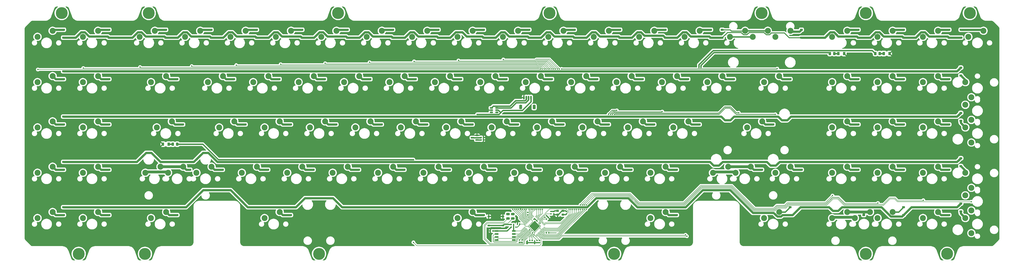
<source format=gbr>
%TF.GenerationSoftware,KiCad,Pcbnew,8.0.1*%
%TF.CreationDate,2026-01-01T00:47:39+09:00*%
%TF.ProjectId,W1-AT_RP2040_Notooth,57312d41-545f-4525-9032-3034305f4e6f,rev?*%
%TF.SameCoordinates,Original*%
%TF.FileFunction,Copper,L2,Bot*%
%TF.FilePolarity,Positive*%
%FSLAX46Y46*%
G04 Gerber Fmt 4.6, Leading zero omitted, Abs format (unit mm)*
G04 Created by KiCad (PCBNEW 8.0.1) date 2026-01-01 00:47:39*
%MOMM*%
%LPD*%
G01*
G04 APERTURE LIST*
G04 Aperture macros list*
%AMRoundRect*
0 Rectangle with rounded corners*
0 $1 Rounding radius*
0 $2 $3 $4 $5 $6 $7 $8 $9 X,Y pos of 4 corners*
0 Add a 4 corners polygon primitive as box body*
4,1,4,$2,$3,$4,$5,$6,$7,$8,$9,$2,$3,0*
0 Add four circle primitives for the rounded corners*
1,1,$1+$1,$2,$3*
1,1,$1+$1,$4,$5*
1,1,$1+$1,$6,$7*
1,1,$1+$1,$8,$9*
0 Add four rect primitives between the rounded corners*
20,1,$1+$1,$2,$3,$4,$5,0*
20,1,$1+$1,$4,$5,$6,$7,0*
20,1,$1+$1,$6,$7,$8,$9,0*
20,1,$1+$1,$8,$9,$2,$3,0*%
G04 Aperture macros list end*
%TA.AperFunction,ComponentPad*%
%ADD10C,2.500000*%
%TD*%
%TA.AperFunction,ComponentPad*%
%ADD11C,5.000000*%
%TD*%
%TA.AperFunction,SMDPad,CuDef*%
%ADD12RoundRect,0.225000X-0.375000X0.225000X-0.375000X-0.225000X0.375000X-0.225000X0.375000X0.225000X0*%
%TD*%
%TA.AperFunction,SMDPad,CuDef*%
%ADD13RoundRect,0.225000X0.375000X-0.225000X0.375000X0.225000X-0.375000X0.225000X-0.375000X-0.225000X0*%
%TD*%
%TA.AperFunction,SMDPad,CuDef*%
%ADD14RoundRect,0.050000X-0.309359X0.238649X0.238649X-0.309359X0.309359X-0.238649X-0.238649X0.309359X0*%
%TD*%
%TA.AperFunction,SMDPad,CuDef*%
%ADD15RoundRect,0.050000X-0.309359X-0.238649X-0.238649X-0.309359X0.309359X0.238649X0.238649X0.309359X0*%
%TD*%
%TA.AperFunction,ComponentPad*%
%ADD16C,0.600000*%
%TD*%
%TA.AperFunction,SMDPad,CuDef*%
%ADD17RoundRect,0.144000X-2.059095X0.000000X0.000000X-2.059095X2.059095X0.000000X0.000000X2.059095X0*%
%TD*%
%TA.AperFunction,SMDPad,CuDef*%
%ADD18RoundRect,0.140000X-0.170000X0.140000X-0.170000X-0.140000X0.170000X-0.140000X0.170000X0.140000X0*%
%TD*%
%TA.AperFunction,SMDPad,CuDef*%
%ADD19RoundRect,0.135000X-0.185000X0.135000X-0.185000X-0.135000X0.185000X-0.135000X0.185000X0.135000X0*%
%TD*%
%TA.AperFunction,SMDPad,CuDef*%
%ADD20RoundRect,0.140000X0.170000X-0.140000X0.170000X0.140000X-0.170000X0.140000X-0.170000X-0.140000X0*%
%TD*%
%TA.AperFunction,SMDPad,CuDef*%
%ADD21RoundRect,0.250000X-0.475000X0.250000X-0.475000X-0.250000X0.475000X-0.250000X0.475000X0.250000X0*%
%TD*%
%TA.AperFunction,SMDPad,CuDef*%
%ADD22R,1.000000X1.400000*%
%TD*%
%TA.AperFunction,SMDPad,CuDef*%
%ADD23RoundRect,0.150000X0.650000X0.150000X-0.650000X0.150000X-0.650000X-0.150000X0.650000X-0.150000X0*%
%TD*%
%TA.AperFunction,SMDPad,CuDef*%
%ADD24RoundRect,0.135000X-0.135000X-0.185000X0.135000X-0.185000X0.135000X0.185000X-0.135000X0.185000X0*%
%TD*%
%TA.AperFunction,SMDPad,CuDef*%
%ADD25R,1.000000X0.900000*%
%TD*%
%TA.AperFunction,SMDPad,CuDef*%
%ADD26RoundRect,0.140000X-0.140000X-0.170000X0.140000X-0.170000X0.140000X0.170000X-0.140000X0.170000X0*%
%TD*%
%TA.AperFunction,SMDPad,CuDef*%
%ADD27RoundRect,0.140000X-0.021213X0.219203X-0.219203X0.021213X0.021213X-0.219203X0.219203X-0.021213X0*%
%TD*%
%TA.AperFunction,SMDPad,CuDef*%
%ADD28RoundRect,0.250000X0.262500X0.450000X-0.262500X0.450000X-0.262500X-0.450000X0.262500X-0.450000X0*%
%TD*%
%TA.AperFunction,SMDPad,CuDef*%
%ADD29RoundRect,0.150000X0.587500X0.150000X-0.587500X0.150000X-0.587500X-0.150000X0.587500X-0.150000X0*%
%TD*%
%TA.AperFunction,SMDPad,CuDef*%
%ADD30RoundRect,0.150000X-0.512500X-0.150000X0.512500X-0.150000X0.512500X0.150000X-0.512500X0.150000X0*%
%TD*%
%TA.AperFunction,SMDPad,CuDef*%
%ADD31RoundRect,0.140000X0.140000X0.170000X-0.140000X0.170000X-0.140000X-0.170000X0.140000X-0.170000X0*%
%TD*%
%TA.AperFunction,SMDPad,CuDef*%
%ADD32RoundRect,0.250000X-0.262500X-0.450000X0.262500X-0.450000X0.262500X0.450000X-0.262500X0.450000X0*%
%TD*%
%TA.AperFunction,SMDPad,CuDef*%
%ADD33R,1.000000X0.750000*%
%TD*%
%TA.AperFunction,SMDPad,CuDef*%
%ADD34RoundRect,0.140000X0.021213X-0.219203X0.219203X-0.021213X-0.021213X0.219203X-0.219203X0.021213X0*%
%TD*%
%TA.AperFunction,SMDPad,CuDef*%
%ADD35RoundRect,0.150000X0.150000X0.625000X-0.150000X0.625000X-0.150000X-0.625000X0.150000X-0.625000X0*%
%TD*%
%TA.AperFunction,SMDPad,CuDef*%
%ADD36RoundRect,0.250000X0.350000X0.650000X-0.350000X0.650000X-0.350000X-0.650000X0.350000X-0.650000X0*%
%TD*%
%TA.AperFunction,ViaPad*%
%ADD37C,0.600000*%
%TD*%
%TA.AperFunction,Conductor*%
%ADD38C,0.900000*%
%TD*%
%TA.AperFunction,Conductor*%
%ADD39C,0.600000*%
%TD*%
%TA.AperFunction,Conductor*%
%ADD40C,0.400000*%
%TD*%
%TA.AperFunction,Conductor*%
%ADD41C,1.200000*%
%TD*%
%TA.AperFunction,Conductor*%
%ADD42C,0.500000*%
%TD*%
%TA.AperFunction,Conductor*%
%ADD43C,0.200000*%
%TD*%
%TA.AperFunction,Conductor*%
%ADD44C,0.300000*%
%TD*%
G04 APERTURE END LIST*
D10*
%TO.P,MX77,1,1*%
%TO.N,Col17*%
X359215000Y-92610000D03*
%TO.P,MX77,2,2*%
%TO.N,Net-(D77-A)*%
X365565000Y-90070000D03*
%TD*%
D11*
%TO.P,H7,1*%
%TO.N,N/C*%
X373339465Y-25475001D03*
%TD*%
D10*
%TO.P,MX22,1,1*%
%TO.N,Col16*%
X335402500Y-35460000D03*
%TO.P,MX22,2,2*%
%TO.N,Net-(D22-A)*%
X341752500Y-32920000D03*
%TD*%
%TO.P,MX35,1,1*%
%TO.N,Col12*%
X268727500Y-54510000D03*
%TO.P,MX35,2,2*%
%TO.N,Net-(D35-A)*%
X275077500Y-51970000D03*
%TD*%
%TO.P,MX50,1,1*%
%TO.N,Col6*%
X159190000Y-73560000D03*
%TO.P,MX50,2,2*%
%TO.N,Net-(D50-A)*%
X165540000Y-71020000D03*
%TD*%
%TO.P,MX72,1,1*%
%TO.N,Col10*%
X225865000Y-92610000D03*
%TO.P,MX72,2,2*%
%TO.N,Net-(D72-A)*%
X232215000Y-90070000D03*
%TD*%
%TO.P,MX85,1,1*%
%TO.N,Col1*%
X44890000Y-111660000D03*
%TO.P,MX85,2,2*%
%TO.N,Net-(D85-A)*%
X51240000Y-109120000D03*
%TD*%
%TO.P,MX23,1,1*%
%TO.N,Col0*%
X25840000Y-54510000D03*
%TO.P,MX23,2,2*%
%TO.N,Net-(D23-A)*%
X32190000Y-51970000D03*
%TD*%
%TO.P,MX32,1,1*%
%TO.N,Col9*%
X211577500Y-54510000D03*
%TO.P,MX32,2,2*%
%TO.N,Net-(D32-A)*%
X217927500Y-51970000D03*
%TD*%
%TO.P,MX94,1,1*%
%TO.N,Col2*%
X71083750Y-92610000D03*
%TO.P,MX94,2,2*%
%TO.N,Net-(D65-A)*%
X77433750Y-90070000D03*
%TD*%
%TO.P,MX8,1,1*%
%TO.N,Col7*%
X163952500Y-35460000D03*
%TO.P,MX8,2,2*%
%TO.N,Net-(D8-A)*%
X170302500Y-32920000D03*
%TD*%
%TO.P,MX29,1,1*%
%TO.N,Col6*%
X154427500Y-54510000D03*
%TO.P,MX29,2,2*%
%TO.N,Net-(D29-A)*%
X160777500Y-51970000D03*
%TD*%
%TO.P,MX3,1,1*%
%TO.N,Col2*%
X68702500Y-35460000D03*
%TO.P,MX3,2,2*%
%TO.N,Net-(D3-A)*%
X75052500Y-32920000D03*
%TD*%
%TO.P,MX84,1,1*%
%TO.N,Col0*%
X25840000Y-111660000D03*
%TO.P,MX84,2,2*%
%TO.N,Net-(D84-A)*%
X32190000Y-109120000D03*
%TD*%
%TO.P,MX82,1,1*%
%TO.N,Col14*%
X309208750Y-92610000D03*
%TO.P,MX82,2,2*%
%TO.N,Net-(D76-A)*%
X315558750Y-90070000D03*
%TD*%
D11*
%TO.P,H14,1*%
%TO.N,N/C*%
X416979465Y-25465001D03*
%TD*%
D10*
%TO.P,MX14,1,1*%
%TO.N,Col13*%
X278252500Y-35460000D03*
%TO.P,MX14,2,2*%
%TO.N,Net-(D14-A)*%
X284602500Y-32920000D03*
%TD*%
%TO.P,MX9,1,1*%
%TO.N,Col8*%
X183002500Y-35460000D03*
%TO.P,MX9,2,2*%
%TO.N,Net-(D9-A)*%
X189352500Y-32920000D03*
%TD*%
%TO.P,MX66,1,1*%
%TO.N,Col4*%
X111565000Y-92610000D03*
%TO.P,MX66,2,2*%
%TO.N,Net-(D66-A)*%
X117915000Y-90070000D03*
%TD*%
%TO.P,MX36,1,1*%
%TO.N,Col13*%
X287777500Y-54510000D03*
%TO.P,MX36,2,2*%
%TO.N,Net-(D36-A)*%
X294127500Y-51970000D03*
%TD*%
%TO.P,MX80,1,1*%
%TO.N,Col20*%
X417635000Y-108485000D03*
%TO.P,MX80,2,2*%
%TO.N,Net-(D80-A)*%
X415095000Y-102135000D03*
%TD*%
%TO.P,MX12,1,1*%
%TO.N,Col11*%
X240152500Y-35460000D03*
%TO.P,MX12,2,2*%
%TO.N,Net-(D12-A)*%
X246502500Y-32920000D03*
%TD*%
%TO.P,MX73,1,1*%
%TO.N,Col11*%
X244915000Y-92610000D03*
%TO.P,MX73,2,2*%
%TO.N,Net-(D73-A)*%
X251265000Y-90070000D03*
%TD*%
D11*
%TO.P,H12,1*%
%TO.N,N/C*%
X72499465Y-25460379D03*
%TD*%
D10*
%TO.P,MX92,1,1*%
%TO.N,Col19*%
X397315000Y-111660000D03*
%TO.P,MX92,2,2*%
%TO.N,Net-(D92-A)*%
X403665000Y-109120000D03*
%TD*%
%TO.P,MX60,1,1*%
%TO.N,Col18*%
X378265000Y-73560000D03*
%TO.P,MX60,2,2*%
%TO.N,Net-(D60-A)*%
X384615000Y-71020000D03*
%TD*%
%TO.P,MX93,1,1*%
%TO.N,Col20*%
X417635000Y-118010000D03*
%TO.P,MX93,2,2*%
%TO.N,Net-(D93-A)*%
X415095000Y-111660000D03*
%TD*%
%TO.P,MX20,1,1*%
%TO.N,Col20*%
X416365000Y-35460000D03*
%TO.P,MX20,2,2*%
%TO.N,Net-(D20-A)*%
X422715000Y-32920000D03*
%TD*%
%TO.P,MX63,1,1*%
%TO.N,Col0*%
X25840000Y-92610000D03*
%TO.P,MX63,2,2*%
%TO.N,Net-(D63-A)*%
X32190000Y-90070000D03*
%TD*%
%TO.P,MX17,1,1*%
%TO.N,Col17*%
X359215000Y-35460000D03*
%TO.P,MX17,2,2*%
%TO.N,Net-(D17-A)*%
X365565000Y-32920000D03*
%TD*%
%TO.P,MX61,1,1*%
%TO.N,Col19*%
X397315000Y-73560000D03*
%TO.P,MX61,2,2*%
%TO.N,Net-(D61-A)*%
X403665000Y-71020000D03*
%TD*%
%TO.P,MX67,1,1*%
%TO.N,Col5*%
X130615000Y-92610000D03*
%TO.P,MX67,2,2*%
%TO.N,Net-(D67-A)*%
X136965000Y-90070000D03*
%TD*%
%TO.P,MX1,1,1*%
%TO.N,Col0*%
X25840000Y-35460000D03*
%TO.P,MX1,2,2*%
%TO.N,Net-(D1-A)*%
X32190000Y-32920000D03*
%TD*%
%TO.P,MX54,1,1*%
%TO.N,Col10*%
X235390000Y-73560000D03*
%TO.P,MX54,2,2*%
%TO.N,Net-(D54-A)*%
X241740000Y-71020000D03*
%TD*%
%TO.P,MX40,1,1*%
%TO.N,Col18*%
X378265000Y-54510000D03*
%TO.P,MX40,2,2*%
%TO.N,Net-(D40-A)*%
X384615000Y-51970000D03*
%TD*%
D11*
%TO.P,H8,1*%
%TO.N,N/C*%
X407454767Y-126700379D03*
%TD*%
D10*
%TO.P,MX46,1,1*%
%TO.N,Col2*%
X75846250Y-73560000D03*
%TO.P,MX46,2,2*%
%TO.N,Net-(D46-A)*%
X82196250Y-71020000D03*
%TD*%
%TO.P,MX37,1,1*%
%TO.N,Col14*%
X306827500Y-54510000D03*
%TO.P,MX37,2,2*%
%TO.N,Net-(D37-A)*%
X313177500Y-51970000D03*
%TD*%
%TO.P,MX6,1,1*%
%TO.N,Col5*%
X125852500Y-35460000D03*
%TO.P,MX6,2,2*%
%TO.N,Net-(D6-A)*%
X132202500Y-32920000D03*
%TD*%
%TO.P,MX70,1,1*%
%TO.N,Col8*%
X187765000Y-92610000D03*
%TO.P,MX70,2,2*%
%TO.N,Net-(D70-A)*%
X194115000Y-90070000D03*
%TD*%
%TO.P,MX41,1,1*%
%TO.N,Col19*%
X397315000Y-54510000D03*
%TO.P,MX41,2,2*%
%TO.N,Net-(D41-A)*%
X403665000Y-51970000D03*
%TD*%
%TO.P,MX95,1,1*%
%TO.N,Col3*%
X92515000Y-92610000D03*
%TO.P,MX95,2,2*%
%TO.N,Net-(D95-A)*%
X98865000Y-90070000D03*
%TD*%
%TO.P,MX44,1,1*%
%TO.N,Col0*%
X25840000Y-73560000D03*
%TO.P,MX44,2,2*%
%TO.N,Net-(D44-A)*%
X32190000Y-71020000D03*
%TD*%
%TO.P,MX74,1,1*%
%TO.N,Col12*%
X263965000Y-92610000D03*
%TO.P,MX74,2,2*%
%TO.N,Net-(D74-A)*%
X270315000Y-90070000D03*
%TD*%
%TO.P,MX71,1,1*%
%TO.N,Col9*%
X206815000Y-92610000D03*
%TO.P,MX71,2,2*%
%TO.N,Net-(D71-A)*%
X213165000Y-90070000D03*
%TD*%
D11*
%TO.P,H2,1*%
%TO.N,N/C*%
X373319465Y-126710379D03*
%TD*%
D10*
%TO.P,MX57,1,1*%
%TO.N,Col13*%
X292540000Y-73560000D03*
%TO.P,MX57,2,2*%
%TO.N,Net-(D57-A)*%
X298890000Y-71020000D03*
%TD*%
%TO.P,MX21,1,1*%
%TO.N,Col15*%
X316352500Y-35460000D03*
%TO.P,MX21,2,2*%
%TO.N,Net-(D16-A)*%
X322702500Y-32920000D03*
%TD*%
%TO.P,MX87,1,1*%
%TO.N,Col4*%
X121090000Y-111660000D03*
%TO.P,MX87,2,2*%
%TO.N,Net-(D87-A)*%
X127440000Y-109120000D03*
%TD*%
%TO.P,MX76,1,1*%
%TO.N,Col14*%
X318733750Y-92610000D03*
%TO.P,MX76,2,2*%
%TO.N,Net-(D76-A)*%
X325083750Y-90070000D03*
%TD*%
%TO.P,MX78,1,1*%
%TO.N,Col18*%
X378265000Y-92610000D03*
%TO.P,MX78,2,2*%
%TO.N,Net-(D78-A)*%
X384615000Y-90070000D03*
%TD*%
%TO.P,MX31,1,1*%
%TO.N,Col8*%
X192527500Y-54510000D03*
%TO.P,MX31,2,2*%
%TO.N,Net-(D31-A)*%
X198877500Y-51970000D03*
%TD*%
%TO.P,MX52,1,1*%
%TO.N,Col8*%
X197290000Y-73560000D03*
%TO.P,MX52,2,2*%
%TO.N,Net-(D52-A)*%
X203640000Y-71020000D03*
%TD*%
%TO.P,MX11,1,1*%
%TO.N,Col10*%
X221102500Y-35460000D03*
%TO.P,MX11,2,2*%
%TO.N,Net-(D11-A)*%
X227452500Y-32920000D03*
%TD*%
%TO.P,MX81,1,1*%
%TO.N,Col20*%
X417635000Y-98960000D03*
%TO.P,MX81,2,2*%
%TO.N,Net-(D80-A)*%
X415095000Y-92610000D03*
%TD*%
%TO.P,MX30,1,1*%
%TO.N,Col7*%
X173477500Y-54510000D03*
%TO.P,MX30,2,2*%
%TO.N,Net-(D30-A)*%
X179827500Y-51970000D03*
%TD*%
D11*
%TO.P,H5,1*%
%TO.N,N/C*%
X143939465Y-126705001D03*
%TD*%
D10*
%TO.P,MX64,1,1*%
%TO.N,Col1*%
X44890000Y-92610000D03*
%TO.P,MX64,2,2*%
%TO.N,Net-(D64-A)*%
X51240000Y-90070000D03*
%TD*%
%TO.P,MX34,1,1*%
%TO.N,Col11*%
X249677500Y-54510000D03*
%TO.P,MX34,2,2*%
%TO.N,Net-(D34-A)*%
X256027500Y-51970000D03*
%TD*%
%TO.P,MX89,1,1*%
%TO.N,Col13*%
X283015000Y-111660000D03*
%TO.P,MX89,2,2*%
%TO.N,Net-(D89-A)*%
X289365000Y-109120000D03*
%TD*%
%TO.P,MX39,1,1*%
%TO.N,Col17*%
X359215000Y-54510000D03*
%TO.P,MX39,2,2*%
%TO.N,Net-(D39-A)*%
X365565000Y-51970000D03*
%TD*%
%TO.P,MX96,1,1*%
%TO.N,Col17*%
X359215000Y-111660000D03*
%TO.P,MX96,2,2*%
%TO.N,Net-(D91-A)*%
X365565000Y-109120000D03*
%TD*%
%TO.P,MX5,1,1*%
%TO.N,Col4*%
X106802500Y-35460000D03*
%TO.P,MX5,2,2*%
%TO.N,Net-(D5-A)*%
X113152500Y-32920000D03*
%TD*%
%TO.P,MX4,1,1*%
%TO.N,Col3*%
X87752500Y-35460000D03*
%TO.P,MX4,2,2*%
%TO.N,Net-(D4-A)*%
X94102500Y-32920000D03*
%TD*%
%TO.P,MX26,1,1*%
%TO.N,Col3*%
X97277500Y-54510000D03*
%TO.P,MX26,2,2*%
%TO.N,Net-(D26-A)*%
X103627500Y-51970000D03*
%TD*%
%TO.P,MX62,1,1*%
%TO.N,Col20*%
X417635000Y-79910000D03*
%TO.P,MX62,2,2*%
%TO.N,Net-(D62-A)*%
X415095000Y-73560000D03*
%TD*%
D11*
%TO.P,H6,1*%
%TO.N,N/C*%
X151954767Y-25460379D03*
%TD*%
D10*
%TO.P,MX13,1,1*%
%TO.N,Col12*%
X259202500Y-35460000D03*
%TO.P,MX13,2,2*%
%TO.N,Net-(D13-A)*%
X265552500Y-32920000D03*
%TD*%
%TO.P,MX79,1,1*%
%TO.N,Col19*%
X397315000Y-92610000D03*
%TO.P,MX79,2,2*%
%TO.N,Net-(D79-A)*%
X403665000Y-90070000D03*
%TD*%
%TO.P,MX53,1,1*%
%TO.N,Col9*%
X216340000Y-73560000D03*
%TO.P,MX53,2,2*%
%TO.N,Net-(D53-A)*%
X222690000Y-71020000D03*
%TD*%
%TO.P,MX10,1,1*%
%TO.N,Col9*%
X202052500Y-35460000D03*
%TO.P,MX10,2,2*%
%TO.N,Net-(D10-A)*%
X208402500Y-32920000D03*
%TD*%
%TO.P,MX2,1,1*%
%TO.N,Col1*%
X44890000Y-35460000D03*
%TO.P,MX2,2,2*%
%TO.N,Net-(D2-A)*%
X51240000Y-32920000D03*
%TD*%
%TO.P,MX24,1,1*%
%TO.N,Col1*%
X44890000Y-54510000D03*
%TO.P,MX24,2,2*%
%TO.N,Net-(D24-A)*%
X51240000Y-51970000D03*
%TD*%
%TO.P,MX42,1,1*%
%TO.N,Col20*%
X417635000Y-70385000D03*
%TO.P,MX42,2,2*%
%TO.N,Net-(D42-A)*%
X415095000Y-64035000D03*
%TD*%
%TO.P,MX55,1,1*%
%TO.N,Col11*%
X254440000Y-73560000D03*
%TO.P,MX55,2,2*%
%TO.N,Net-(D55-A)*%
X260790000Y-71020000D03*
%TD*%
%TO.P,MX38,1,1*%
%TO.N,Col15*%
X330640000Y-54510000D03*
%TO.P,MX38,2,2*%
%TO.N,Net-(D38-A)*%
X336990000Y-51970000D03*
%TD*%
%TO.P,MX16,1,1*%
%TO.N,Col15*%
X325877500Y-35460000D03*
%TO.P,MX16,2,2*%
%TO.N,Net-(D16-A)*%
X332227500Y-32920000D03*
%TD*%
%TO.P,MX56,1,1*%
%TO.N,Col12*%
X273490000Y-73560000D03*
%TO.P,MX56,2,2*%
%TO.N,Net-(D56-A)*%
X279840000Y-71020000D03*
%TD*%
%TO.P,MX25,1,1*%
%TO.N,Col2*%
X73465000Y-54510000D03*
%TO.P,MX25,2,2*%
%TO.N,Net-(D25-A)*%
X79815000Y-51970000D03*
%TD*%
D11*
%TO.P,H3,1*%
%TO.N,N/C*%
X43119465Y-126705001D03*
%TD*%
%TO.P,H13,1*%
%TO.N,N/C*%
X240674767Y-25450379D03*
%TD*%
D10*
%TO.P,MX27,1,1*%
%TO.N,Col4*%
X116327500Y-54510000D03*
%TO.P,MX27,2,2*%
%TO.N,Net-(D27-A)*%
X122677500Y-51970000D03*
%TD*%
%TO.P,MX49,1,1*%
%TO.N,Col5*%
X140140000Y-73560000D03*
%TO.P,MX49,2,2*%
%TO.N,Net-(D49-A)*%
X146490000Y-71020000D03*
%TD*%
D11*
%TO.P,H4,1*%
%TO.N,N/C*%
X70909465Y-126720379D03*
%TD*%
D10*
%TO.P,MX59,1,1*%
%TO.N,Col17*%
X359215000Y-73560000D03*
%TO.P,MX59,2,2*%
%TO.N,Net-(D59-A)*%
X365565000Y-71020000D03*
%TD*%
%TO.P,MX47,1,1*%
%TO.N,Col3*%
X102040000Y-73560000D03*
%TO.P,MX47,2,2*%
%TO.N,Net-(D47-A)*%
X108390000Y-71020000D03*
%TD*%
%TO.P,MX48,1,1*%
%TO.N,Col4*%
X121090000Y-73560000D03*
%TO.P,MX48,2,2*%
%TO.N,Net-(D48-A)*%
X127440000Y-71020000D03*
%TD*%
%TO.P,MX45,1,1*%
%TO.N,Col1*%
X44890000Y-73560000D03*
%TO.P,MX45,2,2*%
%TO.N,Net-(D45-A)*%
X51240000Y-71020000D03*
%TD*%
%TO.P,MX18,1,1*%
%TO.N,Col18*%
X378265000Y-35460000D03*
%TO.P,MX18,2,2*%
%TO.N,Net-(D18-A)*%
X384615000Y-32920000D03*
%TD*%
%TO.P,MX83,1,1*%
%TO.N,Col15*%
X335402500Y-92610000D03*
%TO.P,MX83,2,2*%
%TO.N,Net-(D83-A)*%
X341752500Y-90070000D03*
%TD*%
%TO.P,MX58,1,1*%
%TO.N,Col14*%
X323496250Y-73560000D03*
%TO.P,MX58,2,2*%
%TO.N,Net-(D58-A)*%
X329846250Y-71020000D03*
%TD*%
%TO.P,MX69,1,1*%
%TO.N,Col7*%
X168715000Y-92610000D03*
%TO.P,MX69,2,2*%
%TO.N,Net-(D69-A)*%
X175065000Y-90070000D03*
%TD*%
%TO.P,MX88,1,1*%
%TO.N,Col9*%
X202052500Y-111660000D03*
%TO.P,MX88,2,2*%
%TO.N,Net-(D88-A)*%
X208402500Y-109120000D03*
%TD*%
%TO.P,MX33,1,1*%
%TO.N,Col10*%
X230627500Y-54510000D03*
%TO.P,MX33,2,2*%
%TO.N,Net-(D33-A)*%
X236977500Y-51970000D03*
%TD*%
%TO.P,MX43,1,1*%
%TO.N,Col20*%
X417635000Y-60860000D03*
%TO.P,MX43,2,2*%
%TO.N,Net-(D42-A)*%
X415095000Y-54510000D03*
%TD*%
%TO.P,MX68,1,1*%
%TO.N,Col6*%
X149665000Y-92610000D03*
%TO.P,MX68,2,2*%
%TO.N,Net-(D68-A)*%
X156015000Y-90070000D03*
%TD*%
%TO.P,MX7,1,1*%
%TO.N,Col6*%
X144902500Y-35460000D03*
%TO.P,MX7,2,2*%
%TO.N,Net-(D7-A)*%
X151252500Y-32920000D03*
%TD*%
%TO.P,MX51,1,1*%
%TO.N,Col7*%
X178240000Y-73560000D03*
%TO.P,MX51,2,2*%
%TO.N,Net-(D51-A)*%
X184590000Y-71020000D03*
%TD*%
%TO.P,MX97,1,1*%
%TO.N,Col18*%
X378265000Y-111660000D03*
%TO.P,MX97,2,2*%
%TO.N,Net-(D97-A)*%
X384615000Y-109120000D03*
%TD*%
%TO.P,MX86,1,1*%
%TO.N,Col2*%
X73465000Y-111660000D03*
%TO.P,MX86,2,2*%
%TO.N,Net-(D86-A)*%
X79815000Y-109120000D03*
%TD*%
D11*
%TO.P,H11,1*%
%TO.N,N/C*%
X35989465Y-25450379D03*
%TD*%
D10*
%TO.P,MX75,1,1*%
%TO.N,Col13*%
X283015000Y-92610000D03*
%TO.P,MX75,2,2*%
%TO.N,Net-(D75-A)*%
X289365000Y-90070000D03*
%TD*%
%TO.P,MX65,1,1*%
%TO.N,Col2*%
X80608750Y-92610000D03*
%TO.P,MX65,2,2*%
%TO.N,Net-(D65-A)*%
X86958750Y-90070000D03*
%TD*%
D11*
%TO.P,H10,1*%
%TO.N,N/C*%
X267749465Y-126715001D03*
%TD*%
D10*
%TO.P,MX15,1,1*%
%TO.N,Col14*%
X297302500Y-35460000D03*
%TO.P,MX15,2,2*%
%TO.N,Net-(D15-A)*%
X303652500Y-32920000D03*
%TD*%
%TO.P,MX90,1,1*%
%TO.N,Col15*%
X330640000Y-111660000D03*
%TO.P,MX90,2,2*%
%TO.N,Net-(D90-A)*%
X336990000Y-109120000D03*
%TD*%
%TO.P,MX28,1,1*%
%TO.N,Col5*%
X135377500Y-54510000D03*
%TO.P,MX28,2,2*%
%TO.N,Net-(D28-A)*%
X141727500Y-51970000D03*
%TD*%
%TO.P,MX91,1,1*%
%TO.N,Col17*%
X368740000Y-111660000D03*
%TO.P,MX91,2,2*%
%TO.N,Net-(D91-A)*%
X375090000Y-109120000D03*
%TD*%
D11*
%TO.P,H1,1*%
%TO.N,N/C*%
X329669465Y-25455001D03*
%TD*%
D10*
%TO.P,MX19,1,1*%
%TO.N,Col19*%
X397315000Y-35460000D03*
%TO.P,MX19,2,2*%
%TO.N,Net-(D19-A)*%
X403665000Y-32920000D03*
%TD*%
D12*
%TO.P,D26,1,K*%
%TO.N,Row1*%
X108187500Y-49950000D03*
%TO.P,D26,2,A*%
%TO.N,Net-(D26-A)*%
X108187500Y-53250000D03*
%TD*%
D13*
%TO.P,D16,1,K*%
%TO.N,Row0*%
X313075000Y-35800000D03*
%TO.P,D16,2,A*%
%TO.N,Net-(D16-A)*%
X313075000Y-32500000D03*
%TD*%
D14*
%TO.P,U3,1,IOVDD*%
%TO.N,+3V3*%
X230074428Y-114502854D03*
%TO.P,U3,2,GPIO0*%
%TO.N,Row0*%
X230357271Y-114220011D03*
%TO.P,U3,3,GPIO1*%
%TO.N,Row1*%
X230640113Y-113937169D03*
%TO.P,U3,4,GPIO2*%
%TO.N,Row2*%
X230922956Y-113654326D03*
%TO.P,U3,5,GPIO3*%
%TO.N,Row3*%
X231205799Y-113371483D03*
%TO.P,U3,6,GPIO4*%
%TO.N,Row4*%
X231488641Y-113088641D03*
%TO.P,U3,7,GPIO5*%
%TO.N,Col0*%
X231771484Y-112805798D03*
%TO.P,U3,8,GPIO6*%
%TO.N,Col1*%
X232054327Y-112522955D03*
%TO.P,U3,9,GPIO7*%
%TO.N,Col2*%
X232337170Y-112240112D03*
%TO.P,U3,10,IOVDD*%
%TO.N,+3V3*%
X232620012Y-111957270D03*
%TO.P,U3,11,GPIO8*%
%TO.N,Col3*%
X232902855Y-111674427D03*
%TO.P,U3,12,GPIO9*%
%TO.N,Col4*%
X233185698Y-111391584D03*
%TO.P,U3,13,GPIO10*%
%TO.N,Col5*%
X233468540Y-111108742D03*
%TO.P,U3,14,GPIO11*%
%TO.N,Col6*%
X233751383Y-110825899D03*
D15*
%TO.P,U3,15,GPIO12*%
%TO.N,Col7*%
X234935787Y-110825899D03*
%TO.P,U3,16,GPIO13*%
%TO.N,Col8*%
X235218630Y-111108742D03*
%TO.P,U3,17,GPIO14*%
%TO.N,Col9*%
X235501472Y-111391584D03*
%TO.P,U3,18,GPIO15*%
%TO.N,Col10*%
X235784315Y-111674427D03*
%TO.P,U3,19,TESTEN*%
%TO.N,GND*%
X236067158Y-111957270D03*
%TO.P,U3,20,XIN*%
%TO.N,Net-(U3-XIN)*%
X236350000Y-112240112D03*
%TO.P,U3,21,XOUT*%
%TO.N,Net-(U3-XOUT)*%
X236632843Y-112522955D03*
%TO.P,U3,22,IOVDD*%
%TO.N,+3V3*%
X236915686Y-112805798D03*
%TO.P,U3,23,DVDD*%
%TO.N,+1V1*%
X237198529Y-113088641D03*
%TO.P,U3,24,SWCLK*%
%TO.N,SWCLK*%
X237481371Y-113371483D03*
%TO.P,U3,25,SWD*%
%TO.N,SWD*%
X237764214Y-113654326D03*
%TO.P,U3,26,RUN*%
%TO.N,unconnected-(U3-RUN-Pad26)*%
X238047057Y-113937169D03*
%TO.P,U3,27,GPIO16*%
%TO.N,Col16*%
X238329899Y-114220011D03*
%TO.P,U3,28,GPIO17*%
%TO.N,Col11*%
X238612742Y-114502854D03*
D14*
%TO.P,U3,29,GPIO18*%
%TO.N,Col12*%
X238612742Y-115687258D03*
%TO.P,U3,30,GPIO19*%
%TO.N,Col13*%
X238329899Y-115970101D03*
%TO.P,U3,31,GPIO20*%
%TO.N,Col14*%
X238047057Y-116252943D03*
%TO.P,U3,32,GPIO21*%
%TO.N,Col15*%
X237764214Y-116535786D03*
%TO.P,U3,33,IOVDD*%
%TO.N,+3V3*%
X237481371Y-116818629D03*
%TO.P,U3,34,GPIO22*%
%TO.N,Col17*%
X237198529Y-117101471D03*
%TO.P,U3,35,GPIO23*%
%TO.N,Col18*%
X236915686Y-117384314D03*
%TO.P,U3,36,GPIO24*%
%TO.N,Col19*%
X236632843Y-117667157D03*
%TO.P,U3,37,GPIO25*%
%TO.N,Col20*%
X236350000Y-117950000D03*
%TO.P,U3,38,GPIO26_ADC0*%
%TO.N,NUM2*%
X236067158Y-118232842D03*
%TO.P,U3,39,GPIO27_ADC1*%
%TO.N,NUM1*%
X235784315Y-118515685D03*
%TO.P,U3,40,GPIO28_ADC2*%
%TO.N,CAPS*%
X235501472Y-118798528D03*
%TO.P,U3,41,GPIO29_ADC3*%
%TO.N,unconnected-(U3-GPIO29_ADC3-Pad41)*%
X235218630Y-119081370D03*
%TO.P,U3,42,IOVDD*%
%TO.N,+3V3*%
X234935787Y-119364213D03*
D15*
%TO.P,U3,43,ADC_AVDD*%
X233751383Y-119364213D03*
%TO.P,U3,44,VREG_IN*%
X233468540Y-119081370D03*
%TO.P,U3,45,VREG_VOUT*%
%TO.N,+1V1*%
X233185698Y-118798528D03*
%TO.P,U3,46,USB_DM*%
%TO.N,Net-(U3-USB_DM)*%
X232902855Y-118515685D03*
%TO.P,U3,47,USB_DP*%
%TO.N,Net-(U3-USB_DP)*%
X232620012Y-118232842D03*
%TO.P,U3,48,USB_VDD*%
%TO.N,+3V3*%
X232337170Y-117950000D03*
%TO.P,U3,49,IOVDD*%
X232054327Y-117667157D03*
%TO.P,U3,50,DVDD*%
%TO.N,+1V1*%
X231771484Y-117384314D03*
%TO.P,U3,51,QSPI_SD3*%
%TO.N,/QSPI_SD3*%
X231488641Y-117101471D03*
%TO.P,U3,52,QSPI_SCLK*%
%TO.N,/QSPI_SCLK*%
X231205799Y-116818629D03*
%TO.P,U3,53,QSPI_SD0*%
%TO.N,/QSPI_SD0*%
X230922956Y-116535786D03*
%TO.P,U3,54,QSPI_SD2*%
%TO.N,/QSPI_SD2*%
X230640113Y-116252943D03*
%TO.P,U3,55,QSPI_SD1*%
%TO.N,/QSPI_SD1*%
X230357271Y-115970101D03*
%TO.P,U3,56,QSPI_SS*%
%TO.N,/QSPI_SS*%
X230074428Y-115687258D03*
D16*
%TO.P,U3,57,GND*%
%TO.N,GND*%
X234343585Y-113291934D03*
X233442024Y-114193495D03*
X232540463Y-115095056D03*
X235245146Y-114193495D03*
X234343585Y-115095056D03*
D17*
X234343585Y-115095056D03*
D16*
X233442024Y-115996617D03*
X236146707Y-115095056D03*
X235245146Y-115996617D03*
X234343585Y-116898178D03*
%TD*%
D12*
%TO.P,D24,1,K*%
%TO.N,Row1*%
X55800000Y-49950000D03*
%TO.P,D24,2,A*%
%TO.N,Net-(D24-A)*%
X55800000Y-53250000D03*
%TD*%
D18*
%TO.P,C10,1*%
%TO.N,+1V1*%
X228050000Y-120920000D03*
%TO.P,C10,2*%
%TO.N,GND*%
X228050000Y-121880000D03*
%TD*%
D12*
%TO.P,D60,1,K*%
%TO.N,Row2*%
X389175000Y-69000000D03*
%TO.P,D60,2,A*%
%TO.N,Net-(D60-A)*%
X389175000Y-72300000D03*
%TD*%
%TO.P,D75,1,K*%
%TO.N,Row3*%
X293925000Y-88050000D03*
%TO.P,D75,2,A*%
%TO.N,Net-(D75-A)*%
X293925000Y-91350000D03*
%TD*%
%TO.P,D52,1,K*%
%TO.N,Row2*%
X208200000Y-69000000D03*
%TO.P,D52,2,A*%
%TO.N,Net-(D52-A)*%
X208200000Y-72300000D03*
%TD*%
%TO.P,D28,1,K*%
%TO.N,Row1*%
X146287500Y-49950000D03*
%TO.P,D28,2,A*%
%TO.N,Net-(D28-A)*%
X146287500Y-53250000D03*
%TD*%
%TO.P,D56,1,K*%
%TO.N,Row2*%
X284400000Y-69000000D03*
%TO.P,D56,2,A*%
%TO.N,Net-(D56-A)*%
X284400000Y-72300000D03*
%TD*%
D19*
%TO.P,R5,1*%
%TO.N,Net-(C16-Pad2)*%
X241247140Y-108915001D03*
%TO.P,R5,2*%
%TO.N,Net-(U3-XOUT)*%
X241247140Y-109934999D03*
%TD*%
D12*
%TO.P,D35,1,K*%
%TO.N,Row1*%
X279637500Y-49950000D03*
%TO.P,D35,2,A*%
%TO.N,Net-(D35-A)*%
X279637500Y-53250000D03*
%TD*%
%TO.P,D65,1,K*%
%TO.N,Row3*%
X89775000Y-88050000D03*
%TO.P,D65,2,A*%
%TO.N,Net-(D65-A)*%
X89775000Y-91350000D03*
%TD*%
D13*
%TO.P,D20,1,K*%
%TO.N,Row0*%
X413275000Y-35800000D03*
%TO.P,D20,2,A*%
%TO.N,Net-(D20-A)*%
X413275000Y-32500000D03*
%TD*%
%TO.P,D13,1,K*%
%TO.N,Row0*%
X270112500Y-35800000D03*
%TO.P,D13,2,A*%
%TO.N,Net-(D13-A)*%
X270112500Y-32500000D03*
%TD*%
D20*
%TO.P,C1,1*%
%TO.N,GND*%
X229175000Y-121880000D03*
%TO.P,C1,2*%
%TO.N,+3V3*%
X229175000Y-120920000D03*
%TD*%
%TO.P,C2,1*%
%TO.N,GND*%
X236450000Y-122005000D03*
%TO.P,C2,2*%
%TO.N,+3V3*%
X236450000Y-121045000D03*
%TD*%
D13*
%TO.P,D3,1,K*%
%TO.N,Row0*%
X79612500Y-35800000D03*
%TO.P,D3,2,A*%
%TO.N,Net-(D3-A)*%
X79612500Y-32500000D03*
%TD*%
D12*
%TO.P,D59,1,K*%
%TO.N,Row2*%
X370125000Y-69000000D03*
%TO.P,D59,2,A*%
%TO.N,Net-(D59-A)*%
X370125000Y-72300000D03*
%TD*%
D13*
%TO.P,D97,1,K*%
%TO.N,Row4*%
X389175000Y-110400000D03*
%TO.P,D97,2,A*%
%TO.N,Net-(D97-A)*%
X389175000Y-107100000D03*
%TD*%
D12*
%TO.P,D68,1,K*%
%TO.N,Row3*%
X160575000Y-88050000D03*
%TO.P,D68,2,A*%
%TO.N,Net-(D68-A)*%
X160575000Y-91350000D03*
%TD*%
D18*
%TO.P,C14,1*%
%TO.N,+1V1*%
X232350000Y-121045000D03*
%TO.P,C14,2*%
%TO.N,GND*%
X232350000Y-122005000D03*
%TD*%
D12*
%TO.P,D80,1,K*%
%TO.N,Row3*%
X413175000Y-86500000D03*
%TO.P,D80,2,A*%
%TO.N,Net-(D80-A)*%
X413175000Y-89800000D03*
%TD*%
D13*
%TO.P,D4,1,K*%
%TO.N,Row0*%
X98662500Y-35800000D03*
%TO.P,D4,2,A*%
%TO.N,Net-(D4-A)*%
X98662500Y-32500000D03*
%TD*%
D21*
%TO.P,R7,1*%
%TO.N,D-*%
X223175000Y-109950000D03*
%TO.P,R7,2*%
%TO.N,Net-(U3-USB_DM)*%
X223175000Y-111850000D03*
%TD*%
D12*
%TO.P,D49,1,K*%
%TO.N,Row2*%
X151050000Y-69000000D03*
%TO.P,D49,2,A*%
%TO.N,Net-(D49-A)*%
X151050000Y-72300000D03*
%TD*%
D22*
%TO.P,LED2,1,K*%
%TO.N,GND*%
X364274999Y-42500000D03*
%TO.P,LED2,2,A*%
%TO.N,Net-(LED2-A)*%
X361775001Y-42500000D03*
%TD*%
D12*
%TO.P,D61,1,K*%
%TO.N,Row2*%
X408225000Y-69000000D03*
%TO.P,D61,2,A*%
%TO.N,Net-(D61-A)*%
X408225000Y-72300000D03*
%TD*%
D13*
%TO.P,D6,1,K*%
%TO.N,Row0*%
X136762500Y-35800000D03*
%TO.P,D6,2,A*%
%TO.N,Net-(D6-A)*%
X136762500Y-32500000D03*
%TD*%
D12*
%TO.P,D83,1,K*%
%TO.N,Row3*%
X346312500Y-88050000D03*
%TO.P,D83,2,A*%
%TO.N,Net-(D83-A)*%
X346312500Y-91350000D03*
%TD*%
D18*
%TO.P,C4,1*%
%TO.N,GND*%
X231475000Y-109320000D03*
%TO.P,C4,2*%
%TO.N,+3V3*%
X231475000Y-110280000D03*
%TD*%
D12*
%TO.P,D93,1,K*%
%TO.N,Row4*%
X413175000Y-105550000D03*
%TO.P,D93,2,A*%
%TO.N,Net-(D93-A)*%
X413175000Y-108850000D03*
%TD*%
%TO.P,D85,1,K*%
%TO.N,Row4*%
X55800000Y-107100000D03*
%TO.P,D85,2,A*%
%TO.N,Net-(D85-A)*%
X55800000Y-110400000D03*
%TD*%
%TO.P,D36,1,K*%
%TO.N,Row1*%
X298687500Y-49950000D03*
%TO.P,D36,2,A*%
%TO.N,Net-(D36-A)*%
X298687500Y-53250000D03*
%TD*%
%TO.P,D58,1,K*%
%TO.N,Row2*%
X334406250Y-69000000D03*
%TO.P,D58,2,A*%
%TO.N,Net-(D58-A)*%
X334406250Y-72300000D03*
%TD*%
%TO.P,D84,1,K*%
%TO.N,Row4*%
X36750000Y-107100000D03*
%TO.P,D84,2,A*%
%TO.N,Net-(D84-A)*%
X36750000Y-110400000D03*
%TD*%
%TO.P,D33,1,K*%
%TO.N,Row1*%
X241537500Y-49950000D03*
%TO.P,D33,2,A*%
%TO.N,Net-(D33-A)*%
X241537500Y-53250000D03*
%TD*%
D13*
%TO.P,D18,1,K*%
%TO.N,Row0*%
X389175000Y-35800000D03*
%TO.P,D18,2,A*%
%TO.N,Net-(D18-A)*%
X389175000Y-32500000D03*
%TD*%
D23*
%TO.P,U2,1,~{CS}*%
%TO.N,/QSPI_SS*%
X225625000Y-117120000D03*
%TO.P,U2,2,DO(IO1)*%
%TO.N,/QSPI_SD1*%
X225625000Y-118390000D03*
%TO.P,U2,3,IO2*%
%TO.N,/QSPI_SD2*%
X225625000Y-119660000D03*
%TO.P,U2,4,GND*%
%TO.N,GND*%
X225625000Y-120930000D03*
%TO.P,U2,5,DI(IO0)*%
%TO.N,/QSPI_SD0*%
X218425000Y-120930000D03*
%TO.P,U2,6,CLK*%
%TO.N,/QSPI_SCLK*%
X218425000Y-119660000D03*
%TO.P,U2,7,IO3*%
%TO.N,/QSPI_SD3*%
X218425000Y-118390000D03*
%TO.P,U2,8,VCC*%
%TO.N,+3V3*%
X218425000Y-117120000D03*
%TD*%
D24*
%TO.P,R3,1*%
%TO.N,+3V3*%
X224540001Y-115475000D03*
%TO.P,R3,2*%
%TO.N,/QSPI_SS*%
X225559999Y-115475000D03*
%TD*%
D20*
%TO.P,C16,1*%
%TO.N,GND*%
X242447140Y-109905000D03*
%TO.P,C16,2*%
%TO.N,Net-(C16-Pad2)*%
X242447140Y-108945000D03*
%TD*%
D12*
%TO.P,D31,1,K*%
%TO.N,Row1*%
X203437500Y-49950000D03*
%TO.P,D31,2,A*%
%TO.N,Net-(D31-A)*%
X203437500Y-53250000D03*
%TD*%
D13*
%TO.P,D1,1,K*%
%TO.N,Row0*%
X36750000Y-35800000D03*
%TO.P,D1,2,A*%
%TO.N,Net-(D1-A)*%
X36750000Y-32500000D03*
%TD*%
D12*
%TO.P,D77,1,K*%
%TO.N,Row3*%
X370125000Y-88050000D03*
%TO.P,D77,2,A*%
%TO.N,Net-(D77-A)*%
X370125000Y-91350000D03*
%TD*%
%TO.P,D45,1,K*%
%TO.N,Row2*%
X55800000Y-69000000D03*
%TO.P,D45,2,A*%
%TO.N,Net-(D45-A)*%
X55800000Y-72300000D03*
%TD*%
D25*
%TO.P,Y1,1,1*%
%TO.N,Net-(U3-XIN)*%
X246200000Y-110200000D03*
%TO.P,Y1,2,2*%
%TO.N,GND*%
X244050000Y-110200000D03*
%TO.P,Y1,3,3*%
%TO.N,Net-(C16-Pad2)*%
X244050000Y-108650000D03*
%TO.P,Y1,4,4*%
%TO.N,GND*%
X246200000Y-108650000D03*
%TD*%
D13*
%TO.P,D17,1,K*%
%TO.N,Row0*%
X370125000Y-35800000D03*
%TO.P,D17,2,A*%
%TO.N,Net-(D17-A)*%
X370125000Y-32500000D03*
%TD*%
D12*
%TO.P,D42,1,K*%
%TO.N,Row1*%
X413175000Y-48400000D03*
%TO.P,D42,2,A*%
%TO.N,Net-(D42-A)*%
X413175000Y-51700000D03*
%TD*%
%TO.P,D76,1,K*%
%TO.N,Row3*%
X329643750Y-88050000D03*
%TO.P,D76,2,A*%
%TO.N,Net-(D76-A)*%
X329643750Y-91350000D03*
%TD*%
D21*
%TO.P,R6,1*%
%TO.N,D+*%
X225225000Y-109950000D03*
%TO.P,R6,2*%
%TO.N,Net-(U3-USB_DP)*%
X225225000Y-111850000D03*
%TD*%
D12*
%TO.P,D47,1,K*%
%TO.N,Row2*%
X112950000Y-69000000D03*
%TO.P,D47,2,A*%
%TO.N,Net-(D47-A)*%
X112950000Y-72300000D03*
%TD*%
D13*
%TO.P,D11,1,K*%
%TO.N,Row0*%
X232012500Y-35800000D03*
%TO.P,D11,2,A*%
%TO.N,Net-(D11-A)*%
X232012500Y-32500000D03*
%TD*%
D26*
%TO.P,C17,1*%
%TO.N,+3V3*%
X211945000Y-78825000D03*
%TO.P,C17,2*%
%TO.N,GND*%
X212905000Y-78825000D03*
%TD*%
D13*
%TO.P,D90,1,K*%
%TO.N,Row4*%
X341550000Y-110400000D03*
%TO.P,D90,2,A*%
%TO.N,Net-(D90-A)*%
X341550000Y-107100000D03*
%TD*%
%TO.P,D12,1,K*%
%TO.N,Row0*%
X251062500Y-35800000D03*
%TO.P,D12,2,A*%
%TO.N,Net-(D12-A)*%
X251062500Y-32500000D03*
%TD*%
%TO.P,D19,1,K*%
%TO.N,Row0*%
X408225000Y-35800000D03*
%TO.P,D19,2,A*%
%TO.N,Net-(D19-A)*%
X408225000Y-32500000D03*
%TD*%
D27*
%TO.P,C6,1*%
%TO.N,GND*%
X239361091Y-110664340D03*
%TO.P,C6,2*%
%TO.N,+3V3*%
X238682269Y-111343162D03*
%TD*%
D13*
%TO.P,D2,1,K*%
%TO.N,Row0*%
X55800000Y-35800000D03*
%TO.P,D2,2,A*%
%TO.N,Net-(D2-A)*%
X55800000Y-32500000D03*
%TD*%
D28*
%TO.P,R1,1*%
%TO.N,CAPS*%
X84428750Y-80600000D03*
%TO.P,R1,2*%
%TO.N,Net-(LED1-A)*%
X82603750Y-80600000D03*
%TD*%
D13*
%TO.P,D22,1,K*%
%TO.N,Row0*%
X346312500Y-35800000D03*
%TO.P,D22,2,A*%
%TO.N,Net-(D22-A)*%
X346312500Y-32500000D03*
%TD*%
%TO.P,D5,1,K*%
%TO.N,Row0*%
X117712500Y-35800000D03*
%TO.P,D5,2,A*%
%TO.N,Net-(D5-A)*%
X117712500Y-32500000D03*
%TD*%
D29*
%TO.P,U4,1,GND*%
%TO.N,GND*%
X210212500Y-76912500D03*
%TO.P,U4,2,VO*%
%TO.N,+3V3*%
X210212500Y-78812500D03*
%TO.P,U4,3,VI*%
%TO.N,VBUS*%
X208337500Y-77862500D03*
%TD*%
D12*
%TO.P,D74,1,K*%
%TO.N,Row3*%
X274875000Y-88050000D03*
%TO.P,D74,2,A*%
%TO.N,Net-(D74-A)*%
X274875000Y-91350000D03*
%TD*%
%TO.P,D66,1,K*%
%TO.N,Row3*%
X122475000Y-88050000D03*
%TO.P,D66,2,A*%
%TO.N,Net-(D66-A)*%
X122475000Y-91350000D03*
%TD*%
D22*
%TO.P,LED1,1,K*%
%TO.N,GND*%
X78406251Y-80600000D03*
%TO.P,LED1,2,A*%
%TO.N,Net-(LED1-A)*%
X80906249Y-80600000D03*
%TD*%
D12*
%TO.P,D57,1,K*%
%TO.N,Row2*%
X303450000Y-69000000D03*
%TO.P,D57,2,A*%
%TO.N,Net-(D57-A)*%
X303450000Y-72300000D03*
%TD*%
%TO.P,D69,1,K*%
%TO.N,Row3*%
X179625000Y-88050000D03*
%TO.P,D69,2,A*%
%TO.N,Net-(D69-A)*%
X179625000Y-91350000D03*
%TD*%
D30*
%TO.P,U5,1,IO1*%
%TO.N,unconnected-(U5-IO1-Pad1)*%
X216237500Y-67262499D03*
%TO.P,U5,2,VN*%
%TO.N,GND*%
X216237500Y-66312500D03*
%TO.P,U5,3,IO2*%
%TO.N,D+*%
X216237500Y-65362501D03*
%TO.P,U5,4,IO3*%
%TO.N,D-*%
X218512500Y-65362501D03*
%TO.P,U5,5,VP*%
%TO.N,VBUS*%
X218512500Y-66312500D03*
%TO.P,U5,6,IO4*%
%TO.N,unconnected-(U5-IO4-Pad6)*%
X218512500Y-67262499D03*
%TD*%
D31*
%TO.P,C5,1*%
%TO.N,GND*%
X240330000Y-117875000D03*
%TO.P,C5,2*%
%TO.N,+3V3*%
X239370000Y-117875000D03*
%TD*%
D13*
%TO.P,D9,1,K*%
%TO.N,Row0*%
X193912500Y-35800000D03*
%TO.P,D9,2,A*%
%TO.N,Net-(D9-A)*%
X193912500Y-32500000D03*
%TD*%
D12*
%TO.P,D64,1,K*%
%TO.N,Row3*%
X55800000Y-88050000D03*
%TO.P,D64,2,A*%
%TO.N,Net-(D64-A)*%
X55800000Y-91350000D03*
%TD*%
%TO.P,D67,1,K*%
%TO.N,Row3*%
X141525000Y-88050000D03*
%TO.P,D67,2,A*%
%TO.N,Net-(D67-A)*%
X141525000Y-91350000D03*
%TD*%
%TO.P,D72,1,K*%
%TO.N,Row3*%
X236775000Y-88050000D03*
%TO.P,D72,2,A*%
%TO.N,Net-(D72-A)*%
X236775000Y-91350000D03*
%TD*%
%TO.P,D86,1,K*%
%TO.N,Row4*%
X84375000Y-107100000D03*
%TO.P,D86,2,A*%
%TO.N,Net-(D86-A)*%
X84375000Y-110400000D03*
%TD*%
D20*
%TO.P,C3,1*%
%TO.N,GND*%
X235425000Y-122005000D03*
%TO.P,C3,2*%
%TO.N,+3V3*%
X235425000Y-121045000D03*
%TD*%
D13*
%TO.P,D10,1,K*%
%TO.N,Row0*%
X212962500Y-35800000D03*
%TO.P,D10,2,A*%
%TO.N,Net-(D10-A)*%
X212962500Y-32500000D03*
%TD*%
D12*
%TO.P,D92,1,K*%
%TO.N,Row4*%
X408225000Y-107100000D03*
%TO.P,D92,2,A*%
%TO.N,Net-(D92-A)*%
X408225000Y-110400000D03*
%TD*%
%TO.P,D78,1,K*%
%TO.N,Row3*%
X389175000Y-88050000D03*
%TO.P,D78,2,A*%
%TO.N,Net-(D78-A)*%
X389175000Y-91350000D03*
%TD*%
D32*
%TO.P,R2,1*%
%TO.N,NUM1*%
X358252500Y-42500000D03*
%TO.P,R2,2*%
%TO.N,Net-(LED2-A)*%
X360077500Y-42500000D03*
%TD*%
D12*
%TO.P,D73,1,K*%
%TO.N,Row3*%
X255825000Y-88050000D03*
%TO.P,D73,2,A*%
%TO.N,Net-(D73-A)*%
X255825000Y-91350000D03*
%TD*%
D13*
%TO.P,D7,1,K*%
%TO.N,Row0*%
X155812500Y-35800000D03*
%TO.P,D7,2,A*%
%TO.N,Net-(D7-A)*%
X155812500Y-32500000D03*
%TD*%
D12*
%TO.P,D54,1,K*%
%TO.N,Row2*%
X246300000Y-69000000D03*
%TO.P,D54,2,A*%
%TO.N,Net-(D54-A)*%
X246300000Y-72300000D03*
%TD*%
D33*
%TO.P,BOOTSEL1,1,1*%
%TO.N,GND*%
X221125000Y-111025000D03*
X215125000Y-111025000D03*
%TO.P,BOOTSEL1,2,2*%
%TO.N,Net-(BOOTSEL1-Pad2)*%
X221125000Y-114775000D03*
X215125000Y-114775000D03*
%TD*%
D12*
%TO.P,D25,1,K*%
%TO.N,Row1*%
X84375000Y-49950000D03*
%TO.P,D25,2,A*%
%TO.N,Net-(D25-A)*%
X84375000Y-53250000D03*
%TD*%
D22*
%TO.P,LED3,1,K*%
%TO.N,GND*%
X383324999Y-42500000D03*
%TO.P,LED3,2,A*%
%TO.N,Net-(LED3-A)*%
X380825001Y-42500000D03*
%TD*%
D12*
%TO.P,D30,1,K*%
%TO.N,Row1*%
X184387500Y-49950000D03*
%TO.P,D30,2,A*%
%TO.N,Net-(D30-A)*%
X184387500Y-53250000D03*
%TD*%
%TO.P,D41,1,K*%
%TO.N,Row1*%
X408225000Y-49950000D03*
%TO.P,D41,2,A*%
%TO.N,Net-(D41-A)*%
X408225000Y-53250000D03*
%TD*%
%TO.P,D95,1,K*%
%TO.N,Row3*%
X103425000Y-88050000D03*
%TO.P,D95,2,A*%
%TO.N,Net-(D95-A)*%
X103425000Y-91350000D03*
%TD*%
%TO.P,D39,1,K*%
%TO.N,Row1*%
X370125000Y-49950000D03*
%TO.P,D39,2,A*%
%TO.N,Net-(D39-A)*%
X370125000Y-53250000D03*
%TD*%
D18*
%TO.P,C15,1*%
%TO.N,GND*%
X247772139Y-108945000D03*
%TO.P,C15,2*%
%TO.N,Net-(U3-XIN)*%
X247772139Y-109905000D03*
%TD*%
D12*
%TO.P,D71,1,K*%
%TO.N,Row3*%
X217725000Y-88050000D03*
%TO.P,D71,2,A*%
%TO.N,Net-(D71-A)*%
X217725000Y-91350000D03*
%TD*%
%TO.P,D89,1,K*%
%TO.N,Row4*%
X293925000Y-107100000D03*
%TO.P,D89,2,A*%
%TO.N,Net-(D89-A)*%
X293925000Y-110400000D03*
%TD*%
%TO.P,D32,1,K*%
%TO.N,Row1*%
X222487500Y-49950000D03*
%TO.P,D32,2,A*%
%TO.N,Net-(D32-A)*%
X222487500Y-53250000D03*
%TD*%
%TO.P,D50,1,K*%
%TO.N,Row2*%
X170100000Y-69000000D03*
%TO.P,D50,2,A*%
%TO.N,Net-(D50-A)*%
X170100000Y-72300000D03*
%TD*%
D32*
%TO.P,R8,1*%
%TO.N,NUM2*%
X377302500Y-42500000D03*
%TO.P,R8,2*%
%TO.N,Net-(LED3-A)*%
X379127500Y-42500000D03*
%TD*%
D12*
%TO.P,D55,1,K*%
%TO.N,Row2*%
X265350000Y-69000000D03*
%TO.P,D55,2,A*%
%TO.N,Net-(D55-A)*%
X265350000Y-72300000D03*
%TD*%
D26*
%TO.P,C7,1*%
%TO.N,GND*%
X227195000Y-114225000D03*
%TO.P,C7,2*%
%TO.N,+3V3*%
X228155000Y-114225000D03*
%TD*%
D18*
%TO.P,C9,1*%
%TO.N,+3V3*%
X233375000Y-121045000D03*
%TO.P,C9,2*%
%TO.N,GND*%
X233375000Y-122005000D03*
%TD*%
D34*
%TO.P,C11,1*%
%TO.N,+1V1*%
X239410589Y-112064411D03*
%TO.P,C11,2*%
%TO.N,GND*%
X240089411Y-111385589D03*
%TD*%
D12*
%TO.P,D88,1,K*%
%TO.N,Row4*%
X212962500Y-107100000D03*
%TO.P,D88,2,A*%
%TO.N,Net-(D88-A)*%
X212962500Y-110400000D03*
%TD*%
D24*
%TO.P,R4,1*%
%TO.N,Net-(BOOTSEL1-Pad2)*%
X224540001Y-114425000D03*
%TO.P,R4,2*%
%TO.N,/QSPI_SS*%
X225559999Y-114425000D03*
%TD*%
D13*
%TO.P,D14,1,K*%
%TO.N,Row0*%
X289162500Y-35800000D03*
%TO.P,D14,2,A*%
%TO.N,Net-(D14-A)*%
X289162500Y-32500000D03*
%TD*%
D12*
%TO.P,D27,1,K*%
%TO.N,Row1*%
X127237500Y-49950000D03*
%TO.P,D27,2,A*%
%TO.N,Net-(D27-A)*%
X127237500Y-53250000D03*
%TD*%
%TO.P,D40,1,K*%
%TO.N,Row1*%
X389175000Y-49950000D03*
%TO.P,D40,2,A*%
%TO.N,Net-(D40-A)*%
X389175000Y-53250000D03*
%TD*%
%TO.P,D44,1,K*%
%TO.N,Row2*%
X36750000Y-69000000D03*
%TO.P,D44,2,A*%
%TO.N,Net-(D44-A)*%
X36750000Y-72300000D03*
%TD*%
D26*
%TO.P,C18,1*%
%TO.N,VBUS*%
X211937500Y-77787500D03*
%TO.P,C18,2*%
%TO.N,GND*%
X212897500Y-77787500D03*
%TD*%
D12*
%TO.P,D70,1,K*%
%TO.N,Row3*%
X198675000Y-88050000D03*
%TO.P,D70,2,A*%
%TO.N,Net-(D70-A)*%
X198675000Y-91350000D03*
%TD*%
%TO.P,D46,1,K*%
%TO.N,Row2*%
X86756250Y-69000000D03*
%TO.P,D46,2,A*%
%TO.N,Net-(D46-A)*%
X86756250Y-72300000D03*
%TD*%
%TO.P,D38,1,K*%
%TO.N,Row1*%
X341550000Y-49950000D03*
%TO.P,D38,2,A*%
%TO.N,Net-(D38-A)*%
X341550000Y-53250000D03*
%TD*%
%TO.P,D48,1,K*%
%TO.N,Row2*%
X132000000Y-69000000D03*
%TO.P,D48,2,A*%
%TO.N,Net-(D48-A)*%
X132000000Y-72300000D03*
%TD*%
%TO.P,D51,1,K*%
%TO.N,Row2*%
X189150000Y-69000000D03*
%TO.P,D51,2,A*%
%TO.N,Net-(D51-A)*%
X189150000Y-72300000D03*
%TD*%
D35*
%TO.P,J1,1,Pin_1*%
%TO.N,VBUS*%
X232875000Y-61075000D03*
%TO.P,J1,2,Pin_2*%
%TO.N,D-*%
X231875000Y-61075000D03*
%TO.P,J1,3,Pin_3*%
%TO.N,D+*%
X230875000Y-61075000D03*
%TO.P,J1,4,Pin_4*%
%TO.N,GND*%
X229875000Y-61075000D03*
D36*
%TO.P,J1,MP*%
%TO.N,N/C*%
X234175000Y-64950000D03*
X228575000Y-64950000D03*
%TD*%
D12*
%TO.P,D87,1,K*%
%TO.N,Row4*%
X132000000Y-107100000D03*
%TO.P,D87,2,A*%
%TO.N,Net-(D87-A)*%
X132000000Y-110400000D03*
%TD*%
%TO.P,D29,1,K*%
%TO.N,Row1*%
X165337500Y-49950000D03*
%TO.P,D29,2,A*%
%TO.N,Net-(D29-A)*%
X165337500Y-53250000D03*
%TD*%
%TO.P,D62,1,K*%
%TO.N,Row2*%
X413175000Y-67450000D03*
%TO.P,D62,2,A*%
%TO.N,Net-(D62-A)*%
X413175000Y-70750000D03*
%TD*%
D13*
%TO.P,D15,1,K*%
%TO.N,Row0*%
X308212500Y-35800000D03*
%TO.P,D15,2,A*%
%TO.N,Net-(D15-A)*%
X308212500Y-32500000D03*
%TD*%
D31*
%TO.P,C8,1*%
%TO.N,+3V3*%
X216830000Y-117125000D03*
%TO.P,C8,2*%
%TO.N,GND*%
X215870000Y-117125000D03*
%TD*%
D12*
%TO.P,D53,1,K*%
%TO.N,Row2*%
X227250000Y-69000000D03*
%TO.P,D53,2,A*%
%TO.N,Net-(D53-A)*%
X227250000Y-72300000D03*
%TD*%
D13*
%TO.P,D8,1,K*%
%TO.N,Row0*%
X174862500Y-35800000D03*
%TO.P,D8,2,A*%
%TO.N,Net-(D8-A)*%
X174862500Y-32500000D03*
%TD*%
D12*
%TO.P,D37,1,K*%
%TO.N,Row1*%
X317850000Y-49950000D03*
%TO.P,D37,2,A*%
%TO.N,Net-(D37-A)*%
X317850000Y-53250000D03*
%TD*%
%TO.P,D23,1,K*%
%TO.N,Row1*%
X36750000Y-49950000D03*
%TO.P,D23,2,A*%
%TO.N,Net-(D23-A)*%
X36750000Y-53250000D03*
%TD*%
%TO.P,D63,1,K*%
%TO.N,Row3*%
X36750000Y-88050000D03*
%TO.P,D63,2,A*%
%TO.N,Net-(D63-A)*%
X36750000Y-91350000D03*
%TD*%
%TO.P,D91,1,K*%
%TO.N,Row4*%
X372450000Y-107100000D03*
%TO.P,D91,2,A*%
%TO.N,Net-(D91-A)*%
X372450000Y-110400000D03*
%TD*%
%TO.P,D34,1,K*%
%TO.N,Row1*%
X260587500Y-49950000D03*
%TO.P,D34,2,A*%
%TO.N,Net-(D34-A)*%
X260587500Y-53250000D03*
%TD*%
%TO.P,D79,1,K*%
%TO.N,Row3*%
X408225000Y-88050000D03*
%TO.P,D79,2,A*%
%TO.N,Net-(D79-A)*%
X408225000Y-91350000D03*
%TD*%
D37*
%TO.N,GND*%
X231475000Y-109325000D03*
X239375000Y-110675000D03*
X225625000Y-120925000D03*
X233375000Y-122000000D03*
X215125000Y-111025000D03*
X227200000Y-114225000D03*
X240075000Y-111375000D03*
X240325000Y-117875000D03*
X215300000Y-119350000D03*
X247500000Y-51375000D03*
X232350000Y-122000000D03*
X247500000Y-52825000D03*
X228050000Y-121850000D03*
X229175000Y-121850000D03*
%TO.N,+3V3*%
X216830000Y-117125000D03*
X211945000Y-78825000D03*
X224540001Y-115475000D03*
X226475000Y-115475000D03*
%TO.N,+1V1*%
X232274665Y-116587433D03*
X233563411Y-117850415D03*
X236692032Y-113907968D03*
%TO.N,VBUS*%
X210275000Y-68050000D03*
X210275000Y-77862500D03*
%TO.N,D+*%
X227455000Y-62350000D03*
X225225000Y-109950000D03*
%TO.N,D-*%
X226655000Y-63150000D03*
X223175000Y-109950000D03*
%TO.N,Col0*%
X229249994Y-108050000D03*
X236825005Y-49000000D03*
X25995000Y-49200000D03*
%TO.N,Col1*%
X45045000Y-48600000D03*
X237625008Y-49000000D03*
X230049997Y-108050000D03*
%TO.N,Col2*%
X68857500Y-48200000D03*
X238425011Y-49000000D03*
X230850000Y-108050000D03*
%TO.N,Col3*%
X232125000Y-108050000D03*
X90558750Y-47791250D03*
X239225014Y-49000000D03*
%TO.N,Col4*%
X232925003Y-108050000D03*
X240025017Y-49000000D03*
X109208750Y-47391250D03*
%TO.N,Col5*%
X127858750Y-46991250D03*
X240825020Y-49000000D03*
X233725006Y-108050000D03*
%TO.N,Col6*%
X241624988Y-49000000D03*
X146508750Y-46591250D03*
X234525009Y-108050000D03*
%TO.N,Col7*%
X242424991Y-49000000D03*
X235325012Y-108050000D03*
X165146250Y-46178750D03*
%TO.N,Col8*%
X183808750Y-45791250D03*
X236125015Y-108050000D03*
X243224994Y-49000000D03*
%TO.N,Col9*%
X202458750Y-45391250D03*
X236925018Y-108050000D03*
X244024997Y-49000000D03*
%TO.N,Col10*%
X221257500Y-45000000D03*
X244825000Y-49000000D03*
X237725021Y-108050000D03*
%TO.N,Col11*%
X249625003Y-108050000D03*
%TO.N,Col12*%
X268882500Y-66400000D03*
X265400003Y-68050000D03*
X250425006Y-108050000D03*
%TO.N,Col13*%
X266201308Y-68050000D03*
X251225009Y-108050000D03*
X287932500Y-66900000D03*
%TO.N,Col14*%
X252025012Y-108050000D03*
X320034436Y-67390564D03*
X267001311Y-68050000D03*
%TO.N,Col15*%
X335402500Y-68050000D03*
X252825015Y-108050000D03*
X267801314Y-68050000D03*
%TO.N,Col17*%
X253625000Y-106150000D03*
X359374378Y-102231100D03*
X253625018Y-108050000D03*
%TO.N,Col18*%
X378420000Y-105350000D03*
X254424994Y-106150000D03*
X254425021Y-108050000D03*
%TO.N,Col19*%
X255225024Y-108050000D03*
X255224997Y-106150000D03*
X397470000Y-104200000D03*
%TO.N,Col20*%
X256025000Y-106150000D03*
X417625000Y-104800000D03*
X256025027Y-108050000D03*
%TO.N,Col16*%
X248825000Y-108050000D03*
X245750000Y-49000000D03*
X336192500Y-48857500D03*
%TO.N,Row0*%
X215425000Y-35800000D03*
X225249979Y-108050000D03*
%TO.N,Row1*%
X226049982Y-108050000D03*
X219450000Y-49950000D03*
%TO.N,Row2*%
X226849985Y-108050000D03*
X229255000Y-69000000D03*
%TO.N,Row3*%
X222675000Y-88050000D03*
X227649988Y-108050000D03*
%TO.N,Row4*%
X228449991Y-108050000D03*
%TO.N,CAPS*%
X183550000Y-121900000D03*
X183550000Y-87100000D03*
%TO.N,NUM1*%
X304175000Y-48350000D03*
X298300000Y-119300000D03*
%TO.N,NUM2*%
X297716368Y-118711000D03*
X303332500Y-48350000D03*
%TD*%
D38*
%TO.N,Net-(D1-A)*%
X36750000Y-32500000D02*
X32610000Y-32500000D01*
X32610000Y-32500000D02*
X32190000Y-32920000D01*
%TO.N,Net-(D2-A)*%
X51660000Y-32500000D02*
X51240000Y-32920000D01*
X55800000Y-32500000D02*
X51660000Y-32500000D01*
%TO.N,Net-(D3-A)*%
X75472500Y-32500000D02*
X75052500Y-32920000D01*
X79612500Y-32500000D02*
X75472500Y-32500000D01*
%TO.N,Net-(D4-A)*%
X98662500Y-32500000D02*
X94522500Y-32500000D01*
X94522500Y-32500000D02*
X94102500Y-32920000D01*
%TO.N,Net-(D5-A)*%
X117712500Y-32500000D02*
X113572500Y-32500000D01*
X113572500Y-32500000D02*
X113152500Y-32920000D01*
%TO.N,Net-(D6-A)*%
X136762500Y-32500000D02*
X132622500Y-32500000D01*
X132622500Y-32500000D02*
X132202500Y-32920000D01*
%TO.N,Net-(D7-A)*%
X151672500Y-32500000D02*
X151252500Y-32920000D01*
X155812500Y-32500000D02*
X151672500Y-32500000D01*
%TO.N,Net-(D8-A)*%
X174862500Y-32500000D02*
X170722500Y-32500000D01*
X170722500Y-32500000D02*
X170302500Y-32920000D01*
%TO.N,Net-(D9-A)*%
X189772500Y-32500000D02*
X189352500Y-32920000D01*
X193912500Y-32500000D02*
X189772500Y-32500000D01*
%TO.N,Net-(D10-A)*%
X208822500Y-32500000D02*
X208402500Y-32920000D01*
X212962500Y-32500000D02*
X208822500Y-32500000D01*
%TO.N,Net-(D11-A)*%
X227872500Y-32500000D02*
X227452500Y-32920000D01*
X232012500Y-32500000D02*
X227872500Y-32500000D01*
%TO.N,Net-(D12-A)*%
X251062500Y-32500000D02*
X246922500Y-32500000D01*
X246922500Y-32500000D02*
X246502500Y-32920000D01*
%TO.N,Net-(D13-A)*%
X270112500Y-32500000D02*
X265972500Y-32500000D01*
X265972500Y-32500000D02*
X265552500Y-32920000D01*
%TO.N,Net-(D14-A)*%
X285022500Y-32500000D02*
X284602500Y-32920000D01*
X289162500Y-32500000D02*
X285022500Y-32500000D01*
%TO.N,Net-(D15-A)*%
X308212500Y-32500000D02*
X304072500Y-32500000D01*
X304072500Y-32500000D02*
X303652500Y-32920000D01*
D39*
%TO.N,Net-(D16-A)*%
X332210953Y-32903453D02*
X332227500Y-32920000D01*
D40*
X316931842Y-32989000D02*
X322633500Y-32989000D01*
X316442842Y-32500000D02*
X316931842Y-32989000D01*
D38*
X322282500Y-32500000D02*
X322702500Y-32920000D01*
D39*
X322719047Y-32903453D02*
X332210953Y-32903453D01*
X322702500Y-32920000D02*
X322719047Y-32903453D01*
D40*
X313075000Y-32500000D02*
X316442842Y-32500000D01*
X322633500Y-32989000D02*
X322702500Y-32920000D01*
D38*
%TO.N,Net-(D17-A)*%
X370125000Y-32500000D02*
X365985000Y-32500000D01*
X365985000Y-32500000D02*
X365565000Y-32920000D01*
%TO.N,Net-(D18-A)*%
X389175000Y-32500000D02*
X385035000Y-32500000D01*
X385035000Y-32500000D02*
X384615000Y-32920000D01*
%TO.N,Net-(D19-A)*%
X408225000Y-32500000D02*
X404085000Y-32500000D01*
X404085000Y-32500000D02*
X403665000Y-32920000D01*
%TO.N,Net-(D20-A)*%
X413275000Y-32500000D02*
X422295000Y-32500000D01*
X422295000Y-32500000D02*
X422715000Y-32920000D01*
%TO.N,Net-(D22-A)*%
X345573500Y-33239000D02*
X341752500Y-33239000D01*
X346312500Y-32500000D02*
X345573500Y-33239000D01*
%TO.N,Net-(D23-A)*%
X33470000Y-53250000D02*
X32190000Y-51970000D01*
X36750000Y-53250000D02*
X33470000Y-53250000D01*
%TO.N,Net-(D24-A)*%
X55800000Y-53250000D02*
X52520000Y-53250000D01*
X52520000Y-53250000D02*
X51240000Y-51970000D01*
%TO.N,Net-(D25-A)*%
X81095000Y-53250000D02*
X79815000Y-51970000D01*
X84375000Y-53250000D02*
X81095000Y-53250000D01*
%TO.N,Net-(D26-A)*%
X108187500Y-53250000D02*
X104907500Y-53250000D01*
X104907500Y-53250000D02*
X103627500Y-51970000D01*
%TO.N,Net-(D27-A)*%
X123957500Y-53250000D02*
X122677500Y-51970000D01*
X127237500Y-53250000D02*
X123957500Y-53250000D01*
%TO.N,Net-(D28-A)*%
X143007500Y-53250000D02*
X141727500Y-51970000D01*
X146287500Y-53250000D02*
X143007500Y-53250000D01*
%TO.N,Net-(D29-A)*%
X162057500Y-53250000D02*
X160777500Y-51970000D01*
X165337500Y-53250000D02*
X162057500Y-53250000D01*
%TO.N,Net-(D30-A)*%
X184387500Y-53250000D02*
X181107500Y-53250000D01*
X181107500Y-53250000D02*
X179827500Y-51970000D01*
%TO.N,Net-(D31-A)*%
X200157500Y-53250000D02*
X198877500Y-51970000D01*
X203437500Y-53250000D02*
X200157500Y-53250000D01*
%TO.N,Net-(D32-A)*%
X222487500Y-53250000D02*
X219207500Y-53250000D01*
X219207500Y-53250000D02*
X217927500Y-51970000D01*
%TO.N,Net-(D33-A)*%
X238257500Y-53250000D02*
X236977500Y-51970000D01*
X241537500Y-53250000D02*
X238257500Y-53250000D01*
%TO.N,Net-(D34-A)*%
X260587500Y-53250000D02*
X257307500Y-53250000D01*
X257307500Y-53250000D02*
X256027500Y-51970000D01*
%TO.N,Net-(D35-A)*%
X279637500Y-53250000D02*
X276357500Y-53250000D01*
X276357500Y-53250000D02*
X275077500Y-51970000D01*
%TO.N,Net-(D36-A)*%
X298687500Y-53250000D02*
X295407500Y-53250000D01*
X295407500Y-53250000D02*
X294127500Y-51970000D01*
%TO.N,Net-(D37-A)*%
X314457500Y-53250000D02*
X313177500Y-51970000D01*
X317850000Y-53250000D02*
X314457500Y-53250000D01*
%TO.N,Net-(D38-A)*%
X341550000Y-53250000D02*
X338270000Y-53250000D01*
X338270000Y-53250000D02*
X336990000Y-51970000D01*
%TO.N,Net-(D39-A)*%
X366845000Y-53250000D02*
X365565000Y-51970000D01*
X370125000Y-53250000D02*
X366845000Y-53250000D01*
%TO.N,Net-(D40-A)*%
X385895000Y-53250000D02*
X384615000Y-51970000D01*
X389175000Y-53250000D02*
X385895000Y-53250000D01*
%TO.N,Net-(D41-A)*%
X404945000Y-53250000D02*
X403665000Y-51970000D01*
X408225000Y-53250000D02*
X404945000Y-53250000D01*
%TO.N,Net-(D42-A)*%
X413175000Y-51700000D02*
X415095000Y-53620000D01*
X415095000Y-53620000D02*
X415095000Y-54510000D01*
%TO.N,Net-(D44-A)*%
X36750000Y-72300000D02*
X33470000Y-72300000D01*
X33470000Y-72300000D02*
X32190000Y-71020000D01*
%TO.N,Net-(D45-A)*%
X55800000Y-72300000D02*
X52520000Y-72300000D01*
X52520000Y-72300000D02*
X51240000Y-71020000D01*
%TO.N,Net-(D46-A)*%
X86756250Y-72300000D02*
X83476250Y-72300000D01*
X83476250Y-72300000D02*
X82196250Y-71020000D01*
%TO.N,Net-(D47-A)*%
X112950000Y-72300000D02*
X109670000Y-72300000D01*
X109670000Y-72300000D02*
X108390000Y-71020000D01*
%TO.N,Net-(D48-A)*%
X128720000Y-72300000D02*
X127440000Y-71020000D01*
X132000000Y-72300000D02*
X128720000Y-72300000D01*
%TO.N,Net-(D49-A)*%
X147770000Y-72300000D02*
X146490000Y-71020000D01*
X151050000Y-72300000D02*
X147770000Y-72300000D01*
%TO.N,Net-(D50-A)*%
X166820000Y-72300000D02*
X165540000Y-71020000D01*
X170100000Y-72300000D02*
X166820000Y-72300000D01*
%TO.N,Net-(D51-A)*%
X185870000Y-72300000D02*
X184590000Y-71020000D01*
X189150000Y-72300000D02*
X185870000Y-72300000D01*
%TO.N,Net-(D52-A)*%
X204920000Y-72300000D02*
X203640000Y-71020000D01*
X208200000Y-72300000D02*
X204920000Y-72300000D01*
%TO.N,Net-(D53-A)*%
X223970000Y-72300000D02*
X222690000Y-71020000D01*
X227250000Y-72300000D02*
X223970000Y-72300000D01*
%TO.N,Net-(D54-A)*%
X243020000Y-72300000D02*
X241740000Y-71020000D01*
X246300000Y-72300000D02*
X243020000Y-72300000D01*
%TO.N,Net-(D55-A)*%
X265350000Y-72300000D02*
X262070000Y-72300000D01*
X262070000Y-72300000D02*
X260790000Y-71020000D01*
%TO.N,Net-(D56-A)*%
X281120000Y-72300000D02*
X279840000Y-71020000D01*
X284400000Y-72300000D02*
X281120000Y-72300000D01*
%TO.N,Net-(D57-A)*%
X303450000Y-72300000D02*
X300170000Y-72300000D01*
X300170000Y-72300000D02*
X298890000Y-71020000D01*
%TO.N,Net-(D58-A)*%
X334406250Y-72300000D02*
X331126250Y-72300000D01*
X331126250Y-72300000D02*
X329846250Y-71020000D01*
%TO.N,Net-(D59-A)*%
X366845000Y-72300000D02*
X365565000Y-71020000D01*
X370125000Y-72300000D02*
X366845000Y-72300000D01*
%TO.N,Net-(D60-A)*%
X385895000Y-72300000D02*
X384615000Y-71020000D01*
X389175000Y-72300000D02*
X385895000Y-72300000D01*
%TO.N,Net-(D61-A)*%
X408225000Y-72300000D02*
X404945000Y-72300000D01*
X404945000Y-72300000D02*
X403665000Y-71020000D01*
%TO.N,Net-(D62-A)*%
X413175000Y-70750000D02*
X413175000Y-71640000D01*
X413175000Y-71640000D02*
X415095000Y-73560000D01*
%TO.N,Net-(D63-A)*%
X36750000Y-91350000D02*
X33470000Y-91350000D01*
X33470000Y-91350000D02*
X32190000Y-90070000D01*
%TO.N,Net-(D64-A)*%
X52520000Y-91350000D02*
X51240000Y-90070000D01*
X55800000Y-91350000D02*
X52520000Y-91350000D01*
%TO.N,Net-(D65-A)*%
X89775000Y-91350000D02*
X88238750Y-91350000D01*
X88238750Y-91350000D02*
X86958750Y-90070000D01*
D41*
X77433750Y-90070000D02*
X86958750Y-90070000D01*
D38*
%TO.N,Net-(D66-A)*%
X119195000Y-91350000D02*
X117915000Y-90070000D01*
X122475000Y-91350000D02*
X119195000Y-91350000D01*
%TO.N,Net-(D67-A)*%
X141525000Y-91350000D02*
X138245000Y-91350000D01*
X138245000Y-91350000D02*
X136965000Y-90070000D01*
%TO.N,Net-(D68-A)*%
X160575000Y-91350000D02*
X157295000Y-91350000D01*
X157295000Y-91350000D02*
X156015000Y-90070000D01*
%TO.N,Net-(D69-A)*%
X179625000Y-91350000D02*
X176345000Y-91350000D01*
X176345000Y-91350000D02*
X175065000Y-90070000D01*
%TO.N,Net-(D70-A)*%
X198675000Y-91350000D02*
X195395000Y-91350000D01*
X195395000Y-91350000D02*
X194115000Y-90070000D01*
%TO.N,Net-(D71-A)*%
X214445000Y-91350000D02*
X213165000Y-90070000D01*
X217725000Y-91350000D02*
X214445000Y-91350000D01*
%TO.N,Net-(D72-A)*%
X233495000Y-91350000D02*
X232215000Y-90070000D01*
X236775000Y-91350000D02*
X233495000Y-91350000D01*
%TO.N,Net-(D73-A)*%
X255825000Y-91350000D02*
X252545000Y-91350000D01*
X252545000Y-91350000D02*
X251265000Y-90070000D01*
%TO.N,Net-(D74-A)*%
X274875000Y-91350000D02*
X271595000Y-91350000D01*
X271595000Y-91350000D02*
X270315000Y-90070000D01*
%TO.N,Net-(D75-A)*%
X293925000Y-91350000D02*
X290645000Y-91350000D01*
X290645000Y-91350000D02*
X289365000Y-90070000D01*
D41*
%TO.N,Net-(D76-A)*%
X315558750Y-90070000D02*
X325083750Y-90070000D01*
D38*
X326363750Y-91350000D02*
X325083750Y-90070000D01*
X329643750Y-91350000D02*
X326363750Y-91350000D01*
%TO.N,Net-(D77-A)*%
X370125000Y-91350000D02*
X366845000Y-91350000D01*
X366845000Y-91350000D02*
X365565000Y-90070000D01*
%TO.N,Net-(D78-A)*%
X389175000Y-91350000D02*
X385895000Y-91350000D01*
X385895000Y-91350000D02*
X384615000Y-90070000D01*
%TO.N,Net-(D79-A)*%
X408225000Y-91350000D02*
X404945000Y-91350000D01*
X404945000Y-91350000D02*
X403665000Y-90070000D01*
%TO.N,Net-(D80-A)*%
X415095000Y-91720000D02*
X415095000Y-92610000D01*
X413175000Y-89800000D02*
X415095000Y-91720000D01*
%TO.N,Net-(D83-A)*%
X343032500Y-91350000D02*
X341752500Y-90070000D01*
X346312500Y-91350000D02*
X343032500Y-91350000D01*
%TO.N,Net-(D84-A)*%
X33470000Y-110400000D02*
X32190000Y-109120000D01*
X36750000Y-110400000D02*
X33470000Y-110400000D01*
%TO.N,Net-(D85-A)*%
X52520000Y-110400000D02*
X51240000Y-109120000D01*
X55800000Y-110400000D02*
X52520000Y-110400000D01*
%TO.N,Net-(D86-A)*%
X84375000Y-110400000D02*
X81095000Y-110400000D01*
X81095000Y-110400000D02*
X79815000Y-109120000D01*
%TO.N,Net-(D87-A)*%
X128720000Y-110400000D02*
X127440000Y-109120000D01*
X132000000Y-110400000D02*
X128720000Y-110400000D01*
%TO.N,Net-(D88-A)*%
X209682500Y-110400000D02*
X208402500Y-109120000D01*
X212962500Y-110400000D02*
X209682500Y-110400000D01*
%TO.N,Net-(D89-A)*%
X293925000Y-110400000D02*
X290645000Y-110400000D01*
X290645000Y-110400000D02*
X289365000Y-109120000D01*
D39*
%TO.N,Net-(D90-A)*%
X336990000Y-109120000D02*
X339530000Y-109120000D01*
X339530000Y-109120000D02*
X341550000Y-107100000D01*
D41*
%TO.N,Net-(D91-A)*%
X372450000Y-109120000D02*
X375090000Y-109120000D01*
D38*
X372450000Y-110400000D02*
X372450000Y-109120000D01*
D41*
X365565000Y-109120000D02*
X372450000Y-109120000D01*
D38*
%TO.N,Net-(D92-A)*%
X404945000Y-110400000D02*
X403665000Y-109120000D01*
X408225000Y-110400000D02*
X404945000Y-110400000D01*
%TO.N,Net-(D93-A)*%
X413175000Y-109740000D02*
X415095000Y-111660000D01*
X413175000Y-108850000D02*
X413175000Y-109740000D01*
%TO.N,Net-(D95-A)*%
X103425000Y-91350000D02*
X100145000Y-91350000D01*
X100145000Y-91350000D02*
X98865000Y-90070000D01*
D39*
%TO.N,Net-(D97-A)*%
X384615000Y-109120000D02*
X387155000Y-109120000D01*
X387155000Y-109120000D02*
X389175000Y-107100000D01*
%TO.N,GND*%
X240078822Y-111375000D02*
X240089411Y-111385589D01*
D42*
X245900000Y-108650000D02*
X246200000Y-108650000D01*
D40*
X228050000Y-121850000D02*
X229175000Y-121850000D01*
D39*
X239361091Y-110664340D02*
X239368162Y-110664340D01*
X239368162Y-110664340D02*
X239375000Y-110671178D01*
D42*
X232350000Y-122005000D02*
X232350000Y-122000000D01*
D39*
X239375000Y-110671178D02*
X239375000Y-110675000D01*
X240075000Y-111375000D02*
X240078822Y-111375000D01*
X239375000Y-110675000D02*
X239378822Y-110675000D01*
D42*
X233375000Y-122000000D02*
X233375000Y-122005000D01*
D39*
X240075000Y-111371178D02*
X240075000Y-111375000D01*
D42*
X232350000Y-122000000D02*
X233375000Y-122000000D01*
X246200000Y-108650000D02*
X247477139Y-108650000D01*
X242742140Y-110200000D02*
X242447140Y-109905000D01*
D40*
X228050000Y-121880000D02*
X228050000Y-121850000D01*
D42*
X247477139Y-108650000D02*
X247772139Y-108945000D01*
D43*
X234343585Y-113291934D02*
X234732494Y-113291934D01*
D40*
X229175000Y-121850000D02*
X229175000Y-121880000D01*
D42*
X244050000Y-110200000D02*
X244350000Y-110200000D01*
X244050000Y-110200000D02*
X242742140Y-110200000D01*
D43*
X234732494Y-113291934D02*
X236067158Y-111957270D01*
D42*
X215125000Y-111025000D02*
X221125000Y-111025000D01*
X244350000Y-110200000D02*
X245900000Y-108650000D01*
D39*
X239378822Y-110675000D02*
X240075000Y-111371178D01*
D42*
%TO.N,Net-(BOOTSEL1-Pad2)*%
X221475000Y-114425000D02*
X224540001Y-114425000D01*
X215125000Y-114775000D02*
X221125000Y-114775000D01*
X221125000Y-114775000D02*
X221475000Y-114425000D01*
D43*
%TO.N,+3V3*%
X229200000Y-120521484D02*
X232054327Y-117667157D01*
X233425000Y-113326635D02*
X233425000Y-112762258D01*
X233751383Y-119364213D02*
X235325000Y-120937830D01*
D44*
X228155000Y-114534999D02*
X227214999Y-115475000D01*
D43*
X236075000Y-114139465D02*
X236849501Y-114913966D01*
X236849501Y-115276146D02*
X234524675Y-117600972D01*
X234162495Y-117600972D02*
X233418262Y-116856738D01*
D42*
X218420000Y-117125000D02*
X218425000Y-117120000D01*
D43*
X236075000Y-113646482D02*
X236075000Y-114139465D01*
X232337170Y-117950000D02*
X229267169Y-121020000D01*
X236350000Y-120778426D02*
X234935787Y-119364213D01*
X229200000Y-121020000D02*
X229200000Y-120521484D01*
X233143262Y-116581738D02*
X231837669Y-115276146D01*
X231837669Y-115125000D02*
X231837669Y-114913966D01*
X231837669Y-115276146D02*
X231837669Y-115125000D01*
D42*
X222895001Y-117120000D02*
X218425000Y-117120000D01*
D43*
X236400324Y-115737584D02*
X236400324Y-115725324D01*
X231837669Y-114913966D02*
X233425000Y-113326635D01*
X234935787Y-119364213D02*
X234926708Y-119364213D01*
X234375000Y-117600972D02*
X234162495Y-117600972D01*
X232057843Y-117667157D02*
X233143262Y-116581738D01*
X234162495Y-118962505D02*
X233760787Y-119364213D01*
X232337170Y-117950000D02*
X233418262Y-116868908D01*
D39*
X211932500Y-78812500D02*
X211945000Y-78825000D01*
D43*
X233760787Y-119364213D02*
X233751383Y-119364213D01*
X233425000Y-112762258D02*
X232620012Y-111957270D01*
X232054327Y-117667157D02*
X232057843Y-117667157D01*
X238537740Y-117875000D02*
X239370000Y-117875000D01*
X235325000Y-120937830D02*
X235325000Y-121070000D01*
X233418262Y-116856738D02*
X233143262Y-116581738D01*
X236849501Y-114913966D02*
X236849501Y-115276146D01*
X230696572Y-115125000D02*
X231837669Y-115125000D01*
X236350000Y-121070000D02*
X236350000Y-120778426D01*
X234162495Y-118600000D02*
X234162495Y-118962505D01*
X237481371Y-116818629D02*
X238537740Y-117875000D01*
D44*
X228155000Y-114225000D02*
X228155000Y-114534999D01*
D43*
X234524675Y-117600972D02*
X234375000Y-117600972D01*
X231475000Y-110812255D02*
X231475000Y-110280000D01*
X232620012Y-111957270D02*
X231475000Y-110812255D01*
X230074428Y-114502854D02*
X230696572Y-115125000D01*
X233468540Y-119081370D02*
X234162495Y-118387415D01*
X229796574Y-114225000D02*
X230074428Y-114502854D01*
X233468540Y-119081370D02*
X233468540Y-119081460D01*
X238378322Y-111343162D02*
X236915686Y-112805798D01*
X234375000Y-118174910D02*
X234375000Y-117600972D01*
X234162495Y-118387415D02*
X234162495Y-118600000D01*
X234162495Y-118387415D02*
X234375000Y-118174910D01*
X233050000Y-119499910D02*
X233468540Y-119081370D01*
D39*
X210212500Y-78812500D02*
X211932500Y-78812500D01*
D43*
X236915686Y-112805798D02*
X236075000Y-113646482D01*
X233375000Y-120025000D02*
X233050000Y-119700000D01*
X234926708Y-119364213D02*
X234162495Y-118600000D01*
X237481371Y-116818629D02*
X236400324Y-115737584D01*
X228155000Y-114225000D02*
X229796574Y-114225000D01*
X233050000Y-119700000D02*
X233050000Y-119499910D01*
X233375000Y-121045000D02*
X233375000Y-120025000D01*
D42*
X216830000Y-117125000D02*
X218420000Y-117125000D01*
X224540001Y-115475000D02*
X222895001Y-117120000D01*
D43*
X233418262Y-116868908D02*
X233418262Y-116856738D01*
X229267169Y-121020000D02*
X229200000Y-121020000D01*
X238682269Y-111343162D02*
X238378322Y-111343162D01*
D44*
X227214999Y-115475000D02*
X226475000Y-115475000D01*
D43*
%TO.N,+1V1*%
X232350000Y-119634226D02*
X232350000Y-121045000D01*
X228175000Y-121020000D02*
X228175000Y-120740001D01*
X228490001Y-120425000D02*
X228730798Y-120425000D01*
X237198529Y-113088641D02*
X236692032Y-113595138D01*
X233563411Y-118420815D02*
X233563411Y-117850415D01*
X233185698Y-118798528D02*
X233563411Y-118420815D01*
X228175000Y-120740001D02*
X228490001Y-120425000D01*
X231771484Y-117384314D02*
X232274665Y-116881133D01*
X233185698Y-118798528D02*
X232350000Y-119634226D01*
X228730798Y-120425000D02*
X231771484Y-117384314D01*
X238222759Y-112064411D02*
X237198529Y-113088641D01*
X239410589Y-112064411D02*
X238222759Y-112064411D01*
X232274665Y-116881133D02*
X232274665Y-116587433D01*
X236692032Y-113595138D02*
X236692032Y-113907968D01*
D39*
%TO.N,VBUS*%
X232875000Y-61075000D02*
X232875000Y-62717588D01*
X229242588Y-66350000D02*
X221075000Y-66350000D01*
X208337500Y-77862500D02*
X210275000Y-77862500D01*
X218512500Y-66312500D02*
X219174999Y-66312500D01*
X219362501Y-68062499D02*
X220212500Y-67212500D01*
X210275000Y-77862500D02*
X211862500Y-77862500D01*
X210275000Y-68050000D02*
X214068502Y-68050000D01*
X214068502Y-68050000D02*
X214081001Y-68062499D01*
X232875000Y-62717588D02*
X229242588Y-66350000D01*
X219174999Y-66312500D02*
X220074999Y-67212500D01*
X220074999Y-67212500D02*
X220212500Y-67212500D01*
X221075000Y-66350000D02*
X220212500Y-67212500D01*
X211862500Y-77862500D02*
X211937500Y-77787500D01*
X214081001Y-68062499D02*
X219362501Y-68062499D01*
D43*
%TO.N,Net-(U3-XIN)*%
X248382139Y-109295000D02*
X248382139Y-108618866D01*
X248382139Y-108618866D02*
X247663273Y-107900000D01*
D42*
X246200000Y-110200000D02*
X247477139Y-110200000D01*
D43*
X247663273Y-107900000D02*
X240690112Y-107900000D01*
D42*
X247477139Y-110200000D02*
X247772139Y-109905000D01*
D43*
X247772139Y-109905000D02*
X248382139Y-109295000D01*
X240690112Y-107900000D02*
X236350000Y-112240112D01*
D42*
%TO.N,Net-(C16-Pad2)*%
X242742140Y-108650000D02*
X242447140Y-108945000D01*
X244050000Y-108650000D02*
X242742140Y-108650000D01*
X242417141Y-108915001D02*
X242447140Y-108945000D01*
X241247140Y-108915001D02*
X242417141Y-108915001D01*
D39*
%TO.N,D+*%
X227455000Y-62350000D02*
X226323630Y-62350000D01*
X217037500Y-64562501D02*
X216237500Y-65362501D01*
X230875000Y-61773394D02*
X230298394Y-62350000D01*
X224111129Y-64562501D02*
X217037500Y-64562501D01*
X230298394Y-62350000D02*
X227455000Y-62350000D01*
X226323630Y-62350000D02*
X224111129Y-64562501D01*
X230875000Y-61075000D02*
X230875000Y-61773394D01*
%TO.N,D-*%
X230629764Y-63150000D02*
X226655000Y-63150000D01*
X231875000Y-61075000D02*
X231875000Y-61904764D01*
X218512500Y-65362501D02*
X224442499Y-65362501D01*
X231875000Y-61904764D02*
X230629764Y-63150000D01*
X224442499Y-65362501D02*
X226655000Y-63150000D01*
D43*
%TO.N,Net-(U3-USB_DP)*%
X223200000Y-113875000D02*
X225225000Y-111850000D01*
X213600000Y-120300000D02*
X213600000Y-114825000D01*
X229820567Y-121032288D02*
X229820567Y-122170567D01*
X213600000Y-114825000D02*
X214550000Y-113875000D01*
X229820567Y-122170567D02*
X229531134Y-122460000D01*
X229531134Y-122460000D02*
X215760000Y-122460000D01*
X232620012Y-118232842D02*
X229820567Y-121032288D01*
X214550000Y-113875000D02*
X223200000Y-113875000D01*
X215760000Y-122460000D02*
X213600000Y-120300000D01*
%TO.N,Net-(U3-USB_DM)*%
X223175000Y-111850000D02*
X221550000Y-113475000D01*
X230220567Y-121197973D02*
X232902855Y-118515685D01*
X221550000Y-113475000D02*
X214384314Y-113475000D01*
X215594314Y-122860000D02*
X229696820Y-122860000D01*
X213200000Y-120465686D02*
X215594314Y-122860000D01*
X213200000Y-114659314D02*
X213200000Y-120465686D01*
X230220567Y-122336253D02*
X230220567Y-121197973D01*
X229696820Y-122860000D02*
X230220567Y-122336253D01*
X214384314Y-113475000D02*
X213200000Y-114659314D01*
%TO.N,/QSPI_SS*%
X225625000Y-117120000D02*
X228641686Y-117120000D01*
X228641686Y-117120000D02*
X230074428Y-115687258D01*
D42*
X225559999Y-115475000D02*
X225559999Y-117054999D01*
X225559999Y-114425000D02*
X225559999Y-115475000D01*
X225559999Y-117054999D02*
X225625000Y-117120000D01*
D43*
%TO.N,Net-(U3-XOUT)*%
X241247140Y-109934999D02*
X239220799Y-109934999D01*
X239220799Y-109934999D02*
X236632843Y-112522955D01*
%TO.N,/QSPI_SD0*%
X226465552Y-120260000D02*
X226465552Y-120259448D01*
X228268742Y-119190000D02*
X230922956Y-116535786D01*
X219095000Y-120260000D02*
X226465552Y-120260000D01*
X227535000Y-119190000D02*
X228268742Y-119190000D01*
X226465552Y-120259448D02*
X227535000Y-119190000D01*
X218425000Y-120930000D02*
X219095000Y-120260000D01*
%TO.N,/QSPI_SD1*%
X225625000Y-118390000D02*
X227937372Y-118390000D01*
X227937372Y-118390000D02*
X230357271Y-115970101D01*
%TO.N,/QSPI_SCLK*%
X226465552Y-121530000D02*
X226725000Y-121270552D01*
X226725000Y-121270552D02*
X226725000Y-120565686D01*
X227700686Y-119590000D02*
X228434428Y-119590000D01*
X218425000Y-119660000D02*
X217625001Y-119660000D01*
X217625001Y-119660000D02*
X217325000Y-119960001D01*
X217325000Y-119960001D02*
X217325000Y-121270552D01*
X217325000Y-121270552D02*
X217584448Y-121530000D01*
X228434428Y-119590000D02*
X231205799Y-116818629D01*
X217584448Y-121530000D02*
X226465552Y-121530000D01*
X226725000Y-120565686D02*
X227700686Y-119590000D01*
%TO.N,/QSPI_SD2*%
X226455000Y-119660000D02*
X227325000Y-118790000D01*
X225625000Y-119660000D02*
X226455000Y-119660000D01*
X228103057Y-118790000D02*
X230640113Y-116252943D01*
X227325000Y-118790000D02*
X228103057Y-118790000D01*
%TO.N,/QSPI_SD3*%
X227866372Y-119990000D02*
X228600112Y-119990000D01*
X217585000Y-118390000D02*
X216925000Y-119050000D01*
X228600112Y-119990000D02*
X231488641Y-117101471D01*
X227125000Y-120731372D02*
X227866372Y-119990000D01*
X226631237Y-121930000D02*
X227125000Y-121436238D01*
X217418762Y-121930000D02*
X226631237Y-121930000D01*
X216925000Y-121436237D02*
X217418762Y-121930000D01*
X227125000Y-121436238D02*
X227125000Y-120731372D01*
X218425000Y-118390000D02*
X217585000Y-118390000D01*
X216925000Y-119050000D02*
X216925000Y-121436237D01*
%TO.N,Col0*%
X231771484Y-112805798D02*
X230065000Y-111099312D01*
X230065000Y-108913532D02*
X229249994Y-108098526D01*
X236625005Y-49200000D02*
X25995000Y-49200000D01*
X230065000Y-109575000D02*
X230065000Y-108913532D01*
X236825005Y-49000000D02*
X236625005Y-49200000D01*
X229249994Y-108098526D02*
X229249994Y-108050000D01*
X230065000Y-111099312D02*
X230065000Y-109575000D01*
%TO.N,Col1*%
X237073534Y-48400000D02*
X236576476Y-48400000D01*
X232054327Y-112522955D02*
X230465000Y-110933627D01*
X237625008Y-49000000D02*
X237625008Y-48951474D01*
X230465000Y-110602256D02*
X230465000Y-109525000D01*
X45245000Y-48800000D02*
X45045000Y-48600000D01*
X237625008Y-48951474D02*
X237073534Y-48400000D01*
X236176476Y-48800000D02*
X45245000Y-48800000D01*
X230049997Y-108098526D02*
X230049997Y-108050000D01*
X236576476Y-48400000D02*
X236176476Y-48800000D01*
X230465000Y-110933627D02*
X230465000Y-110602256D01*
X230465000Y-109525000D02*
X230465000Y-108513529D01*
X230465000Y-108513529D02*
X230049997Y-108098526D01*
%TO.N,Col2*%
X230865000Y-108065000D02*
X230850000Y-108050000D01*
X236410790Y-48000000D02*
X236010791Y-48400000D01*
X230865000Y-110767942D02*
X230865000Y-109275000D01*
X230865000Y-109275000D02*
X230865000Y-108065000D01*
X238425011Y-49000000D02*
X238425011Y-48951474D01*
X236010791Y-48400000D02*
X69057500Y-48400000D01*
X231994551Y-111897493D02*
X231725000Y-111627942D01*
X237473537Y-48000000D02*
X236410790Y-48000000D01*
X69057500Y-48400000D02*
X68857500Y-48200000D01*
X238425011Y-48951474D02*
X237473537Y-48000000D01*
D41*
X71393750Y-92300000D02*
X80298750Y-92300000D01*
D43*
X232337170Y-112240112D02*
X231994551Y-111897493D01*
D41*
X71083750Y-92610000D02*
X71393750Y-92300000D01*
D43*
X231725000Y-111627942D02*
X230865000Y-110767942D01*
D41*
X80298750Y-92300000D02*
X80608750Y-92610000D01*
D43*
%TO.N,Col3*%
X232125000Y-109168630D02*
X232125000Y-108050000D01*
X237873540Y-47600000D02*
X236245104Y-47600001D01*
X232125000Y-110896570D02*
X232125000Y-109168630D01*
X239225014Y-48951474D02*
X237873540Y-47600000D01*
X239225014Y-49000000D02*
X239225014Y-48951474D01*
X235845105Y-48000000D02*
X90767500Y-48000000D01*
X90767500Y-48000000D02*
X90558750Y-47791250D01*
X236245104Y-47600001D02*
X235845105Y-48000000D01*
X232902855Y-111674427D02*
X232125000Y-110896570D01*
%TO.N,Col4*%
X236079418Y-47200001D02*
X235679419Y-47600000D01*
X232525000Y-108498529D02*
X232525000Y-110730885D01*
X240025017Y-48951474D02*
X238273543Y-47200000D01*
X240025017Y-49000000D02*
X240025017Y-48951474D01*
X232925003Y-108050000D02*
X232925003Y-108098526D01*
X238273543Y-47200000D02*
X236079418Y-47200001D01*
X232925003Y-108098526D02*
X232525000Y-108498529D01*
X235679419Y-47600000D02*
X109417500Y-47600000D01*
X232525000Y-110730885D02*
X233185698Y-111391584D01*
X109417500Y-47600000D02*
X109208750Y-47391250D01*
%TO.N,Col5*%
X240825020Y-48951474D02*
X238673546Y-46800000D01*
X233725006Y-108149994D02*
X232925000Y-108950000D01*
X233725006Y-108050000D02*
X233725006Y-108149994D01*
X240825020Y-49000000D02*
X240825020Y-48951474D01*
X235513733Y-47200000D02*
X128067500Y-47200000D01*
X232925000Y-108950000D02*
X232925000Y-110565200D01*
X235913732Y-46800001D02*
X235513733Y-47200000D01*
X232925000Y-110565200D02*
X233468540Y-111108742D01*
X238673546Y-46800000D02*
X235913732Y-46800001D01*
X128067500Y-47200000D02*
X127858750Y-46991250D01*
%TO.N,Col6*%
X241624988Y-49000000D02*
X241624988Y-48951439D01*
X233325000Y-110399515D02*
X233325000Y-109298535D01*
X241624988Y-48951439D02*
X239073549Y-46400000D01*
X235348048Y-46800000D02*
X146717500Y-46800000D01*
X234525009Y-108098526D02*
X234525009Y-108050000D01*
X235748047Y-46400001D02*
X235348048Y-46800000D01*
X239073549Y-46400000D02*
X235748047Y-46400001D01*
X233751383Y-110825899D02*
X233325000Y-110399515D01*
X146717500Y-46800000D02*
X146508750Y-46591250D01*
X233325000Y-109298535D02*
X234525009Y-108098526D01*
%TO.N,Col7*%
X235182362Y-46400000D02*
X165367500Y-46400000D01*
X242424991Y-48951474D02*
X239473517Y-46000000D01*
X242424991Y-49000000D02*
X242424991Y-48951474D01*
X234935787Y-110825899D02*
X235325012Y-110436674D01*
X165367500Y-46400000D02*
X165146250Y-46178750D01*
X239473517Y-46000000D02*
X235582361Y-46000001D01*
X235582361Y-46000001D02*
X235182362Y-46400000D01*
X235325012Y-110436674D02*
X235325012Y-108050000D01*
%TO.N,Col8*%
X236125015Y-110202357D02*
X235218630Y-111108742D01*
X243224994Y-49000000D02*
X243224994Y-48951474D01*
X235416675Y-45600001D02*
X235016676Y-46000000D01*
X243224994Y-48951474D02*
X239873520Y-45600000D01*
X236125015Y-108050000D02*
X236125015Y-110202357D01*
X235016676Y-46000000D02*
X184017500Y-46000000D01*
X239873520Y-45600000D02*
X235416675Y-45600001D01*
X184017500Y-46000000D02*
X183808750Y-45791250D01*
%TO.N,Col9*%
X234850990Y-45600000D02*
X202667500Y-45600000D01*
X244024997Y-49000000D02*
X244024997Y-48951474D01*
X240273523Y-45200000D02*
X235250989Y-45200001D01*
X236925018Y-108050000D02*
X236925018Y-109968038D01*
X202667500Y-45600000D02*
X202458750Y-45391250D01*
X235250989Y-45200001D02*
X234850990Y-45600000D01*
X236925018Y-109968038D02*
X235501472Y-111391584D01*
X244024997Y-48951474D02*
X240273523Y-45200000D01*
%TO.N,Col10*%
X240673526Y-44800000D02*
X244825000Y-48951474D01*
X221457500Y-45200000D02*
X234685304Y-45200000D01*
X237725021Y-109733721D02*
X235784315Y-111674427D01*
X234685304Y-45200000D02*
X235085304Y-44800000D01*
X235085304Y-44800000D02*
X240673526Y-44800000D01*
X237725021Y-108050000D02*
X237725021Y-109733721D01*
X221257500Y-45000000D02*
X221457500Y-45200000D01*
X244825000Y-48951474D02*
X244825000Y-49000000D01*
%TO.N,Col11*%
X238612742Y-114502854D02*
X239070298Y-114045298D01*
X249625003Y-109965683D02*
X249625003Y-108050000D01*
X239070298Y-114045298D02*
X245545388Y-114045298D01*
X245545388Y-114045298D02*
X249625003Y-109965683D01*
%TO.N,Col12*%
X250425006Y-109731365D02*
X250425006Y-108050000D01*
X238875484Y-115950000D02*
X244206372Y-115950000D01*
D44*
X266932069Y-66400000D02*
X268882500Y-66400000D01*
D43*
X244206372Y-115950000D02*
X250425006Y-109731365D01*
D44*
X265400003Y-68050000D02*
X265400003Y-67932066D01*
D43*
X238612742Y-115687258D02*
X238875484Y-115950000D01*
D44*
X265400003Y-67932066D02*
X266932069Y-66400000D01*
%TO.N,Col13*%
X266201308Y-68050000D02*
X266201308Y-67930764D01*
D43*
X238709796Y-116350000D02*
X244372058Y-116350000D01*
D44*
X268277660Y-66900000D02*
X268427660Y-67050000D01*
D43*
X238329899Y-115970101D02*
X238709796Y-116350000D01*
X251225009Y-109497048D02*
X251225009Y-108050000D01*
D44*
X267232072Y-66900000D02*
X268277660Y-66900000D01*
X287782500Y-67050000D02*
X287932500Y-66900000D01*
D43*
X244372058Y-116350000D02*
X251225009Y-109497048D01*
D44*
X266201308Y-67930764D02*
X267232072Y-66900000D01*
X268427660Y-67050000D02*
X287782500Y-67050000D01*
D41*
%TO.N,Col14*%
X309518750Y-92300000D02*
X318423750Y-92300000D01*
D44*
X314169557Y-64981100D02*
X316566942Y-64981100D01*
X267001311Y-67930764D02*
X267532075Y-67400000D01*
X267001311Y-68050000D02*
X267001311Y-67930764D01*
X311600658Y-67550000D02*
X314169557Y-64981100D01*
D41*
X318423750Y-92300000D02*
X318733750Y-92610000D01*
X309208750Y-92610000D02*
X309518750Y-92300000D01*
D43*
X238544114Y-116750000D02*
X244537745Y-116749999D01*
X238047057Y-116252943D02*
X238544114Y-116750000D01*
D44*
X268070553Y-67400000D02*
X268220553Y-67550000D01*
X316566942Y-64981100D02*
X318976407Y-67390564D01*
D43*
X244537745Y-116749999D02*
X252025012Y-109262731D01*
X252025012Y-109262731D02*
X252025012Y-108050000D01*
D44*
X318976407Y-67390564D02*
X320034436Y-67390564D01*
X267532075Y-67400000D02*
X268070553Y-67400000D01*
X268220553Y-67550000D02*
X311600658Y-67550000D01*
%TO.N,Col15*%
X267801314Y-68050000D02*
X311807764Y-68050000D01*
D43*
X238378428Y-117150000D02*
X244703432Y-117149998D01*
D44*
X311807764Y-68050000D02*
X314376664Y-65481100D01*
X318928736Y-68050000D02*
X335402500Y-68050000D01*
X314376664Y-65481100D02*
X316359836Y-65481100D01*
D39*
X325867500Y-35450000D02*
X316362500Y-35450000D01*
D43*
X237764214Y-116535786D02*
X238378428Y-117150000D01*
D44*
X316359836Y-65481100D02*
X318928736Y-68050000D01*
D43*
X244703432Y-117149998D02*
X252825015Y-109028414D01*
X252825015Y-109028414D02*
X252825015Y-108050000D01*
D39*
X316362500Y-35450000D02*
X316352500Y-35460000D01*
X325877500Y-35460000D02*
X325867500Y-35450000D01*
D43*
%TO.N,Col17*%
X278279968Y-105150000D02*
X296889833Y-105150000D01*
X340452944Y-105150000D02*
X356425167Y-105150000D01*
X237198529Y-117101474D02*
X238697055Y-118600000D01*
X296889833Y-105150000D02*
X304078834Y-97961000D01*
X237198529Y-117101471D02*
X237198529Y-117101474D01*
D41*
X359215000Y-111660000D02*
X359525000Y-111350000D01*
D43*
X238697055Y-118600000D02*
X243819116Y-118600000D01*
X304078834Y-97961000D02*
X317196167Y-97961000D01*
X274461068Y-101331100D02*
X278279968Y-105150000D01*
X317196167Y-97961000D02*
X326760167Y-107525000D01*
X243819116Y-118600000D02*
X253625018Y-108794097D01*
X258395366Y-101331100D02*
X274461068Y-101331100D01*
X326760167Y-107525000D02*
X334695910Y-107525000D01*
X339302942Y-106300000D02*
X340452944Y-105150000D01*
X253625000Y-106150000D02*
X253625000Y-106101465D01*
D41*
X368430000Y-111350000D02*
X368740000Y-111660000D01*
D43*
X253625018Y-108794097D02*
X253625018Y-108050000D01*
D41*
X359525000Y-111350000D02*
X368430000Y-111350000D01*
D43*
X335920912Y-106300000D02*
X339302942Y-106300000D01*
X359344068Y-102231100D02*
X359374378Y-102231100D01*
X334695910Y-107525000D02*
X335920912Y-106300000D01*
X253625000Y-106101465D02*
X258395366Y-101331100D01*
X356425167Y-105150000D02*
X359344068Y-102231100D01*
%TO.N,Col18*%
X340618629Y-105550000D02*
X339468628Y-106700000D01*
X254425021Y-108559780D02*
X254425021Y-108050000D01*
X378220000Y-105550000D02*
X364633146Y-105550000D01*
X356590853Y-105550000D02*
X340618629Y-105550000D01*
X378420000Y-105350000D02*
X378220000Y-105550000D01*
X326594481Y-107925000D02*
X317030481Y-98361000D01*
X278114282Y-105550000D02*
X274295382Y-101731100D01*
X364633146Y-105550000D02*
X361914247Y-102831100D01*
X336086597Y-106700000D02*
X334861596Y-107925000D01*
X297055519Y-105550000D02*
X278114282Y-105550000D01*
X334861596Y-107925000D02*
X326594481Y-107925000D01*
X258795368Y-101731100D02*
X254424994Y-106101474D01*
X238531372Y-119000000D02*
X243984802Y-119000000D01*
X304244520Y-98361000D02*
X297055519Y-105550000D01*
X274295382Y-101731100D02*
X258795368Y-101731100D01*
X243984802Y-119000000D02*
X254425021Y-108559780D01*
X359309755Y-102831100D02*
X356590853Y-105550000D01*
X254424994Y-106101474D02*
X254424994Y-106150000D01*
X236915686Y-117384314D02*
X238531372Y-119000000D01*
X317030481Y-98361000D02*
X304244520Y-98361000D01*
X339468628Y-106700000D02*
X336086597Y-106700000D01*
X361914247Y-102831100D02*
X359309755Y-102831100D01*
%TO.N,Col19*%
X297221205Y-105950000D02*
X304410205Y-98761000D01*
X397270000Y-104400000D02*
X397470000Y-104200000D01*
X255224997Y-106101474D02*
X259195372Y-102131100D01*
X359475440Y-103231100D02*
X361748561Y-103231100D01*
X335027282Y-108325000D02*
X336252282Y-107100000D01*
X244150488Y-119400000D02*
X255225024Y-108325464D01*
X385624561Y-103231100D02*
X386793461Y-104400000D01*
X340784314Y-105950000D02*
X356756539Y-105950000D01*
X255225024Y-108325464D02*
X255225024Y-108050000D01*
X380632539Y-105950000D02*
X383351440Y-103231100D01*
X386793461Y-104400000D02*
X397270000Y-104400000D01*
X316864795Y-98761000D02*
X326428795Y-108325000D01*
X326428795Y-108325000D02*
X335027282Y-108325000D01*
X383351440Y-103231100D02*
X385624561Y-103231100D01*
X304410205Y-98761000D02*
X316864795Y-98761000D01*
X259195372Y-102131100D02*
X274129696Y-102131100D01*
X236632843Y-117667157D02*
X238365687Y-119400000D01*
X356756539Y-105950000D02*
X359475440Y-103231100D01*
X364467461Y-105950000D02*
X380632539Y-105950000D01*
X339634314Y-107100000D02*
X340784314Y-105950000D01*
X238365687Y-119400000D02*
X244150488Y-119400000D01*
X274129696Y-102131100D02*
X277948596Y-105950000D01*
X336252282Y-107100000D02*
X339634314Y-107100000D01*
X255224997Y-106150000D02*
X255224997Y-106101474D01*
X361748561Y-103231100D02*
X364467461Y-105950000D01*
X277948596Y-105950000D02*
X297221205Y-105950000D01*
%TO.N,Col20*%
X361582875Y-103631100D02*
X359641125Y-103631100D01*
X254940466Y-109183087D02*
X256025027Y-108098526D01*
X417625000Y-104800000D02*
X386627775Y-104800000D01*
X326263109Y-108725000D02*
X316699109Y-99161000D01*
X335192968Y-108725000D02*
X326263109Y-108725000D01*
X236350000Y-117950000D02*
X238200000Y-119800000D01*
X273964010Y-102531100D02*
X259643900Y-102531100D01*
X339800000Y-107500000D02*
X336417968Y-107500000D01*
X380798225Y-106350000D02*
X364301775Y-106350000D01*
X383517125Y-103631100D02*
X380798225Y-106350000D01*
X356922225Y-106350000D02*
X340950000Y-106350000D01*
X386627775Y-104800000D02*
X385458875Y-103631100D01*
X385458875Y-103631100D02*
X383517125Y-103631100D01*
X304575891Y-99161000D02*
X297386891Y-106350000D01*
X364301775Y-106350000D02*
X361582875Y-103631100D01*
X256025027Y-108098526D02*
X256025027Y-108050000D01*
X259643900Y-102531100D02*
X256025000Y-106150000D01*
X340950000Y-106350000D02*
X339800000Y-107500000D01*
X254933086Y-109183087D02*
X254940466Y-109183087D01*
X359641125Y-103631100D02*
X356922225Y-106350000D01*
X244316174Y-119800000D02*
X254933086Y-109183087D01*
X238200000Y-119800000D02*
X244316174Y-119800000D01*
X336417968Y-107500000D02*
X335192968Y-108725000D01*
X297386891Y-106350000D02*
X277782910Y-106350000D01*
X277782910Y-106350000D02*
X273964010Y-102531100D01*
X316699109Y-99161000D02*
X304575891Y-99161000D01*
%TO.N,Col16*%
X238904613Y-113645298D02*
X245379702Y-113645298D01*
X245379702Y-113645298D02*
X248825000Y-110200000D01*
X248825000Y-110200000D02*
X248825000Y-108050000D01*
X238329899Y-114220011D02*
X238904613Y-113645298D01*
D44*
X336050000Y-49000000D02*
X245750000Y-49000000D01*
X336192500Y-48857500D02*
X336050000Y-49000000D01*
D38*
%TO.N,Row0*%
X144115494Y-33560000D02*
X145689506Y-33560000D01*
X90279506Y-35300000D02*
X98162500Y-35300000D01*
X237125494Y-35800000D02*
X239365494Y-33560000D01*
D40*
X341140000Y-35800000D02*
X339150000Y-33810000D01*
D38*
X41862994Y-35800000D02*
X44102994Y-33560000D01*
X212962500Y-35800000D02*
X215425000Y-35800000D01*
D40*
X322019047Y-34570000D02*
X323385953Y-34570000D01*
X321038047Y-33589000D02*
X322019047Y-34570000D01*
D38*
X107589506Y-33560000D02*
X109329506Y-35300000D01*
X413275000Y-35800000D02*
X408225000Y-35800000D01*
X147429506Y-35300000D02*
X155312500Y-35300000D01*
X358427994Y-33560000D02*
X360002006Y-33560000D01*
X109329506Y-35300000D02*
X117212500Y-35300000D01*
X250562500Y-35300000D02*
X251062500Y-35800000D01*
X103775494Y-35800000D02*
X106015494Y-33560000D01*
X388675000Y-35300000D02*
X389175000Y-35800000D01*
X360002006Y-33560000D02*
X361742006Y-35300000D01*
X299829506Y-35300000D02*
X307712500Y-35300000D01*
X160925494Y-35800000D02*
X163165494Y-33560000D01*
X270112500Y-35800000D02*
X275225494Y-35800000D01*
X193912500Y-35800000D02*
X199025494Y-35800000D01*
X201265494Y-33560000D02*
X204085000Y-33560000D01*
X370125000Y-35800000D02*
X375237994Y-35800000D01*
X204085000Y-33560000D02*
X205825000Y-35300000D01*
X45677006Y-33560000D02*
X47417006Y-35300000D01*
X174362500Y-35300000D02*
X174862500Y-35800000D01*
D40*
X330577500Y-33603453D02*
X331544047Y-34570000D01*
D38*
X279039506Y-33560000D02*
X280429506Y-34950000D01*
D40*
X323385953Y-34570000D02*
X324352500Y-33603453D01*
D38*
X79612500Y-35800000D02*
X84725494Y-35800000D01*
X117712500Y-35800000D02*
X122825494Y-35800000D01*
X399842006Y-35300000D02*
X407725000Y-35300000D01*
X47417006Y-35300000D02*
X55300000Y-35300000D01*
X136262500Y-35300000D02*
X136762500Y-35800000D01*
D40*
X332910953Y-34570000D02*
X333670953Y-33810000D01*
D38*
X231512500Y-35300000D02*
X232012500Y-35800000D01*
X179975494Y-35800000D02*
X182215494Y-33560000D01*
X205825000Y-35300000D02*
X212462500Y-35300000D01*
X163165494Y-33560000D02*
X164739506Y-33560000D01*
X313075000Y-35800000D02*
X308212500Y-35800000D01*
X55800000Y-35800000D02*
X65675494Y-35800000D01*
X232012500Y-35800000D02*
X237125494Y-35800000D01*
X261729506Y-35300000D02*
X269612500Y-35300000D01*
X369625000Y-35300000D02*
X370125000Y-35800000D01*
D40*
X324352500Y-33603453D02*
X330577500Y-33603453D01*
D38*
X269612500Y-35300000D02*
X270112500Y-35800000D01*
X239365494Y-33560000D02*
X240939506Y-33560000D01*
X182215494Y-33560000D02*
X183789506Y-33560000D01*
D40*
X331544047Y-34570000D02*
X332910953Y-34570000D01*
D38*
X126639506Y-33560000D02*
X128379506Y-35300000D01*
X98662500Y-35800000D02*
X103775494Y-35800000D01*
X289162500Y-35800000D02*
X294275494Y-35800000D01*
X122825494Y-35800000D02*
X125065494Y-33560000D01*
X277465494Y-33560000D02*
X279039506Y-33560000D01*
X220315494Y-33560000D02*
X221889506Y-33560000D01*
X356187994Y-35800000D02*
X358427994Y-33560000D01*
D40*
X313075000Y-35800000D02*
X315286000Y-33589000D01*
D38*
X288312500Y-34950000D02*
X289162500Y-35800000D01*
X155312500Y-35300000D02*
X155812500Y-35800000D01*
X389175000Y-35800000D02*
X394287994Y-35800000D01*
X212462500Y-35300000D02*
X212962500Y-35800000D01*
X166479506Y-35300000D02*
X174362500Y-35300000D01*
X86965494Y-33560000D02*
X88539506Y-33560000D01*
X145689506Y-33560000D02*
X147429506Y-35300000D01*
X223629506Y-35300000D02*
X231512500Y-35300000D01*
X141875494Y-35800000D02*
X144115494Y-33560000D01*
X296515494Y-33560000D02*
X298089506Y-33560000D01*
X377477994Y-33560000D02*
X379052006Y-33560000D01*
X394287994Y-35800000D02*
X396527994Y-33560000D01*
X408225000Y-35800000D02*
X407725000Y-35300000D01*
D43*
X225249979Y-108050000D02*
X225249979Y-108098526D01*
D38*
X258415494Y-33560000D02*
X259989506Y-33560000D01*
X242679506Y-35300000D02*
X250562500Y-35300000D01*
X128379506Y-35300000D02*
X136262500Y-35300000D01*
X185529506Y-35300000D02*
X193412500Y-35300000D01*
X199025494Y-35800000D02*
X201265494Y-33560000D01*
X84725494Y-35800000D02*
X86965494Y-33560000D01*
X398102006Y-33560000D02*
X399842006Y-35300000D01*
X183789506Y-33560000D02*
X185529506Y-35300000D01*
X71229506Y-35300000D02*
X79112500Y-35300000D01*
D43*
X228065000Y-110913547D02*
X228065000Y-111927737D01*
D38*
X69489506Y-33560000D02*
X71229506Y-35300000D01*
D43*
X225249979Y-108098526D02*
X228065000Y-110913547D01*
D38*
X88539506Y-33560000D02*
X90279506Y-35300000D01*
X106015494Y-33560000D02*
X107589506Y-33560000D01*
X164739506Y-33560000D02*
X166479506Y-35300000D01*
X67915494Y-33560000D02*
X69489506Y-33560000D01*
X55300000Y-35300000D02*
X55800000Y-35800000D01*
X251062500Y-35800000D02*
X256175494Y-35800000D01*
X215425000Y-35800000D02*
X218075494Y-35800000D01*
X259989506Y-33560000D02*
X261729506Y-35300000D01*
X396527994Y-33560000D02*
X398102006Y-33560000D01*
X125065494Y-33560000D02*
X126639506Y-33560000D01*
X136762500Y-35800000D02*
X141875494Y-35800000D01*
X221889506Y-33560000D02*
X223629506Y-35300000D01*
X98162500Y-35300000D02*
X98662500Y-35800000D01*
X280429506Y-34950000D02*
X288312500Y-34950000D01*
X375237994Y-35800000D02*
X377477994Y-33560000D01*
X256175494Y-35800000D02*
X258415494Y-33560000D01*
X379052006Y-33560000D02*
X380792006Y-35300000D01*
D43*
X228065000Y-111927737D02*
X230357271Y-114220011D01*
D38*
X361742006Y-35300000D02*
X369625000Y-35300000D01*
X79112500Y-35300000D02*
X79612500Y-35800000D01*
X44102994Y-33560000D02*
X45677006Y-33560000D01*
X346312500Y-35800000D02*
X356187994Y-35800000D01*
X174862500Y-35800000D02*
X179975494Y-35800000D01*
X65675494Y-35800000D02*
X67915494Y-33560000D01*
X117212500Y-35300000D02*
X117712500Y-35800000D01*
D40*
X315286000Y-33589000D02*
X321038047Y-33589000D01*
D38*
X294275494Y-35800000D02*
X296515494Y-33560000D01*
D40*
X333670953Y-33810000D02*
X339150000Y-33810000D01*
D38*
X380792006Y-35300000D02*
X388675000Y-35300000D01*
X307712500Y-35300000D02*
X308212500Y-35800000D01*
X275225494Y-35800000D02*
X277465494Y-33560000D01*
D40*
X346312500Y-35800000D02*
X341140000Y-35800000D01*
D38*
X298089506Y-33560000D02*
X299829506Y-35300000D01*
X36750000Y-35800000D02*
X41862994Y-35800000D01*
X155812500Y-35800000D02*
X160925494Y-35800000D01*
X218075494Y-35800000D02*
X220315494Y-33560000D01*
X240939506Y-33560000D02*
X242679506Y-35300000D01*
X193412500Y-35300000D02*
X193912500Y-35800000D01*
D43*
%TO.N,Row1*%
X230640113Y-113937169D02*
X228465000Y-111762052D01*
D38*
X341550000Y-49950000D02*
X313844506Y-49950000D01*
X411625000Y-49950000D02*
X413175000Y-48400000D01*
X408225000Y-49950000D02*
X411625000Y-49950000D01*
D43*
X226049982Y-108098526D02*
X226049982Y-108050000D01*
X228465000Y-110513544D02*
X226049982Y-108098526D01*
X228465000Y-111762052D02*
X228465000Y-110513544D01*
D38*
X313844506Y-49950000D02*
X219450000Y-49950000D01*
X341550000Y-49950000D02*
X408225000Y-49950000D01*
X219450000Y-49950000D02*
X36750000Y-49950000D01*
%TO.N,Row2*%
X408225000Y-69000000D02*
X411625000Y-69000000D01*
X340360100Y-70568900D02*
X341929000Y-69000000D01*
D43*
X228865000Y-110113541D02*
X228865000Y-111596367D01*
D38*
X314252400Y-70568900D02*
X316484100Y-70568900D01*
X341929000Y-69000000D02*
X408225000Y-69000000D01*
D43*
X226849985Y-108050000D02*
X226849985Y-108098526D01*
D38*
X36750000Y-69000000D02*
X213675000Y-69000000D01*
X221250000Y-69000000D02*
X312683500Y-69000000D01*
X335993189Y-68990850D02*
X336550350Y-68990850D01*
X334406250Y-69000000D02*
X335984039Y-69000000D01*
X335984039Y-69000000D02*
X335993189Y-68990850D01*
X213675000Y-69000000D02*
X213687499Y-69012499D01*
X316484100Y-70568900D02*
X318053000Y-69000000D01*
X338128400Y-70568900D02*
X340360100Y-70568900D01*
X221237501Y-69012499D02*
X221250000Y-69000000D01*
D43*
X226849985Y-108098526D02*
X228865000Y-110113541D01*
D38*
X336550350Y-68990850D02*
X338128400Y-70568900D01*
X213687499Y-69012499D02*
X221237501Y-69012499D01*
X312683500Y-69000000D02*
X314252400Y-70568900D01*
X318053000Y-69000000D02*
X334406250Y-69000000D01*
X411625000Y-69000000D02*
X413175000Y-67450000D01*
D43*
X228865000Y-111596367D02*
X230922956Y-113654326D01*
D38*
%TO.N,Row3*%
X97472600Y-84231100D02*
X101291500Y-88050000D01*
X77415500Y-88050000D02*
X91422000Y-88050000D01*
X307921000Y-88050000D02*
X309489900Y-89618900D01*
X311721600Y-89618900D02*
X313290500Y-88050000D01*
D43*
X231205799Y-113371483D02*
X229265000Y-111430682D01*
D38*
X73596600Y-84231100D02*
X77415500Y-88050000D01*
D43*
X227649988Y-108098526D02*
X227649988Y-108050000D01*
D38*
X331797000Y-88050000D02*
X333365900Y-89618900D01*
D43*
X228201462Y-108650000D02*
X227649988Y-108098526D01*
D38*
X67546000Y-88050000D02*
X71364900Y-84231100D01*
X91422000Y-88050000D02*
X95240900Y-84231100D01*
X101291500Y-88050000D02*
X307921000Y-88050000D01*
X333365900Y-89618900D02*
X335597600Y-89618900D01*
X71364900Y-84231100D02*
X73596600Y-84231100D01*
X95240900Y-84231100D02*
X97472600Y-84231100D01*
D43*
X229265000Y-111430682D02*
X229265000Y-109750000D01*
D38*
X313290500Y-88050000D02*
X331797000Y-88050000D01*
D43*
X229265000Y-109709315D02*
X228205685Y-108650000D01*
X229265000Y-109750000D02*
X229265000Y-109709315D01*
D38*
X36750000Y-88050000D02*
X67546000Y-88050000D01*
X411625000Y-88050000D02*
X413175000Y-86500000D01*
X408225000Y-88050000D02*
X411625000Y-88050000D01*
X346312500Y-88050000D02*
X408225000Y-88050000D01*
X309489900Y-89618900D02*
X311721600Y-89618900D01*
X337166500Y-88050000D02*
X346312500Y-88050000D01*
D43*
X228205685Y-108650000D02*
X228201462Y-108650000D01*
D38*
X335597600Y-89618900D02*
X337166500Y-88050000D01*
%TO.N,Row4*%
X88147551Y-107100000D02*
X95336551Y-99911000D01*
X337772006Y-111025000D02*
X336207994Y-111025000D01*
X95336551Y-99911000D02*
X106838449Y-99911000D01*
X316388449Y-99911000D02*
X304886551Y-99911000D01*
X256418503Y-107100000D02*
X228450000Y-107100000D01*
D43*
X229665000Y-109313535D02*
X228449991Y-108098526D01*
D38*
X304886551Y-99911000D02*
X297697551Y-107100000D01*
D44*
X228449991Y-108050000D02*
X228449991Y-107100009D01*
D38*
X379907994Y-107100000D02*
X363296750Y-107100000D01*
X138071650Y-103281100D02*
X149828350Y-103281100D01*
X273653350Y-103281100D02*
X260237403Y-103281100D01*
X277472250Y-107100000D02*
X273653350Y-103281100D01*
X153647250Y-107100000D02*
X228450000Y-107100000D01*
X325952449Y-109475000D02*
X316388449Y-99911000D01*
X341550000Y-110400000D02*
X338397006Y-110400000D01*
X389175000Y-110400000D02*
X392475000Y-107100000D01*
X260237403Y-103281100D02*
X256418503Y-107100000D01*
X408225000Y-107100000D02*
X411625000Y-107100000D01*
X388555000Y-111020000D02*
X383827994Y-111020000D01*
X361727850Y-108668900D02*
X359496150Y-108668900D01*
D43*
X231488641Y-113088641D02*
X229665000Y-111264997D01*
X229665000Y-109600000D02*
X229665000Y-109313535D01*
D38*
X36750000Y-107100000D02*
X88147551Y-107100000D01*
X363296750Y-107100000D02*
X361727850Y-108668900D01*
X338397006Y-110400000D02*
X337772006Y-111025000D01*
X359496150Y-108668900D02*
X357927250Y-107100000D01*
X345925000Y-107100000D02*
X342625000Y-110400000D01*
X149828350Y-103281100D02*
X153647250Y-107100000D01*
D44*
X228449991Y-107100009D02*
X228450000Y-107100000D01*
D38*
X392475000Y-107100000D02*
X408225000Y-107100000D01*
X106838449Y-99911000D02*
X114027449Y-107100000D01*
X334657994Y-109475000D02*
X325952449Y-109475000D01*
D43*
X228449991Y-108098526D02*
X228449991Y-108050000D01*
D38*
X336207994Y-111025000D02*
X334657994Y-109475000D01*
D43*
X229665000Y-111264997D02*
X229665000Y-109600000D01*
D38*
X383827994Y-111020000D02*
X379907994Y-107100000D01*
X357927250Y-107100000D02*
X345925000Y-107100000D01*
X297697551Y-107100000D02*
X277472250Y-107100000D01*
X134252750Y-107100000D02*
X138071650Y-103281100D01*
X114027449Y-107100000D02*
X134252750Y-107100000D01*
X389175000Y-110400000D02*
X388555000Y-111020000D01*
X411625000Y-107100000D02*
X413175000Y-105550000D01*
X342625000Y-110400000D02*
X341550000Y-110400000D01*
D39*
%TO.N,Net-(LED1-A)*%
X80906249Y-80600000D02*
X82603750Y-80600000D01*
%TO.N,Net-(LED2-A)*%
X361775001Y-42500000D02*
X360077500Y-42500000D01*
%TO.N,Net-(LED3-A)*%
X379127500Y-42500000D02*
X380825001Y-42500000D01*
D43*
%TO.N,CAPS*%
X236465000Y-123260000D02*
X237060000Y-122665000D01*
D39*
X130050000Y-87100000D02*
X153150000Y-87100000D01*
D43*
X237060000Y-122665000D02*
X237060000Y-120357056D01*
D39*
X99605001Y-85019999D02*
X101685002Y-87100000D01*
D43*
X184910000Y-123260000D02*
X236465000Y-123260000D01*
D39*
X182450000Y-87100000D02*
X183550000Y-87100000D01*
X84428750Y-80600000D02*
X95185002Y-80600000D01*
X95185002Y-80600000D02*
X99605001Y-85019999D01*
D43*
X183550000Y-121900000D02*
X184910000Y-123260000D01*
X237060000Y-120357056D02*
X235501472Y-118798528D01*
D39*
X153150000Y-87100000D02*
X182450000Y-87100000D01*
X101685002Y-87100000D02*
X130050000Y-87100000D01*
D43*
%TO.N,NUM1*%
X245936547Y-119310999D02*
X244647546Y-120600000D01*
X298300000Y-119300000D02*
X298289000Y-119311000D01*
X237868630Y-120600000D02*
X235784315Y-118515685D01*
X298289000Y-119311000D02*
X245936547Y-119310999D01*
D39*
X304175000Y-47481370D02*
X309606370Y-42050000D01*
X304175000Y-48350000D02*
X304175000Y-47481370D01*
X357802500Y-42050000D02*
X358252500Y-42500000D01*
D43*
X244647546Y-120600000D02*
X237868630Y-120600000D01*
D39*
X309606370Y-42050000D02*
X357802500Y-42050000D01*
D43*
%TO.N,NUM2*%
X244481860Y-120200000D02*
X238034315Y-120200000D01*
X238034315Y-120200000D02*
X236067158Y-118232842D01*
D39*
X303332500Y-47192500D02*
X309275000Y-41250000D01*
X376052500Y-41250000D02*
X377302500Y-42500000D01*
X303332500Y-48350000D02*
X303332500Y-47192500D01*
X309275000Y-41250000D02*
X376052500Y-41250000D01*
D43*
X245770861Y-118910999D02*
X244481860Y-120200000D01*
X297716368Y-118711000D02*
X297516368Y-118911000D01*
X297516368Y-118911000D02*
X245770861Y-118910999D01*
%TD*%
%TA.AperFunction,Conductor*%
%TO.N,GND*%
G36*
X415337205Y-22745178D02*
G01*
X415382960Y-22797982D01*
X415392904Y-22867140D01*
X415363879Y-22930696D01*
X415338305Y-22953093D01*
X415184659Y-23054147D01*
X415184651Y-23054153D01*
X414916907Y-23278818D01*
X414916905Y-23278820D01*
X414677054Y-23533045D01*
X414677049Y-23533051D01*
X414468335Y-23813403D01*
X414293578Y-24116092D01*
X414293572Y-24116105D01*
X414155139Y-24437028D01*
X414054895Y-24771866D01*
X414054893Y-24771873D01*
X413994204Y-25116062D01*
X413994203Y-25116073D01*
X413973880Y-25464997D01*
X413973880Y-25465004D01*
X413994203Y-25813928D01*
X413994204Y-25813939D01*
X414054893Y-26158128D01*
X414054895Y-26158135D01*
X414155139Y-26492973D01*
X414293572Y-26813896D01*
X414293578Y-26813909D01*
X414468335Y-27116598D01*
X414677049Y-27396950D01*
X414677054Y-27396956D01*
X414800928Y-27528254D01*
X414916907Y-27651184D01*
X415093368Y-27799252D01*
X415184651Y-27875848D01*
X415184659Y-27875854D01*
X415476668Y-28067912D01*
X415788450Y-28224495D01*
X415789014Y-28224778D01*
X416117454Y-28344320D01*
X416457551Y-28424924D01*
X416804706Y-28465501D01*
X416804713Y-28465501D01*
X417154217Y-28465501D01*
X417154224Y-28465501D01*
X417501379Y-28424924D01*
X417841476Y-28344320D01*
X418169916Y-28224778D01*
X418482258Y-28067914D01*
X418774276Y-27875850D01*
X419042023Y-27651184D01*
X419281877Y-27396954D01*
X419490595Y-27116597D01*
X419665354Y-26813905D01*
X419803791Y-26492972D01*
X419904034Y-26158137D01*
X419904850Y-26153513D01*
X419964725Y-25813939D01*
X419964724Y-25813939D01*
X419964727Y-25813928D01*
X419982026Y-25516903D01*
X419985050Y-25465004D01*
X419985050Y-25464997D01*
X419965309Y-25126074D01*
X419964727Y-25116074D01*
X419905799Y-24781873D01*
X419904036Y-24771873D01*
X419904034Y-24771866D01*
X419904034Y-24771865D01*
X419803791Y-24437030D01*
X419665354Y-24116097D01*
X419591487Y-23988156D01*
X419490594Y-23813403D01*
X419281880Y-23533051D01*
X419281875Y-23533045D01*
X419133985Y-23376292D01*
X419042023Y-23278818D01*
X418893953Y-23154573D01*
X418774278Y-23054153D01*
X418774270Y-23054147D01*
X418620625Y-22953093D01*
X418575431Y-22899808D01*
X418566220Y-22830549D01*
X418595915Y-22767303D01*
X418655090Y-22730153D01*
X418688764Y-22725493D01*
X418865013Y-22725493D01*
X418865045Y-22725495D01*
X418876854Y-22725494D01*
X418876856Y-22725495D01*
X418916295Y-22725493D01*
X418925744Y-22725853D01*
X419101642Y-22739302D01*
X419120331Y-22742178D01*
X419287521Y-22781155D01*
X419305547Y-22786838D01*
X419464854Y-22850797D01*
X419481813Y-22859160D01*
X419629530Y-22946609D01*
X419645025Y-22957459D01*
X419777709Y-23066357D01*
X419777716Y-23066362D01*
X419791377Y-23079441D01*
X419858809Y-23154668D01*
X419905953Y-23207263D01*
X419917470Y-23222274D01*
X420011263Y-23366037D01*
X420020363Y-23382626D01*
X420081880Y-23518429D01*
X420093334Y-23543716D01*
X420093378Y-23543812D01*
X420096951Y-23552575D01*
X420114171Y-23599896D01*
X420114191Y-23599939D01*
X420298420Y-24106105D01*
X421302224Y-26864034D01*
X421303572Y-26867736D01*
X421303585Y-26867952D01*
X421373335Y-27059379D01*
X421509121Y-27333399D01*
X421674424Y-27590639D01*
X421674437Y-27590659D01*
X421858852Y-27817670D01*
X421867257Y-27828016D01*
X422085206Y-28042539D01*
X422325582Y-28231571D01*
X422446358Y-28306505D01*
X422585439Y-28392796D01*
X422861566Y-28524220D01*
X422861575Y-28524223D01*
X422861577Y-28524224D01*
X423150531Y-28624214D01*
X423150560Y-28624224D01*
X423448858Y-28691575D01*
X423752785Y-28725444D01*
X423843668Y-28725473D01*
X423843870Y-28725492D01*
X423855832Y-28725492D01*
X423855834Y-28725493D01*
X423904757Y-28725492D01*
X423905247Y-28725495D01*
X423905488Y-28725494D01*
X423906115Y-28725492D01*
X425970834Y-28725492D01*
X425970884Y-28725495D01*
X425980846Y-28725494D01*
X425980848Y-28725495D01*
X426020153Y-28725492D01*
X426029871Y-28725873D01*
X426210754Y-28740100D01*
X426229961Y-28743141D01*
X426376800Y-28778391D01*
X426401629Y-28784352D01*
X426420139Y-28790366D01*
X426583241Y-28857928D01*
X426600580Y-28866763D01*
X426751104Y-28959013D01*
X426766849Y-28970454D01*
X426904944Y-29088416D01*
X426912086Y-29095019D01*
X426916050Y-29098983D01*
X426947797Y-29130735D01*
X426947832Y-29130764D01*
X428991552Y-31174486D01*
X428991574Y-31174512D01*
X429022360Y-31205294D01*
X429026416Y-31209350D01*
X429033021Y-31216494D01*
X429150861Y-31354452D01*
X429162302Y-31370198D01*
X429254546Y-31520722D01*
X429263377Y-31538054D01*
X429330933Y-31701164D01*
X429336944Y-31719667D01*
X429378142Y-31891329D01*
X429381185Y-31910553D01*
X429395438Y-32091933D01*
X429395819Y-32101664D01*
X429395812Y-32151543D01*
X429395820Y-32151632D01*
X429395821Y-120096970D01*
X429395821Y-120098790D01*
X429395438Y-120108524D01*
X429381195Y-120289395D01*
X429378151Y-120308612D01*
X429336929Y-120480293D01*
X429330916Y-120498796D01*
X429263352Y-120661903D01*
X429254520Y-120679238D01*
X429162270Y-120829778D01*
X429150834Y-120845519D01*
X429032883Y-120983627D01*
X429026272Y-120990778D01*
X426911997Y-123105053D01*
X426904842Y-123111668D01*
X426766852Y-123229506D01*
X426751118Y-123240936D01*
X426600570Y-123333186D01*
X426583239Y-123342017D01*
X426420110Y-123409592D01*
X426401609Y-123415604D01*
X426229928Y-123456833D01*
X426210716Y-123459878D01*
X426030157Y-123474109D01*
X426020414Y-123474492D01*
X414432017Y-123474492D01*
X414431942Y-123474470D01*
X414380667Y-123474490D01*
X414375753Y-123474491D01*
X414375569Y-123474492D01*
X414319292Y-123474492D01*
X414319063Y-123474513D01*
X414227779Y-123474549D01*
X414227764Y-123474550D01*
X413923865Y-123508436D01*
X413923858Y-123508437D01*
X413923854Y-123508438D01*
X413799523Y-123536517D01*
X413625565Y-123575804D01*
X413625554Y-123575807D01*
X413336587Y-123675817D01*
X413060476Y-123807244D01*
X413060471Y-123807247D01*
X412800624Y-123968473D01*
X412560257Y-124157502D01*
X412342311Y-124372019D01*
X412149507Y-124609348D01*
X412149491Y-124609370D01*
X411984172Y-124866624D01*
X411984171Y-124866624D01*
X411848394Y-125140596D01*
X411848387Y-125140612D01*
X411817195Y-125226205D01*
X411817084Y-125226437D01*
X410587289Y-128605267D01*
X410587286Y-128605274D01*
X410585258Y-128610846D01*
X410585256Y-128610850D01*
X410578245Y-128630114D01*
X410571767Y-128647914D01*
X410568193Y-128656677D01*
X410495397Y-128817358D01*
X410486297Y-128833947D01*
X410392499Y-128977703D01*
X410380982Y-128992712D01*
X410266398Y-129120535D01*
X410252731Y-129133619D01*
X410120043Y-129242513D01*
X410104544Y-129253366D01*
X409956824Y-129340811D01*
X409939855Y-129349178D01*
X409780556Y-129413130D01*
X409762512Y-129418819D01*
X409595340Y-129457791D01*
X409576639Y-129460668D01*
X409400553Y-129474130D01*
X409391096Y-129474491D01*
X409340043Y-129474489D01*
X409340011Y-129474492D01*
X409111452Y-129474492D01*
X409044413Y-129454807D01*
X408998658Y-129402003D01*
X408988714Y-129332845D01*
X409017739Y-129269289D01*
X409043313Y-129246892D01*
X409249572Y-129111232D01*
X409249572Y-129111231D01*
X409249578Y-129111228D01*
X409517325Y-128886562D01*
X409757179Y-128632332D01*
X409965897Y-128351975D01*
X410140656Y-128049283D01*
X410279093Y-127728350D01*
X410379336Y-127393515D01*
X410440029Y-127049306D01*
X410459501Y-126714997D01*
X410460352Y-126700382D01*
X410460352Y-126700375D01*
X410456321Y-126631175D01*
X410440029Y-126351452D01*
X410381916Y-126021873D01*
X410379338Y-126007251D01*
X410379336Y-126007244D01*
X410379336Y-126007243D01*
X410279093Y-125672408D01*
X410140656Y-125351475D01*
X410018923Y-125140627D01*
X409965896Y-125048781D01*
X409757182Y-124768429D01*
X409757177Y-124768423D01*
X409607145Y-124609400D01*
X409517325Y-124514196D01*
X409347878Y-124372013D01*
X409249580Y-124289531D01*
X409249572Y-124289525D01*
X408957563Y-124097467D01*
X408645225Y-123940605D01*
X408645219Y-123940602D01*
X408316779Y-123821060D01*
X408316776Y-123821059D01*
X407976682Y-123740456D01*
X407933286Y-123735383D01*
X407629526Y-123699879D01*
X407280008Y-123699879D01*
X406976247Y-123735383D01*
X406932852Y-123740456D01*
X406932850Y-123740456D01*
X406592757Y-123821059D01*
X406592754Y-123821060D01*
X406264314Y-123940602D01*
X406264308Y-123940605D01*
X405951970Y-124097467D01*
X405659961Y-124289525D01*
X405659953Y-124289531D01*
X405392209Y-124514196D01*
X405392207Y-124514198D01*
X405152356Y-124768423D01*
X405152351Y-124768429D01*
X404943637Y-125048781D01*
X404768880Y-125351470D01*
X404768874Y-125351483D01*
X404630441Y-125672406D01*
X404530197Y-126007244D01*
X404530195Y-126007251D01*
X404469506Y-126351440D01*
X404469505Y-126351451D01*
X404449182Y-126700375D01*
X404449182Y-126700382D01*
X404469505Y-127049306D01*
X404469506Y-127049317D01*
X404530195Y-127393506D01*
X404530197Y-127393513D01*
X404630441Y-127728351D01*
X404768874Y-128049274D01*
X404768880Y-128049287D01*
X404943637Y-128351976D01*
X405152351Y-128632328D01*
X405152356Y-128632334D01*
X405276230Y-128763632D01*
X405392209Y-128886562D01*
X405568670Y-129034630D01*
X405659953Y-129111226D01*
X405659961Y-129111232D01*
X405866221Y-129246892D01*
X405911415Y-129300177D01*
X405920626Y-129369436D01*
X405890931Y-129432682D01*
X405831756Y-129469832D01*
X405798082Y-129474492D01*
X405501404Y-129474492D01*
X405491933Y-129474130D01*
X405480604Y-129473262D01*
X405316042Y-129460655D01*
X405297347Y-129457776D01*
X405130164Y-129418781D01*
X405112127Y-129413092D01*
X405052990Y-129389345D01*
X404952837Y-129349128D01*
X404935873Y-129340762D01*
X404788149Y-129253306D01*
X404772656Y-129242457D01*
X404755412Y-129228305D01*
X404639954Y-129133552D01*
X404626302Y-129120483D01*
X404511705Y-128992655D01*
X404500193Y-128977652D01*
X404472709Y-128935536D01*
X404406378Y-128833893D01*
X404397281Y-128817313D01*
X404397279Y-128817309D01*
X404324274Y-128656212D01*
X404320697Y-128647440D01*
X404150633Y-128180195D01*
X403079560Y-125237443D01*
X403079559Y-125237442D01*
X403075392Y-125225993D01*
X403075247Y-125225691D01*
X403072468Y-125218065D01*
X403044250Y-125140622D01*
X402908467Y-124866621D01*
X402743148Y-124609359D01*
X402743145Y-124609355D01*
X402743142Y-124609351D01*
X402550335Y-124372012D01*
X402550306Y-124371983D01*
X402332393Y-124157492D01*
X402332366Y-124157471D01*
X402092023Y-123968460D01*
X402092022Y-123968459D01*
X402092019Y-123968457D01*
X401878025Y-123835682D01*
X401832174Y-123807233D01*
X401832169Y-123807230D01*
X401556060Y-123675804D01*
X401556052Y-123675801D01*
X401384032Y-123616269D01*
X401267072Y-123575792D01*
X401267070Y-123575791D01*
X401267069Y-123575791D01*
X400968785Y-123508430D01*
X400968773Y-123508428D01*
X400664878Y-123474547D01*
X400664861Y-123474546D01*
X400573949Y-123474513D01*
X400573719Y-123474491D01*
X400561805Y-123474491D01*
X400511971Y-123474491D01*
X400511965Y-123474491D01*
X400511928Y-123474491D01*
X380300760Y-123474491D01*
X380300637Y-123474455D01*
X380216247Y-123474490D01*
X380216161Y-123474491D01*
X380216118Y-123474491D01*
X380188721Y-123474492D01*
X380188597Y-123474503D01*
X380096501Y-123474546D01*
X380096499Y-123474546D01*
X379792598Y-123508448D01*
X379792597Y-123508448D01*
X379494312Y-123575826D01*
X379205350Y-123675843D01*
X379205340Y-123675847D01*
X378929239Y-123807276D01*
X378929233Y-123807279D01*
X378669407Y-123968496D01*
X378669400Y-123968500D01*
X378669399Y-123968502D01*
X378639200Y-123992251D01*
X378429030Y-124157530D01*
X378211094Y-124372032D01*
X378018277Y-124609364D01*
X378018269Y-124609375D01*
X377852939Y-124866626D01*
X377717142Y-125140609D01*
X377717139Y-125140615D01*
X377685878Y-125226384D01*
X377685759Y-125226633D01*
X377664785Y-125284256D01*
X377664786Y-125284257D01*
X377649680Y-125325761D01*
X377649680Y-125325762D01*
X376440529Y-128647874D01*
X376436952Y-128656643D01*
X376364138Y-128817329D01*
X376355039Y-128833913D01*
X376261226Y-128977678D01*
X376249709Y-128992687D01*
X376135122Y-129120502D01*
X376121457Y-129133583D01*
X375988759Y-129242484D01*
X375973266Y-129253332D01*
X375825545Y-129340782D01*
X375808579Y-129349148D01*
X375649283Y-129413106D01*
X375631242Y-129418795D01*
X375464060Y-129457781D01*
X375445362Y-129460659D01*
X375269352Y-129474130D01*
X375259889Y-129474492D01*
X374991354Y-129474492D01*
X374924315Y-129454807D01*
X374878560Y-129402003D01*
X374868616Y-129332845D01*
X374897641Y-129269289D01*
X374923215Y-129246892D01*
X375114270Y-129121232D01*
X375114270Y-129121231D01*
X375114276Y-129121228D01*
X375382023Y-128896562D01*
X375621877Y-128642332D01*
X375830595Y-128361975D01*
X376005354Y-128059283D01*
X376143791Y-127738350D01*
X376244034Y-127403515D01*
X376244983Y-127398137D01*
X376304725Y-127059317D01*
X376304724Y-127059317D01*
X376304727Y-127059306D01*
X376322026Y-126762281D01*
X376325050Y-126710382D01*
X376325050Y-126710375D01*
X376305309Y-126371452D01*
X376304727Y-126361452D01*
X376245799Y-126027251D01*
X376244036Y-126017251D01*
X376244034Y-126017244D01*
X376242424Y-126011865D01*
X376143791Y-125682408D01*
X376005354Y-125361475D01*
X375877827Y-125140591D01*
X375830594Y-125058781D01*
X375621880Y-124778429D01*
X375621875Y-124778423D01*
X375505898Y-124655496D01*
X375382023Y-124524196D01*
X375212894Y-124382280D01*
X375114278Y-124299531D01*
X375114270Y-124299525D01*
X374822261Y-124107467D01*
X374509923Y-123950605D01*
X374509917Y-123950602D01*
X374181477Y-123831060D01*
X374181474Y-123831059D01*
X373841380Y-123750456D01*
X373795368Y-123745078D01*
X373494224Y-123709879D01*
X373144706Y-123709879D01*
X372843562Y-123745078D01*
X372797550Y-123750456D01*
X372797548Y-123750456D01*
X372457455Y-123831059D01*
X372457452Y-123831060D01*
X372129012Y-123950602D01*
X372129006Y-123950605D01*
X371816668Y-124107467D01*
X371524659Y-124299525D01*
X371524651Y-124299531D01*
X371256907Y-124524196D01*
X371256905Y-124524198D01*
X371017054Y-124778423D01*
X371017049Y-124778429D01*
X370808335Y-125058781D01*
X370633578Y-125361470D01*
X370633572Y-125361483D01*
X370495139Y-125682406D01*
X370394895Y-126017244D01*
X370394893Y-126017251D01*
X370334204Y-126361440D01*
X370334203Y-126361451D01*
X370313880Y-126710375D01*
X370313880Y-126710382D01*
X370334203Y-127059306D01*
X370334204Y-127059317D01*
X370394893Y-127403506D01*
X370394895Y-127403513D01*
X370495139Y-127738351D01*
X370633572Y-128059274D01*
X370633578Y-128059287D01*
X370808335Y-128361976D01*
X371017049Y-128642328D01*
X371017054Y-128642334D01*
X371140928Y-128773632D01*
X371256907Y-128896562D01*
X371371496Y-128992713D01*
X371524651Y-129121226D01*
X371524659Y-129121232D01*
X371715715Y-129246892D01*
X371760909Y-129300177D01*
X371770120Y-129369436D01*
X371740425Y-129432682D01*
X371681250Y-129469832D01*
X371647576Y-129474492D01*
X371370139Y-129474492D01*
X371360671Y-129474130D01*
X371184773Y-129460660D01*
X371166079Y-129457781D01*
X370998904Y-129418792D01*
X370980866Y-129413105D01*
X370901211Y-129381122D01*
X370821555Y-129349138D01*
X370804591Y-129340772D01*
X370802902Y-129339772D01*
X370656867Y-129253320D01*
X370641386Y-129242480D01*
X370508677Y-129133572D01*
X370495016Y-129120495D01*
X370380423Y-128992676D01*
X370368908Y-128977670D01*
X370275088Y-128833907D01*
X370265988Y-128817324D01*
X370193221Y-128656758D01*
X370189642Y-128647984D01*
X369740331Y-127413513D01*
X368983266Y-125333496D01*
X368983253Y-125333294D01*
X368965387Y-125284264D01*
X368965388Y-125284264D01*
X368913040Y-125140603D01*
X368777253Y-124866600D01*
X368611930Y-124609337D01*
X368611922Y-124609327D01*
X368419109Y-124371985D01*
X368201165Y-124157470D01*
X367960790Y-123968440D01*
X367960789Y-123968439D01*
X367960786Y-123968437D01*
X367755487Y-123841060D01*
X367700935Y-123807213D01*
X367424818Y-123675790D01*
X367363167Y-123654455D01*
X367135824Y-123575780D01*
X366837531Y-123508423D01*
X366533609Y-123474546D01*
X366533607Y-123474545D01*
X366533604Y-123474545D01*
X366442840Y-123474514D01*
X366442626Y-123474493D01*
X366430553Y-123474493D01*
X366380729Y-123474493D01*
X366380707Y-123474493D01*
X366380590Y-123474493D01*
X322166925Y-123474498D01*
X322158080Y-123474182D01*
X321922366Y-123457325D01*
X321904853Y-123454807D01*
X321678279Y-123405519D01*
X321661303Y-123400535D01*
X321444037Y-123319498D01*
X321427944Y-123312148D01*
X321224431Y-123201022D01*
X321209548Y-123191457D01*
X321023920Y-123052498D01*
X321010549Y-123040912D01*
X320846587Y-122876950D01*
X320835001Y-122863579D01*
X320696042Y-122677951D01*
X320686477Y-122663068D01*
X320686476Y-122663067D01*
X320660914Y-122616253D01*
X320575351Y-122459555D01*
X320568001Y-122443462D01*
X320498527Y-122257196D01*
X320486961Y-122226188D01*
X320481982Y-122209229D01*
X320432691Y-121982641D01*
X320430174Y-121965135D01*
X320425515Y-121899996D01*
X320413316Y-121729417D01*
X320413000Y-121720572D01*
X320413000Y-121301314D01*
X358837500Y-121301314D01*
X358851861Y-121410388D01*
X358867863Y-121531930D01*
X358897965Y-121644274D01*
X358928068Y-121756620D01*
X359017083Y-121971521D01*
X359017088Y-121971532D01*
X359133387Y-122172966D01*
X359133391Y-122172973D01*
X359133398Y-122172982D01*
X359274996Y-122357517D01*
X359275002Y-122357524D01*
X359439475Y-122521997D01*
X359439482Y-122522003D01*
X359549427Y-122606366D01*
X359624026Y-122663608D01*
X359624033Y-122663612D01*
X359825467Y-122779911D01*
X359825472Y-122779913D01*
X359825475Y-122779915D01*
X359932928Y-122824423D01*
X360040379Y-122868931D01*
X360040380Y-122868931D01*
X360040382Y-122868932D01*
X360265070Y-122929137D01*
X360485320Y-122958134D01*
X360495677Y-122959498D01*
X360495693Y-122959500D01*
X360495700Y-122959500D01*
X360728300Y-122959500D01*
X360728307Y-122959500D01*
X360958930Y-122929137D01*
X361183618Y-122868932D01*
X361398525Y-122779915D01*
X361599974Y-122663608D01*
X361784519Y-122522002D01*
X361949002Y-122357519D01*
X362090608Y-122172974D01*
X362206915Y-121971525D01*
X362295932Y-121756618D01*
X362356137Y-121531930D01*
X362386499Y-121301314D01*
X382713500Y-121301314D01*
X382727861Y-121410388D01*
X382743863Y-121531930D01*
X382773965Y-121644274D01*
X382804068Y-121756620D01*
X382893083Y-121971521D01*
X382893088Y-121971532D01*
X383009387Y-122172966D01*
X383009391Y-122172973D01*
X383009398Y-122172982D01*
X383150996Y-122357517D01*
X383151002Y-122357524D01*
X383315475Y-122521997D01*
X383315482Y-122522003D01*
X383425427Y-122606366D01*
X383500026Y-122663608D01*
X383500033Y-122663612D01*
X383701467Y-122779911D01*
X383701472Y-122779913D01*
X383701475Y-122779915D01*
X383808928Y-122824423D01*
X383916379Y-122868931D01*
X383916380Y-122868931D01*
X383916382Y-122868932D01*
X384141070Y-122929137D01*
X384361320Y-122958134D01*
X384371677Y-122959498D01*
X384371693Y-122959500D01*
X384371700Y-122959500D01*
X384604300Y-122959500D01*
X384604307Y-122959500D01*
X384834930Y-122929137D01*
X385059618Y-122868932D01*
X385274525Y-122779915D01*
X385475974Y-122663608D01*
X385660519Y-122522002D01*
X385825002Y-122357519D01*
X385966608Y-122172974D01*
X386082915Y-121971525D01*
X386171932Y-121756618D01*
X386232137Y-121531930D01*
X386262500Y-121301307D01*
X386262500Y-121068693D01*
X386232137Y-120838070D01*
X386171932Y-120613382D01*
X386171930Y-120613378D01*
X386082916Y-120398478D01*
X386082911Y-120398467D01*
X385966612Y-120197033D01*
X385966611Y-120197032D01*
X385966608Y-120197026D01*
X385887026Y-120093312D01*
X385825003Y-120012482D01*
X385824997Y-120012475D01*
X385660524Y-119848002D01*
X385660517Y-119847996D01*
X385475982Y-119706398D01*
X385475980Y-119706396D01*
X385475974Y-119706392D01*
X385475969Y-119706389D01*
X385475966Y-119706387D01*
X385274532Y-119590088D01*
X385274521Y-119590083D01*
X385059620Y-119501068D01*
X384947274Y-119470965D01*
X384834930Y-119440863D01*
X384783680Y-119434115D01*
X384604314Y-119410500D01*
X384604307Y-119410500D01*
X384371693Y-119410500D01*
X384371685Y-119410500D01*
X384166694Y-119437489D01*
X384141070Y-119440863D01*
X384084898Y-119455914D01*
X383916379Y-119501068D01*
X383701478Y-119590083D01*
X383701467Y-119590088D01*
X383500033Y-119706387D01*
X383500017Y-119706398D01*
X383315482Y-119847996D01*
X383315475Y-119848002D01*
X383151002Y-120012475D01*
X383150996Y-120012482D01*
X383009398Y-120197017D01*
X383009387Y-120197033D01*
X382893088Y-120398467D01*
X382893083Y-120398478D01*
X382804068Y-120613379D01*
X382776182Y-120717453D01*
X382743864Y-120838069D01*
X382743863Y-120838071D01*
X382713500Y-121068685D01*
X382713500Y-121301314D01*
X362386499Y-121301314D01*
X362386500Y-121301307D01*
X362386500Y-121068693D01*
X362356137Y-120838070D01*
X362295932Y-120613382D01*
X362295930Y-120613378D01*
X362206916Y-120398478D01*
X362206911Y-120398467D01*
X362090612Y-120197033D01*
X362090611Y-120197032D01*
X362090608Y-120197026D01*
X362011026Y-120093312D01*
X361949003Y-120012482D01*
X361948997Y-120012475D01*
X361784524Y-119848002D01*
X361784517Y-119847996D01*
X361599982Y-119706398D01*
X361599980Y-119706396D01*
X361599974Y-119706392D01*
X361599969Y-119706389D01*
X361599966Y-119706387D01*
X361398532Y-119590088D01*
X361398521Y-119590083D01*
X361183620Y-119501068D01*
X361071274Y-119470965D01*
X360958930Y-119440863D01*
X360907680Y-119434115D01*
X360728314Y-119410500D01*
X360728307Y-119410500D01*
X360495693Y-119410500D01*
X360495685Y-119410500D01*
X360290694Y-119437489D01*
X360265070Y-119440863D01*
X360208898Y-119455914D01*
X360040379Y-119501068D01*
X359825478Y-119590083D01*
X359825467Y-119590088D01*
X359624033Y-119706387D01*
X359624017Y-119706398D01*
X359439482Y-119847996D01*
X359439475Y-119848002D01*
X359275002Y-120012475D01*
X359274996Y-120012482D01*
X359133398Y-120197017D01*
X359133387Y-120197033D01*
X359017088Y-120398467D01*
X359017083Y-120398478D01*
X358928068Y-120613379D01*
X358900182Y-120717453D01*
X358867864Y-120838069D01*
X358867863Y-120838071D01*
X358837500Y-121068685D01*
X358837500Y-121301314D01*
X320413000Y-121301314D01*
X320413000Y-116760099D01*
X409705600Y-116760099D01*
X409705601Y-116760116D01*
X409743926Y-117051229D01*
X409744002Y-117051800D01*
X409820071Y-117335694D01*
X409820152Y-117335994D01*
X409932734Y-117607794D01*
X409932742Y-117607810D01*
X410079840Y-117862589D01*
X410079851Y-117862605D01*
X410258948Y-118096009D01*
X410258954Y-118096016D01*
X410466983Y-118304045D01*
X410466990Y-118304051D01*
X410575742Y-118387499D01*
X410700403Y-118483155D01*
X410700410Y-118483159D01*
X410955189Y-118630257D01*
X410955205Y-118630265D01*
X411227005Y-118742847D01*
X411227007Y-118742847D01*
X411227013Y-118742850D01*
X411511200Y-118818998D01*
X411802894Y-118857400D01*
X411802901Y-118857400D01*
X412097099Y-118857400D01*
X412097106Y-118857400D01*
X412388800Y-118818998D01*
X412672987Y-118742850D01*
X412821622Y-118681284D01*
X412944794Y-118630265D01*
X412944797Y-118630263D01*
X412944803Y-118630261D01*
X413199597Y-118483155D01*
X413433011Y-118304050D01*
X413641050Y-118096011D01*
X413707046Y-118010004D01*
X415879592Y-118010004D01*
X415899196Y-118271620D01*
X415899197Y-118271625D01*
X415957576Y-118527402D01*
X415957578Y-118527411D01*
X415957580Y-118527416D01*
X416053432Y-118771643D01*
X416184614Y-118998857D01*
X416316736Y-119164533D01*
X416348198Y-119203985D01*
X416451679Y-119300000D01*
X416540521Y-119382433D01*
X416757296Y-119530228D01*
X416757301Y-119530230D01*
X416757302Y-119530231D01*
X416757303Y-119530232D01*
X416875207Y-119587011D01*
X416993673Y-119644061D01*
X416993674Y-119644061D01*
X416993677Y-119644063D01*
X417244385Y-119721396D01*
X417503818Y-119760500D01*
X417766182Y-119760500D01*
X418025615Y-119721396D01*
X418276323Y-119644063D01*
X418512704Y-119530228D01*
X418729479Y-119382433D01*
X418841159Y-119278808D01*
X418903691Y-119247641D01*
X418973148Y-119255228D01*
X419027476Y-119299162D01*
X419048846Y-119363737D01*
X419049117Y-119363716D01*
X419049203Y-119364814D01*
X419049428Y-119365493D01*
X419049475Y-119368266D01*
X419049499Y-119368576D01*
X419077214Y-119543556D01*
X419131956Y-119712039D01*
X419131957Y-119712042D01*
X419201230Y-119847995D01*
X419212386Y-119869890D01*
X419316517Y-120013214D01*
X419441786Y-120138483D01*
X419585110Y-120242614D01*
X419662529Y-120282061D01*
X419742957Y-120323042D01*
X419742960Y-120323043D01*
X419827201Y-120350414D01*
X419911445Y-120377786D01*
X420086421Y-120405500D01*
X420086422Y-120405500D01*
X420263578Y-120405500D01*
X420263579Y-120405500D01*
X420438555Y-120377786D01*
X420607042Y-120323042D01*
X420764890Y-120242614D01*
X420908214Y-120138483D01*
X421033483Y-120013214D01*
X421137614Y-119869890D01*
X421218042Y-119712042D01*
X421272786Y-119543555D01*
X421300500Y-119368579D01*
X421300500Y-119191421D01*
X421272786Y-119016445D01*
X421221110Y-118857400D01*
X421218043Y-118847960D01*
X421218042Y-118847957D01*
X421172570Y-118758715D01*
X421137614Y-118690110D01*
X421033483Y-118546786D01*
X420908214Y-118421517D01*
X420764890Y-118317386D01*
X420724747Y-118296932D01*
X420607042Y-118236957D01*
X420607039Y-118236956D01*
X420438556Y-118182214D01*
X420351067Y-118168357D01*
X420263579Y-118154500D01*
X420086421Y-118154500D01*
X420028095Y-118163738D01*
X419911443Y-118182214D01*
X419742960Y-118236956D01*
X419742957Y-118236957D01*
X419585108Y-118317387D01*
X419571374Y-118327365D01*
X419505567Y-118350843D01*
X419437514Y-118335016D01*
X419388820Y-118284909D01*
X419374838Y-118217779D01*
X419390408Y-118010004D01*
X419390408Y-118009995D01*
X419370803Y-117748379D01*
X419370802Y-117748374D01*
X419370802Y-117748370D01*
X419312420Y-117492584D01*
X419216568Y-117248357D01*
X419085386Y-117021143D01*
X418921805Y-116816019D01*
X418921804Y-116816018D01*
X418921801Y-116816014D01*
X418828360Y-116729314D01*
X425385500Y-116729314D01*
X425401927Y-116854081D01*
X425415863Y-116959930D01*
X425440480Y-117051800D01*
X425476068Y-117184620D01*
X425565083Y-117399521D01*
X425565088Y-117399532D01*
X425681387Y-117600966D01*
X425681398Y-117600982D01*
X425822996Y-117785517D01*
X425823002Y-117785524D01*
X425987475Y-117949997D01*
X425987482Y-117950003D01*
X426065672Y-118010000D01*
X426172026Y-118091608D01*
X426172033Y-118091612D01*
X426373467Y-118207911D01*
X426373472Y-118207913D01*
X426373475Y-118207915D01*
X426446131Y-118238010D01*
X426588379Y-118296931D01*
X426588380Y-118296931D01*
X426588382Y-118296932D01*
X426813070Y-118357137D01*
X427043693Y-118387500D01*
X427043700Y-118387500D01*
X427276300Y-118387500D01*
X427276307Y-118387500D01*
X427506930Y-118357137D01*
X427731618Y-118296932D01*
X427946525Y-118207915D01*
X428147974Y-118091608D01*
X428332519Y-117950002D01*
X428497002Y-117785519D01*
X428638608Y-117600974D01*
X428754915Y-117399525D01*
X428843932Y-117184618D01*
X428904137Y-116959930D01*
X428934500Y-116729307D01*
X428934500Y-116496693D01*
X428904137Y-116266070D01*
X428843932Y-116041382D01*
X428834466Y-116018530D01*
X428781230Y-115890005D01*
X428754915Y-115826475D01*
X428754913Y-115826472D01*
X428754911Y-115826467D01*
X428638612Y-115625033D01*
X428638608Y-115625026D01*
X428548757Y-115507930D01*
X428497003Y-115440482D01*
X428496997Y-115440475D01*
X428332524Y-115276002D01*
X428332517Y-115275996D01*
X428147982Y-115134398D01*
X428147980Y-115134396D01*
X428147974Y-115134392D01*
X428147969Y-115134389D01*
X428147966Y-115134387D01*
X427946532Y-115018088D01*
X427946521Y-115018083D01*
X427731620Y-114929068D01*
X427617249Y-114898423D01*
X427506930Y-114868863D01*
X427453427Y-114861819D01*
X427276314Y-114838500D01*
X427276307Y-114838500D01*
X427043693Y-114838500D01*
X427043685Y-114838500D01*
X426838694Y-114865489D01*
X426813070Y-114868863D01*
X426756898Y-114883914D01*
X426588379Y-114929068D01*
X426373478Y-115018083D01*
X426373467Y-115018088D01*
X426172033Y-115134387D01*
X426172017Y-115134398D01*
X425987482Y-115275996D01*
X425987475Y-115276002D01*
X425823002Y-115440475D01*
X425822996Y-115440482D01*
X425681398Y-115625017D01*
X425681387Y-115625033D01*
X425565088Y-115826467D01*
X425565083Y-115826478D01*
X425476068Y-116041379D01*
X425440479Y-116174203D01*
X425417624Y-116259500D01*
X425415863Y-116266071D01*
X425385500Y-116496685D01*
X425385500Y-116729314D01*
X418828360Y-116729314D01*
X418729479Y-116637567D01*
X418713459Y-116626645D01*
X418512704Y-116489772D01*
X418512700Y-116489770D01*
X418512697Y-116489768D01*
X418512696Y-116489767D01*
X418276325Y-116375938D01*
X418276327Y-116375938D01*
X418025623Y-116298606D01*
X418025619Y-116298605D01*
X418025615Y-116298604D01*
X417900823Y-116279794D01*
X417766187Y-116259500D01*
X417766182Y-116259500D01*
X417503818Y-116259500D01*
X417503812Y-116259500D01*
X417349892Y-116282701D01*
X417244385Y-116298604D01*
X417244382Y-116298605D01*
X417244376Y-116298606D01*
X416993673Y-116375938D01*
X416757303Y-116489767D01*
X416757302Y-116489768D01*
X416540520Y-116637567D01*
X416348198Y-116816014D01*
X416184614Y-117021143D01*
X416053432Y-117248356D01*
X415957582Y-117492578D01*
X415957576Y-117492597D01*
X415899197Y-117748374D01*
X415899196Y-117748379D01*
X415879592Y-118009995D01*
X415879592Y-118010004D01*
X413707046Y-118010004D01*
X413820155Y-117862597D01*
X413967261Y-117607803D01*
X413970087Y-117600982D01*
X414079847Y-117335994D01*
X414079846Y-117335994D01*
X414079850Y-117335987D01*
X414155998Y-117051800D01*
X414194400Y-116760106D01*
X414194400Y-116465894D01*
X414155998Y-116174200D01*
X414079850Y-115890013D01*
X414079847Y-115890005D01*
X413967265Y-115618205D01*
X413967257Y-115618189D01*
X413820159Y-115363410D01*
X413820155Y-115363403D01*
X413728083Y-115243413D01*
X413641051Y-115129990D01*
X413641045Y-115129983D01*
X413433016Y-114921954D01*
X413433009Y-114921948D01*
X413199605Y-114742851D01*
X413199603Y-114742849D01*
X413199597Y-114742845D01*
X413199592Y-114742842D01*
X413199589Y-114742840D01*
X412944810Y-114595742D01*
X412944794Y-114595734D01*
X412672994Y-114483152D01*
X412642570Y-114475000D01*
X412388800Y-114407002D01*
X412388799Y-114407001D01*
X412388796Y-114407001D01*
X412097116Y-114368601D01*
X412097111Y-114368600D01*
X412097106Y-114368600D01*
X411802894Y-114368600D01*
X411802888Y-114368600D01*
X411802883Y-114368601D01*
X411511203Y-114407001D01*
X411227005Y-114483152D01*
X410955205Y-114595734D01*
X410955189Y-114595742D01*
X410700410Y-114742840D01*
X410700394Y-114742851D01*
X410466990Y-114921948D01*
X410466983Y-114921954D01*
X410258954Y-115129983D01*
X410258948Y-115129990D01*
X410079851Y-115363394D01*
X410079840Y-115363410D01*
X409932742Y-115618189D01*
X409932734Y-115618205D01*
X409820152Y-115890005D01*
X409744001Y-116174203D01*
X409705601Y-116465883D01*
X409705600Y-116465900D01*
X409705600Y-116760099D01*
X320413000Y-116760099D01*
X320413000Y-106538867D01*
X320398804Y-106421959D01*
X320380182Y-106268595D01*
X320315026Y-106004246D01*
X320298059Y-105959509D01*
X320284103Y-105922708D01*
X320218481Y-105749678D01*
X320091956Y-105508603D01*
X319937294Y-105284538D01*
X319930626Y-105277011D01*
X319756753Y-105080748D01*
X319756751Y-105080746D01*
X319552967Y-104900210D01*
X319552964Y-104900208D01*
X319552962Y-104900206D01*
X319328897Y-104745544D01*
X319087822Y-104619019D01*
X319012421Y-104590423D01*
X318833259Y-104522475D01*
X318770044Y-104506894D01*
X318568905Y-104457318D01*
X318399952Y-104436803D01*
X318298632Y-104424500D01*
X318298630Y-104424500D01*
X318212328Y-104424500D01*
X303156670Y-104424500D01*
X303112500Y-104424500D01*
X302976370Y-104424500D01*
X302976368Y-104424500D01*
X302841232Y-104440909D01*
X302706095Y-104457318D01*
X302572001Y-104490368D01*
X302441740Y-104522475D01*
X302187177Y-104619019D01*
X302091032Y-104669480D01*
X301946103Y-104745544D01*
X301946101Y-104745545D01*
X301946096Y-104745548D01*
X301722032Y-104900210D01*
X301518248Y-105080746D01*
X301518246Y-105080748D01*
X301337710Y-105284532D01*
X301183048Y-105508596D01*
X301183045Y-105508601D01*
X301183044Y-105508603D01*
X301168560Y-105536200D01*
X301056519Y-105749677D01*
X300959975Y-106004240D01*
X300940392Y-106083694D01*
X300896071Y-106263514D01*
X300894818Y-106268597D01*
X300862000Y-106538867D01*
X300862000Y-121720571D01*
X300861684Y-121729417D01*
X300844825Y-121965134D01*
X300842307Y-121982646D01*
X300793019Y-122209220D01*
X300788035Y-122226196D01*
X300706998Y-122443461D01*
X300699648Y-122459553D01*
X300588522Y-122663067D01*
X300578957Y-122677951D01*
X300439998Y-122863579D01*
X300428412Y-122876950D01*
X300264450Y-123040912D01*
X300251079Y-123052498D01*
X300065451Y-123191457D01*
X300050567Y-123201022D01*
X299847053Y-123312148D01*
X299830961Y-123319498D01*
X299613696Y-123400535D01*
X299596720Y-123405519D01*
X299370145Y-123454807D01*
X299352632Y-123457325D01*
X299116931Y-123474181D01*
X299108086Y-123474497D01*
X274732031Y-123474492D01*
X274731949Y-123474468D01*
X274659241Y-123474492D01*
X274619335Y-123474492D01*
X274619198Y-123474504D01*
X274527776Y-123474534D01*
X274527766Y-123474535D01*
X274223850Y-123508405D01*
X274223848Y-123508405D01*
X273925554Y-123575759D01*
X273925551Y-123575759D01*
X273925551Y-123575760D01*
X273636561Y-123675767D01*
X273636559Y-123675767D01*
X273636550Y-123675771D01*
X273360447Y-123807189D01*
X273360434Y-123807196D01*
X273100581Y-123968424D01*
X273100572Y-123968430D01*
X272860216Y-124157455D01*
X272642278Y-124371977D01*
X272642273Y-124371982D01*
X272642273Y-124371983D01*
X272609905Y-124411828D01*
X272449460Y-124609341D01*
X272449455Y-124609348D01*
X272284145Y-124866617D01*
X272284142Y-124866620D01*
X272148374Y-125140624D01*
X272117055Y-125226587D01*
X272116968Y-125226769D01*
X270887292Y-128605268D01*
X270887283Y-128605288D01*
X270871770Y-128647915D01*
X270868196Y-128656678D01*
X270795400Y-128817359D01*
X270786300Y-128833947D01*
X270692502Y-128977704D01*
X270680985Y-128992715D01*
X270566400Y-129120538D01*
X270552733Y-129133621D01*
X270420041Y-129242518D01*
X270404542Y-129253370D01*
X270256832Y-129340810D01*
X270239864Y-129349178D01*
X270080562Y-129413132D01*
X270062517Y-129418821D01*
X269895340Y-129457794D01*
X269876640Y-129460671D01*
X269700583Y-129474131D01*
X269691125Y-129474492D01*
X269640045Y-129474490D01*
X269640013Y-129474493D01*
X269428380Y-129474493D01*
X269361341Y-129454808D01*
X269315586Y-129402004D01*
X269305642Y-129332846D01*
X269334667Y-129269290D01*
X269360241Y-129246893D01*
X269544270Y-129125854D01*
X269544270Y-129125853D01*
X269544276Y-129125850D01*
X269812023Y-128901184D01*
X270051877Y-128646954D01*
X270260595Y-128366597D01*
X270435354Y-128063905D01*
X270573791Y-127742972D01*
X270674034Y-127408137D01*
X270674850Y-127403513D01*
X270734725Y-127063939D01*
X270734724Y-127063939D01*
X270734727Y-127063928D01*
X270755050Y-126715001D01*
X270754467Y-126704997D01*
X270751019Y-126645797D01*
X270734727Y-126366074D01*
X270674984Y-126027251D01*
X270674036Y-126021873D01*
X270674034Y-126021866D01*
X270674034Y-126021865D01*
X270573791Y-125687030D01*
X270435354Y-125366097D01*
X270305179Y-125140627D01*
X270260594Y-125063403D01*
X270051880Y-124783051D01*
X270051875Y-124783045D01*
X269888028Y-124609379D01*
X269812023Y-124528818D01*
X269637469Y-124382350D01*
X269544278Y-124304153D01*
X269544270Y-124304147D01*
X269252261Y-124112089D01*
X268939923Y-123955227D01*
X268939917Y-123955224D01*
X268611477Y-123835682D01*
X268611474Y-123835681D01*
X268271380Y-123755078D01*
X268227984Y-123750005D01*
X267924224Y-123714501D01*
X267574706Y-123714501D01*
X267270945Y-123750005D01*
X267227550Y-123755078D01*
X267227548Y-123755078D01*
X266887455Y-123835681D01*
X266887452Y-123835682D01*
X266559012Y-123955224D01*
X266559006Y-123955227D01*
X266246668Y-124112089D01*
X265954659Y-124304147D01*
X265954651Y-124304153D01*
X265686907Y-124528818D01*
X265686905Y-124528820D01*
X265447054Y-124783045D01*
X265447049Y-124783051D01*
X265238335Y-125063403D01*
X265063578Y-125366092D01*
X265063572Y-125366105D01*
X264925139Y-125687028D01*
X264824895Y-126021866D01*
X264824893Y-126021873D01*
X264764204Y-126366062D01*
X264764203Y-126366073D01*
X264743880Y-126714997D01*
X264743880Y-126715004D01*
X264764203Y-127063928D01*
X264764204Y-127063939D01*
X264824893Y-127408128D01*
X264824895Y-127408135D01*
X264925139Y-127742973D01*
X265063572Y-128063896D01*
X265063578Y-128063909D01*
X265238335Y-128366598D01*
X265447049Y-128646950D01*
X265447054Y-128646956D01*
X265456573Y-128657045D01*
X265686907Y-128901184D01*
X265863368Y-129049252D01*
X265954651Y-129125848D01*
X265954659Y-129125854D01*
X266138689Y-129246893D01*
X266183883Y-129300178D01*
X266193094Y-129369437D01*
X266163399Y-129432683D01*
X266104224Y-129469833D01*
X266070550Y-129474493D01*
X265801407Y-129474493D01*
X265791936Y-129474131D01*
X265777710Y-129473041D01*
X265616042Y-129460656D01*
X265597348Y-129457777D01*
X265430168Y-129418783D01*
X265412128Y-129413093D01*
X265252836Y-129349129D01*
X265235872Y-129340763D01*
X265088153Y-129253310D01*
X265072658Y-129242460D01*
X264939962Y-129133559D01*
X264926298Y-129120479D01*
X264811732Y-128992687D01*
X264811706Y-128992657D01*
X264800193Y-128977654D01*
X264772734Y-128935576D01*
X264706376Y-128833891D01*
X264697285Y-128817323D01*
X264624293Y-128656258D01*
X264620718Y-128647491D01*
X263411708Y-125325763D01*
X263411707Y-125325761D01*
X263396615Y-125284293D01*
X263396603Y-125284260D01*
X263379563Y-125237444D01*
X263379562Y-125237443D01*
X263375521Y-125226340D01*
X263375379Y-125226044D01*
X263375360Y-125225993D01*
X263344241Y-125140610D01*
X263208442Y-124866625D01*
X263043114Y-124609379D01*
X263043111Y-124609375D01*
X263043109Y-124609372D01*
X262850294Y-124372043D01*
X262632350Y-124157533D01*
X262391985Y-123968509D01*
X262259294Y-123886179D01*
X262132147Y-123807288D01*
X262132031Y-123807233D01*
X261856075Y-123675873D01*
X261856041Y-123675857D01*
X261856037Y-123675855D01*
X261856028Y-123675852D01*
X261567082Y-123575842D01*
X261567069Y-123575838D01*
X261268798Y-123508464D01*
X261268792Y-123508463D01*
X261268791Y-123508463D01*
X261116837Y-123491512D01*
X260964885Y-123474561D01*
X260874125Y-123474520D01*
X260873847Y-123474493D01*
X260861808Y-123474493D01*
X260811989Y-123474493D01*
X260811983Y-123474492D01*
X260767818Y-123474492D01*
X260767817Y-123474492D01*
X260757830Y-123474492D01*
X260757818Y-123474493D01*
X237399103Y-123474493D01*
X237332064Y-123454808D01*
X237286309Y-123402004D01*
X237276365Y-123332846D01*
X237305390Y-123269290D01*
X237311402Y-123262831D01*
X237418509Y-123155724D01*
X237418514Y-123155721D01*
X237428714Y-123145520D01*
X237428716Y-123145520D01*
X237540520Y-123033716D01*
X237600899Y-122929136D01*
X237619577Y-122896785D01*
X237660500Y-122744057D01*
X237660500Y-122585943D01*
X237660500Y-121324501D01*
X237680185Y-121257462D01*
X237732989Y-121211707D01*
X237784500Y-121200501D01*
X237955284Y-121200501D01*
X237955300Y-121200500D01*
X244560877Y-121200500D01*
X244560893Y-121200501D01*
X244568489Y-121200501D01*
X244726600Y-121200501D01*
X244726603Y-121200501D01*
X244879331Y-121159577D01*
X244879333Y-121159575D01*
X244879335Y-121159575D01*
X244879336Y-121159574D01*
X244938764Y-121125263D01*
X245016262Y-121080520D01*
X245128066Y-120968716D01*
X245128066Y-120968714D01*
X245138270Y-120958511D01*
X245138273Y-120958506D01*
X246148963Y-119947818D01*
X246210286Y-119914333D01*
X246236644Y-119911499D01*
X261501536Y-119911499D01*
X261568575Y-119931184D01*
X261614330Y-119983988D01*
X261624274Y-120053146D01*
X261599912Y-120110985D01*
X261533898Y-120197015D01*
X261533887Y-120197032D01*
X261417588Y-120398466D01*
X261417583Y-120398477D01*
X261328568Y-120613378D01*
X261300681Y-120717456D01*
X261269346Y-120834403D01*
X261268363Y-120838070D01*
X261238000Y-121068684D01*
X261238000Y-121301313D01*
X261256444Y-121441397D01*
X261268363Y-121531929D01*
X261288962Y-121608804D01*
X261328568Y-121756619D01*
X261417583Y-121971520D01*
X261417588Y-121971531D01*
X261533887Y-122172965D01*
X261533898Y-122172981D01*
X261675496Y-122357516D01*
X261675502Y-122357523D01*
X261839975Y-122521996D01*
X261839982Y-122522002D01*
X261863572Y-122540103D01*
X262024526Y-122663607D01*
X262024533Y-122663611D01*
X262225967Y-122779910D01*
X262225972Y-122779912D01*
X262225975Y-122779914D01*
X262225980Y-122779916D01*
X262440879Y-122868930D01*
X262440880Y-122868930D01*
X262440882Y-122868931D01*
X262665570Y-122929136D01*
X262896193Y-122959499D01*
X262896200Y-122959499D01*
X263128800Y-122959499D01*
X263128807Y-122959499D01*
X263359430Y-122929136D01*
X263584118Y-122868931D01*
X263799025Y-122779914D01*
X264000474Y-122663607D01*
X264185019Y-122522001D01*
X264349502Y-122357518D01*
X264491108Y-122172973D01*
X264607415Y-121971524D01*
X264696432Y-121756617D01*
X264756637Y-121531929D01*
X264787000Y-121301306D01*
X264787000Y-121068692D01*
X264756637Y-120838069D01*
X264696432Y-120613381D01*
X264607415Y-120398474D01*
X264607411Y-120398467D01*
X264607411Y-120398466D01*
X264491112Y-120197032D01*
X264491108Y-120197025D01*
X264491102Y-120197017D01*
X264491101Y-120197015D01*
X264425088Y-120110985D01*
X264399894Y-120045816D01*
X264413933Y-119977371D01*
X264462747Y-119927381D01*
X264523464Y-119911499D01*
X271026538Y-119911499D01*
X271093577Y-119931184D01*
X271139332Y-119983988D01*
X271149276Y-120053146D01*
X271124914Y-120110985D01*
X271058899Y-120197017D01*
X271058888Y-120197033D01*
X270942589Y-120398467D01*
X270942584Y-120398478D01*
X270853569Y-120613379D01*
X270825683Y-120717453D01*
X270793365Y-120838069D01*
X270793364Y-120838071D01*
X270763001Y-121068685D01*
X270763001Y-121301314D01*
X270777362Y-121410388D01*
X270793364Y-121531930D01*
X270823466Y-121644274D01*
X270853569Y-121756620D01*
X270942584Y-121971521D01*
X270942589Y-121971532D01*
X271058888Y-122172966D01*
X271058892Y-122172973D01*
X271058899Y-122172982D01*
X271200497Y-122357517D01*
X271200503Y-122357524D01*
X271364976Y-122521997D01*
X271364983Y-122522003D01*
X271474928Y-122606366D01*
X271549527Y-122663608D01*
X271549534Y-122663612D01*
X271750968Y-122779911D01*
X271750973Y-122779913D01*
X271750976Y-122779915D01*
X271858429Y-122824423D01*
X271965880Y-122868931D01*
X271965881Y-122868931D01*
X271965883Y-122868932D01*
X272190571Y-122929137D01*
X272410821Y-122958134D01*
X272421178Y-122959498D01*
X272421194Y-122959500D01*
X272421201Y-122959500D01*
X272653801Y-122959500D01*
X272653808Y-122959500D01*
X272884431Y-122929137D01*
X273109119Y-122868932D01*
X273324026Y-122779915D01*
X273525475Y-122663608D01*
X273710020Y-122522002D01*
X273874503Y-122357519D01*
X274016109Y-122172974D01*
X274132416Y-121971525D01*
X274221433Y-121756618D01*
X274281638Y-121531930D01*
X274312001Y-121301307D01*
X274312001Y-121068693D01*
X274281638Y-120838070D01*
X274221433Y-120613382D01*
X274221431Y-120613378D01*
X274132417Y-120398478D01*
X274132412Y-120398467D01*
X274016113Y-120197033D01*
X274016112Y-120197032D01*
X274016109Y-120197026D01*
X274003878Y-120181087D01*
X273950088Y-120110985D01*
X273924894Y-120045816D01*
X273938933Y-119977371D01*
X273987747Y-119927382D01*
X274048464Y-119911499D01*
X297732863Y-119911499D01*
X297798834Y-119930504D01*
X297826388Y-119947818D01*
X297930466Y-120013215D01*
X297950478Y-120025789D01*
X298046870Y-120059518D01*
X298120745Y-120085368D01*
X298120750Y-120085369D01*
X298299996Y-120105565D01*
X298300000Y-120105565D01*
X298300004Y-120105565D01*
X298479249Y-120085369D01*
X298479252Y-120085368D01*
X298479255Y-120085368D01*
X298649522Y-120025789D01*
X298802262Y-119929816D01*
X298929816Y-119802262D01*
X299025789Y-119649522D01*
X299085368Y-119479255D01*
X299093115Y-119410499D01*
X299105565Y-119300003D01*
X299105565Y-119299996D01*
X299085369Y-119120750D01*
X299085368Y-119120745D01*
X299044537Y-119004057D01*
X299025789Y-118950478D01*
X299025051Y-118949304D01*
X298967303Y-118857398D01*
X298929816Y-118797738D01*
X298802262Y-118670184D01*
X298649523Y-118574211D01*
X298571146Y-118546786D01*
X298554412Y-118540930D01*
X298497637Y-118500209D01*
X298478326Y-118464843D01*
X298451262Y-118387500D01*
X298442157Y-118361478D01*
X298346184Y-118208738D01*
X298218630Y-118081184D01*
X298135731Y-118029095D01*
X298065891Y-117985211D01*
X297895622Y-117925631D01*
X297895617Y-117925630D01*
X297716372Y-117905435D01*
X297716364Y-117905435D01*
X297537118Y-117925630D01*
X297537113Y-117925631D01*
X297366844Y-117985211D01*
X297214105Y-118081184D01*
X297086554Y-118208735D01*
X297086553Y-118208737D01*
X297086552Y-118208738D01*
X297068821Y-118236957D01*
X297059072Y-118252472D01*
X297006738Y-118298762D01*
X296954079Y-118310499D01*
X246954271Y-118310499D01*
X246887232Y-118290814D01*
X246841477Y-118238010D01*
X246831533Y-118168852D01*
X246860558Y-118105296D01*
X246866590Y-118098818D01*
X250676830Y-114288578D01*
X280619500Y-114288578D01*
X280647214Y-114463556D01*
X280701956Y-114632039D01*
X280701957Y-114632042D01*
X280758415Y-114742845D01*
X280782386Y-114789890D01*
X280886517Y-114933214D01*
X281011786Y-115058483D01*
X281155110Y-115162614D01*
X281198566Y-115184756D01*
X281312957Y-115243042D01*
X281312960Y-115243043D01*
X281353353Y-115256167D01*
X281481445Y-115297786D01*
X281656421Y-115325500D01*
X281656422Y-115325500D01*
X281833578Y-115325500D01*
X281833579Y-115325500D01*
X282008555Y-115297786D01*
X282177042Y-115243042D01*
X282334890Y-115162614D01*
X282478214Y-115058483D01*
X282603483Y-114933214D01*
X282707614Y-114789890D01*
X282788042Y-114632042D01*
X282842786Y-114463555D01*
X282861166Y-114347513D01*
X284574500Y-114347513D01*
X284605143Y-114580259D01*
X284613007Y-114639993D01*
X284688049Y-114920056D01*
X284689361Y-114924951D01*
X284689364Y-114924961D01*
X284802254Y-115197500D01*
X284802258Y-115197510D01*
X284949761Y-115452993D01*
X285129352Y-115687040D01*
X285129358Y-115687047D01*
X285337952Y-115895641D01*
X285337959Y-115895647D01*
X285572006Y-116075238D01*
X285827489Y-116222741D01*
X285827490Y-116222741D01*
X285827493Y-116222743D01*
X286038296Y-116310060D01*
X286068088Y-116322401D01*
X286100048Y-116335639D01*
X286385007Y-116411993D01*
X286677494Y-116450500D01*
X286677501Y-116450500D01*
X286972499Y-116450500D01*
X286972506Y-116450500D01*
X287264993Y-116411993D01*
X287549952Y-116335639D01*
X287822507Y-116222743D01*
X288077994Y-116075238D01*
X288312042Y-115895646D01*
X288520646Y-115687042D01*
X288700238Y-115452994D01*
X288847743Y-115197507D01*
X288960639Y-114924952D01*
X289036993Y-114639993D01*
X289075500Y-114347506D01*
X289075500Y-114288578D01*
X290779500Y-114288578D01*
X290807214Y-114463556D01*
X290861956Y-114632039D01*
X290861957Y-114632042D01*
X290918415Y-114742845D01*
X290942386Y-114789890D01*
X291046517Y-114933214D01*
X291171786Y-115058483D01*
X291315110Y-115162614D01*
X291358566Y-115184756D01*
X291472957Y-115243042D01*
X291472960Y-115243043D01*
X291513353Y-115256167D01*
X291641445Y-115297786D01*
X291816421Y-115325500D01*
X291816422Y-115325500D01*
X291993578Y-115325500D01*
X291993579Y-115325500D01*
X292168555Y-115297786D01*
X292337042Y-115243042D01*
X292494890Y-115162614D01*
X292638214Y-115058483D01*
X292763483Y-114933214D01*
X292867614Y-114789890D01*
X292948042Y-114632042D01*
X293002786Y-114463555D01*
X293030500Y-114288579D01*
X293030500Y-114111421D01*
X293002786Y-113936445D01*
X292958066Y-113798808D01*
X292948043Y-113767960D01*
X292948042Y-113767957D01*
X292867613Y-113610109D01*
X292865597Y-113607334D01*
X292763483Y-113466786D01*
X292638214Y-113341517D01*
X292494890Y-113237386D01*
X292337042Y-113156957D01*
X292337039Y-113156956D01*
X292168556Y-113102214D01*
X292064424Y-113085721D01*
X291993579Y-113074500D01*
X291816421Y-113074500D01*
X291794955Y-113077900D01*
X291641443Y-113102214D01*
X291472960Y-113156956D01*
X291472957Y-113156957D01*
X291315109Y-113237386D01*
X291237104Y-113294061D01*
X291171786Y-113341517D01*
X291171784Y-113341519D01*
X291171783Y-113341519D01*
X291046519Y-113466783D01*
X291046519Y-113466784D01*
X291046517Y-113466786D01*
X291001796Y-113528338D01*
X290942386Y-113610109D01*
X290861957Y-113767957D01*
X290861956Y-113767960D01*
X290807214Y-113936443D01*
X290779500Y-114111421D01*
X290779500Y-114288578D01*
X289075500Y-114288578D01*
X289075500Y-114052494D01*
X289036993Y-113760007D01*
X288960639Y-113475048D01*
X288955634Y-113462966D01*
X288917705Y-113371396D01*
X288847743Y-113202493D01*
X288834888Y-113180228D01*
X288700238Y-112947006D01*
X288520647Y-112712959D01*
X288520641Y-112712952D01*
X288312047Y-112504358D01*
X288312040Y-112504352D01*
X288077993Y-112324761D01*
X287822510Y-112177258D01*
X287822500Y-112177254D01*
X287549961Y-112064364D01*
X287549954Y-112064362D01*
X287549952Y-112064361D01*
X287264993Y-111988007D01*
X287216113Y-111981571D01*
X286972513Y-111949500D01*
X286972506Y-111949500D01*
X286677494Y-111949500D01*
X286677486Y-111949500D01*
X286399085Y-111986153D01*
X286385007Y-111988007D01*
X286100048Y-112064361D01*
X286100038Y-112064364D01*
X285827499Y-112177254D01*
X285827489Y-112177258D01*
X285572006Y-112324761D01*
X285337959Y-112504352D01*
X285337952Y-112504358D01*
X285129358Y-112712952D01*
X285129352Y-112712959D01*
X284949761Y-112947006D01*
X284802258Y-113202489D01*
X284802254Y-113202499D01*
X284689364Y-113475038D01*
X284689361Y-113475048D01*
X284622801Y-113723457D01*
X284613008Y-113760004D01*
X284613006Y-113760015D01*
X284574500Y-114052486D01*
X284574500Y-114347513D01*
X282861166Y-114347513D01*
X282870500Y-114288579D01*
X282870500Y-114111421D01*
X282842786Y-113936445D01*
X282798066Y-113798808D01*
X282788043Y-113767960D01*
X282788042Y-113767957D01*
X282732843Y-113659625D01*
X282707614Y-113610110D01*
X282703538Y-113604500D01*
X282697202Y-113595778D01*
X282673722Y-113529972D01*
X282689548Y-113461918D01*
X282739654Y-113413223D01*
X282808132Y-113399348D01*
X282815992Y-113400276D01*
X282883818Y-113410500D01*
X283146182Y-113410500D01*
X283405615Y-113371396D01*
X283656323Y-113294063D01*
X283892704Y-113180228D01*
X284109479Y-113032433D01*
X284284340Y-112870186D01*
X284301801Y-112853985D01*
X284301801Y-112853983D01*
X284301805Y-112853981D01*
X284465386Y-112648857D01*
X284596568Y-112421643D01*
X284692420Y-112177416D01*
X284750802Y-111921630D01*
X284751003Y-111918953D01*
X284770408Y-111660004D01*
X284770408Y-111659995D01*
X284750803Y-111398379D01*
X284750802Y-111398374D01*
X284750802Y-111398373D01*
X284750802Y-111398370D01*
X284692420Y-111142584D01*
X284596568Y-110898357D01*
X284465386Y-110671143D01*
X284301805Y-110466019D01*
X284301804Y-110466018D01*
X284301801Y-110466014D01*
X284109479Y-110287567D01*
X284065773Y-110257769D01*
X283892704Y-110139772D01*
X283892700Y-110139770D01*
X283892697Y-110139768D01*
X283892696Y-110139767D01*
X283656325Y-110025938D01*
X283656327Y-110025938D01*
X283405623Y-109948606D01*
X283405619Y-109948605D01*
X283405615Y-109948604D01*
X283267944Y-109927853D01*
X283146187Y-109909500D01*
X283146182Y-109909500D01*
X282883818Y-109909500D01*
X282883812Y-109909500D01*
X282722247Y-109933853D01*
X282624385Y-109948604D01*
X282624382Y-109948605D01*
X282624376Y-109948606D01*
X282373673Y-110025938D01*
X282137303Y-110139767D01*
X282137302Y-110139768D01*
X281920520Y-110287567D01*
X281728198Y-110466014D01*
X281564614Y-110671143D01*
X281433432Y-110898356D01*
X281337582Y-111142578D01*
X281337576Y-111142597D01*
X281279197Y-111398374D01*
X281279196Y-111398379D01*
X281259592Y-111659995D01*
X281259592Y-111660004D01*
X281279196Y-111921620D01*
X281279197Y-111921625D01*
X281279197Y-111921629D01*
X281279198Y-111921630D01*
X281285559Y-111949499D01*
X281337576Y-112177402D01*
X281337578Y-112177411D01*
X281337580Y-112177416D01*
X281433432Y-112421643D01*
X281564614Y-112648857D01*
X281655088Y-112762308D01*
X281728197Y-112853984D01*
X281734377Y-112859717D01*
X281770133Y-112919744D01*
X281767760Y-112989574D01*
X281728011Y-113047035D01*
X281663506Y-113073884D01*
X281659788Y-113074234D01*
X281656428Y-113074498D01*
X281481443Y-113102214D01*
X281312960Y-113156956D01*
X281312957Y-113156957D01*
X281155109Y-113237386D01*
X281077104Y-113294061D01*
X281011786Y-113341517D01*
X281011784Y-113341519D01*
X281011783Y-113341519D01*
X280886519Y-113466783D01*
X280886519Y-113466784D01*
X280886517Y-113466786D01*
X280841796Y-113528338D01*
X280782386Y-113610109D01*
X280701957Y-113767957D01*
X280701956Y-113767960D01*
X280647214Y-113936443D01*
X280619500Y-114111421D01*
X280619500Y-114288578D01*
X250676830Y-114288578D01*
X251066556Y-113898852D01*
X255280178Y-109685229D01*
X255305857Y-109665526D01*
X255309182Y-109663607D01*
X255420986Y-109551803D01*
X255420986Y-109551801D01*
X255431194Y-109541594D01*
X255431196Y-109541591D01*
X256098249Y-108874537D01*
X256159570Y-108841054D01*
X256172029Y-108839001D01*
X256204282Y-108835368D01*
X256374549Y-108775789D01*
X256527289Y-108679816D01*
X256654843Y-108552262D01*
X256750816Y-108399522D01*
X256810395Y-108229255D01*
X256811506Y-108219400D01*
X256830592Y-108050002D01*
X256830592Y-108050001D01*
X256830434Y-108048600D01*
X256830592Y-108047697D01*
X256830592Y-108043036D01*
X256831408Y-108043036D01*
X256842487Y-107979778D01*
X256884761Y-107931613D01*
X257024411Y-107838302D01*
X260594794Y-104267919D01*
X260656117Y-104234434D01*
X260682475Y-104231600D01*
X261282476Y-104231600D01*
X261349515Y-104251285D01*
X261395270Y-104304089D01*
X261405214Y-104373247D01*
X261376189Y-104436803D01*
X261370157Y-104443281D01*
X261321454Y-104491983D01*
X261321448Y-104491990D01*
X261142351Y-104725394D01*
X261142340Y-104725410D01*
X260995242Y-104980189D01*
X260995234Y-104980205D01*
X260882652Y-105252005D01*
X260806501Y-105536203D01*
X260768101Y-105827883D01*
X260768100Y-105827900D01*
X260768100Y-106122099D01*
X260768101Y-106122116D01*
X260806501Y-106413796D01*
X260882652Y-106697994D01*
X260995234Y-106969794D01*
X260995242Y-106969810D01*
X261142340Y-107224589D01*
X261142351Y-107224605D01*
X261321448Y-107458009D01*
X261321454Y-107458016D01*
X261529483Y-107666045D01*
X261529490Y-107666051D01*
X261604173Y-107723357D01*
X261762903Y-107845155D01*
X261762910Y-107845159D01*
X262017689Y-107992257D01*
X262017705Y-107992265D01*
X262289505Y-108104847D01*
X262289507Y-108104847D01*
X262289513Y-108104850D01*
X262573700Y-108180998D01*
X262865394Y-108219400D01*
X262865401Y-108219400D01*
X263159599Y-108219400D01*
X263159606Y-108219400D01*
X263451300Y-108180998D01*
X263735487Y-108104850D01*
X263866703Y-108050499D01*
X264007294Y-107992265D01*
X264007297Y-107992263D01*
X264007303Y-107992261D01*
X264262097Y-107845155D01*
X264495511Y-107666050D01*
X264703550Y-107458011D01*
X264882655Y-107224597D01*
X265029761Y-106969803D01*
X265059525Y-106897947D01*
X265142347Y-106697994D01*
X265142346Y-106697994D01*
X265142350Y-106697987D01*
X265218498Y-106413800D01*
X265256900Y-106122106D01*
X265256900Y-105827894D01*
X265218498Y-105536200D01*
X265142350Y-105252013D01*
X265137119Y-105239383D01*
X265029765Y-104980205D01*
X265029757Y-104980189D01*
X264882659Y-104725410D01*
X264882655Y-104725403D01*
X264801024Y-104619019D01*
X264703551Y-104491990D01*
X264703545Y-104491983D01*
X264654843Y-104443281D01*
X264621358Y-104381958D01*
X264626342Y-104312266D01*
X264668214Y-104256333D01*
X264733678Y-104231916D01*
X264742524Y-104231600D01*
X270807476Y-104231600D01*
X270874515Y-104251285D01*
X270920270Y-104304089D01*
X270930214Y-104373247D01*
X270901189Y-104436803D01*
X270895157Y-104443281D01*
X270846454Y-104491983D01*
X270846448Y-104491990D01*
X270667351Y-104725394D01*
X270667340Y-104725410D01*
X270520242Y-104980189D01*
X270520234Y-104980205D01*
X270407652Y-105252005D01*
X270331501Y-105536203D01*
X270293101Y-105827883D01*
X270293100Y-105827900D01*
X270293100Y-106122099D01*
X270293101Y-106122116D01*
X270331501Y-106413796D01*
X270407652Y-106697994D01*
X270520234Y-106969794D01*
X270520242Y-106969810D01*
X270667340Y-107224589D01*
X270667351Y-107224605D01*
X270846448Y-107458009D01*
X270846454Y-107458016D01*
X271054483Y-107666045D01*
X271054490Y-107666051D01*
X271129173Y-107723357D01*
X271287903Y-107845155D01*
X271287910Y-107845159D01*
X271542689Y-107992257D01*
X271542705Y-107992265D01*
X271814505Y-108104847D01*
X271814507Y-108104847D01*
X271814513Y-108104850D01*
X272098700Y-108180998D01*
X272390394Y-108219400D01*
X272390401Y-108219400D01*
X272684599Y-108219400D01*
X272684606Y-108219400D01*
X272976300Y-108180998D01*
X273260487Y-108104850D01*
X273391703Y-108050499D01*
X273532294Y-107992265D01*
X273532297Y-107992263D01*
X273532303Y-107992261D01*
X273787097Y-107845155D01*
X274020511Y-107666050D01*
X274228550Y-107458011D01*
X274407655Y-107224597D01*
X274554761Y-106969803D01*
X274584525Y-106897947D01*
X274667347Y-106697994D01*
X274667346Y-106697994D01*
X274667350Y-106697987D01*
X274743498Y-106413800D01*
X274781900Y-106122106D01*
X274781900Y-106053221D01*
X274801585Y-105986183D01*
X274854389Y-105940428D01*
X274923547Y-105930484D01*
X274987103Y-105959509D01*
X274993580Y-105965540D01*
X276733948Y-107705908D01*
X276806080Y-107778040D01*
X276866343Y-107838303D01*
X277022012Y-107942318D01*
X277022018Y-107942321D01*
X277022019Y-107942322D01*
X277194999Y-108013973D01*
X277236430Y-108022214D01*
X277271980Y-108029285D01*
X277378630Y-108050500D01*
X277378633Y-108050500D01*
X277378634Y-108050500D01*
X287746399Y-108050500D01*
X287813438Y-108070185D01*
X287859193Y-108122989D01*
X287869137Y-108192147D01*
X287853786Y-108236500D01*
X287783432Y-108358356D01*
X287687582Y-108602578D01*
X287687576Y-108602597D01*
X287629197Y-108858374D01*
X287629196Y-108858379D01*
X287609592Y-109119995D01*
X287609592Y-109120004D01*
X287629196Y-109381620D01*
X287629197Y-109381625D01*
X287629197Y-109381629D01*
X287629198Y-109381630D01*
X287629669Y-109383694D01*
X287687576Y-109637402D01*
X287687578Y-109637411D01*
X287687580Y-109637416D01*
X287783432Y-109881643D01*
X287914614Y-110108857D01*
X288026773Y-110249500D01*
X288078198Y-110313985D01*
X288259753Y-110482441D01*
X288270521Y-110492433D01*
X288487296Y-110640228D01*
X288487301Y-110640230D01*
X288487302Y-110640231D01*
X288487303Y-110640232D01*
X288606995Y-110697872D01*
X288723673Y-110754061D01*
X288723674Y-110754061D01*
X288723677Y-110754063D01*
X288974385Y-110831396D01*
X289233818Y-110870500D01*
X289496176Y-110870500D01*
X289496182Y-110870500D01*
X289673355Y-110843794D01*
X289742580Y-110853267D01*
X289779518Y-110878728D01*
X289906698Y-111005908D01*
X289975983Y-111075193D01*
X290039093Y-111138303D01*
X290194762Y-111242318D01*
X290194771Y-111242323D01*
X290208612Y-111248056D01*
X290367749Y-111313973D01*
X290412694Y-111322913D01*
X290447366Y-111329809D01*
X290551380Y-111350500D01*
X290551383Y-111350500D01*
X294028606Y-111350500D01*
X294028618Y-111350499D01*
X294348338Y-111350499D01*
X294348344Y-111350499D01*
X294348352Y-111350498D01*
X294348355Y-111350498D01*
X294402760Y-111344940D01*
X294447708Y-111340349D01*
X294608697Y-111287003D01*
X294753044Y-111197968D01*
X294872968Y-111078044D01*
X294962003Y-110933697D01*
X295015349Y-110772708D01*
X295025500Y-110673345D01*
X295025499Y-110126656D01*
X295024723Y-110119063D01*
X295015349Y-110027292D01*
X295015348Y-110027289D01*
X295005315Y-109997011D01*
X294962003Y-109866303D01*
X294961999Y-109866297D01*
X294961998Y-109866294D01*
X294872970Y-109721959D01*
X294872967Y-109721955D01*
X294753044Y-109602032D01*
X294753040Y-109602029D01*
X294608705Y-109513001D01*
X294608699Y-109512998D01*
X294608697Y-109512997D01*
X294592618Y-109507669D01*
X294447709Y-109459651D01*
X294348352Y-109449500D01*
X294348345Y-109449500D01*
X294018617Y-109449500D01*
X294018616Y-109449500D01*
X291229356Y-109449500D01*
X291162317Y-109429815D01*
X291116562Y-109377011D01*
X291105703Y-109316234D01*
X291120408Y-109120004D01*
X291120408Y-109119995D01*
X291100803Y-108858379D01*
X291100802Y-108858374D01*
X291100802Y-108858370D01*
X291042420Y-108602584D01*
X290946568Y-108358357D01*
X290876214Y-108236500D01*
X290859741Y-108168600D01*
X290882594Y-108102573D01*
X290937515Y-108059382D01*
X290983601Y-108050500D01*
X297791170Y-108050500D01*
X297885970Y-108031642D01*
X297933371Y-108022214D01*
X297974802Y-108013973D01*
X298059096Y-107979057D01*
X298147781Y-107942323D01*
X298303459Y-107838302D01*
X305243942Y-100897819D01*
X305305265Y-100864334D01*
X305331623Y-100861500D01*
X309094786Y-100861500D01*
X309161825Y-100881185D01*
X309207580Y-100933989D01*
X309217524Y-101003147D01*
X309193162Y-101060986D01*
X309127148Y-101147016D01*
X309127137Y-101147033D01*
X309010838Y-101348467D01*
X309010833Y-101348478D01*
X308921818Y-101563379D01*
X308861613Y-101788071D01*
X308831250Y-102018685D01*
X308831250Y-102251314D01*
X308844320Y-102350580D01*
X308861613Y-102481930D01*
X308877923Y-102542798D01*
X308921818Y-102706620D01*
X309010833Y-102921521D01*
X309010838Y-102921532D01*
X309127137Y-103122966D01*
X309127148Y-103122982D01*
X309268746Y-103307517D01*
X309268752Y-103307524D01*
X309433225Y-103471997D01*
X309433232Y-103472003D01*
X309561185Y-103570184D01*
X309617776Y-103613608D01*
X309617783Y-103613612D01*
X309819217Y-103729911D01*
X309819222Y-103729913D01*
X309819225Y-103729915D01*
X309847129Y-103741473D01*
X310034129Y-103818931D01*
X310034130Y-103818931D01*
X310034132Y-103818932D01*
X310258820Y-103879137D01*
X310489443Y-103909500D01*
X310489450Y-103909500D01*
X310722050Y-103909500D01*
X310722057Y-103909500D01*
X310952680Y-103879137D01*
X311177368Y-103818932D01*
X311392275Y-103729915D01*
X311593724Y-103613608D01*
X311778269Y-103472002D01*
X311942752Y-103307519D01*
X312084358Y-103122974D01*
X312200665Y-102921525D01*
X312289682Y-102706618D01*
X312349887Y-102481930D01*
X312380250Y-102251307D01*
X312380250Y-102018693D01*
X312349887Y-101788070D01*
X312289682Y-101563382D01*
X312200665Y-101348475D01*
X312200663Y-101348472D01*
X312200661Y-101348467D01*
X312084362Y-101147033D01*
X312084358Y-101147026D01*
X312084354Y-101147021D01*
X312084351Y-101147016D01*
X312018338Y-101060986D01*
X311993144Y-100995817D01*
X312007183Y-100927372D01*
X312055997Y-100877382D01*
X312116714Y-100861500D01*
X315943377Y-100861500D01*
X316010416Y-100881185D01*
X316031058Y-100897819D01*
X325346537Y-110213299D01*
X325346541Y-110213302D01*
X325502214Y-110317320D01*
X325502215Y-110317320D01*
X325502219Y-110317323D01*
X325569825Y-110345326D01*
X325675198Y-110388973D01*
X325770417Y-110407913D01*
X325858828Y-110425499D01*
X325858832Y-110425500D01*
X325858833Y-110425500D01*
X329128019Y-110425500D01*
X329195058Y-110445185D01*
X329240813Y-110497989D01*
X329250757Y-110567147D01*
X329224966Y-110626812D01*
X329189616Y-110671139D01*
X329058432Y-110898356D01*
X328962582Y-111142578D01*
X328962576Y-111142597D01*
X328904197Y-111398374D01*
X328904196Y-111398379D01*
X328884592Y-111659995D01*
X328884592Y-111660004D01*
X328904196Y-111921620D01*
X328904197Y-111921625D01*
X328904197Y-111921629D01*
X328904198Y-111921630D01*
X328910559Y-111949499D01*
X328962576Y-112177402D01*
X328962578Y-112177411D01*
X328962580Y-112177416D01*
X329058432Y-112421643D01*
X329189614Y-112648857D01*
X329280088Y-112762308D01*
X329353197Y-112853984D01*
X329359377Y-112859717D01*
X329395133Y-112919744D01*
X329392760Y-112989574D01*
X329353011Y-113047035D01*
X329288506Y-113073884D01*
X329284788Y-113074234D01*
X329281428Y-113074498D01*
X329106443Y-113102214D01*
X328937960Y-113156956D01*
X328937957Y-113156957D01*
X328780109Y-113237386D01*
X328702104Y-113294061D01*
X328636786Y-113341517D01*
X328636784Y-113341519D01*
X328636783Y-113341519D01*
X328511519Y-113466783D01*
X328511519Y-113466784D01*
X328511517Y-113466786D01*
X328466796Y-113528338D01*
X328407386Y-113610109D01*
X328326957Y-113767957D01*
X328326956Y-113767960D01*
X328272214Y-113936443D01*
X328244500Y-114111421D01*
X328244500Y-114288578D01*
X328272214Y-114463556D01*
X328326956Y-114632039D01*
X328326957Y-114632042D01*
X328383415Y-114742845D01*
X328407386Y-114789890D01*
X328511517Y-114933214D01*
X328636786Y-115058483D01*
X328780110Y-115162614D01*
X328823566Y-115184756D01*
X328937957Y-115243042D01*
X328937960Y-115243043D01*
X328978353Y-115256167D01*
X329106445Y-115297786D01*
X329281421Y-115325500D01*
X329281422Y-115325500D01*
X329458578Y-115325500D01*
X329458579Y-115325500D01*
X329633555Y-115297786D01*
X329802042Y-115243042D01*
X329959890Y-115162614D01*
X330103214Y-115058483D01*
X330228483Y-114933214D01*
X330332614Y-114789890D01*
X330413042Y-114632042D01*
X330467786Y-114463555D01*
X330486166Y-114347513D01*
X332199500Y-114347513D01*
X332230143Y-114580259D01*
X332238007Y-114639993D01*
X332313049Y-114920056D01*
X332314361Y-114924951D01*
X332314364Y-114924961D01*
X332427254Y-115197500D01*
X332427258Y-115197510D01*
X332574761Y-115452993D01*
X332754352Y-115687040D01*
X332754358Y-115687047D01*
X332962952Y-115895641D01*
X332962959Y-115895647D01*
X333197006Y-116075238D01*
X333452489Y-116222741D01*
X333452490Y-116222741D01*
X333452493Y-116222743D01*
X333663296Y-116310060D01*
X333693088Y-116322401D01*
X333725048Y-116335639D01*
X334010007Y-116411993D01*
X334302494Y-116450500D01*
X334302501Y-116450500D01*
X334597499Y-116450500D01*
X334597506Y-116450500D01*
X334889993Y-116411993D01*
X335174952Y-116335639D01*
X335447507Y-116222743D01*
X335702994Y-116075238D01*
X335937042Y-115895646D01*
X336145646Y-115687042D01*
X336325238Y-115452994D01*
X336472743Y-115197507D01*
X336585639Y-114924952D01*
X336661993Y-114639993D01*
X336700500Y-114347506D01*
X336700500Y-114288578D01*
X338404500Y-114288578D01*
X338432214Y-114463556D01*
X338486956Y-114632039D01*
X338486957Y-114632042D01*
X338543415Y-114742845D01*
X338567386Y-114789890D01*
X338671517Y-114933214D01*
X338796786Y-115058483D01*
X338940110Y-115162614D01*
X338983566Y-115184756D01*
X339097957Y-115243042D01*
X339097960Y-115243043D01*
X339138353Y-115256167D01*
X339266445Y-115297786D01*
X339441421Y-115325500D01*
X339441422Y-115325500D01*
X339618578Y-115325500D01*
X339618579Y-115325500D01*
X339793555Y-115297786D01*
X339962042Y-115243042D01*
X340119890Y-115162614D01*
X340263214Y-115058483D01*
X340388483Y-114933214D01*
X340492614Y-114789890D01*
X340573042Y-114632042D01*
X340627786Y-114463555D01*
X340655500Y-114288579D01*
X340655500Y-114111421D01*
X340627786Y-113936445D01*
X340583066Y-113798808D01*
X340573043Y-113767960D01*
X340573042Y-113767957D01*
X340492613Y-113610109D01*
X340490597Y-113607334D01*
X340388483Y-113466786D01*
X340263214Y-113341517D01*
X340119890Y-113237386D01*
X339962042Y-113156957D01*
X339962039Y-113156956D01*
X339793556Y-113102214D01*
X339689424Y-113085721D01*
X339618579Y-113074500D01*
X339441421Y-113074500D01*
X339419955Y-113077900D01*
X339266443Y-113102214D01*
X339097960Y-113156956D01*
X339097957Y-113156957D01*
X338940109Y-113237386D01*
X338862104Y-113294061D01*
X338796786Y-113341517D01*
X338796784Y-113341519D01*
X338796783Y-113341519D01*
X338671519Y-113466783D01*
X338671519Y-113466784D01*
X338671517Y-113466786D01*
X338626796Y-113528338D01*
X338567386Y-113610109D01*
X338486957Y-113767957D01*
X338486956Y-113767960D01*
X338432214Y-113936443D01*
X338404500Y-114111421D01*
X338404500Y-114288578D01*
X336700500Y-114288578D01*
X336700500Y-114052494D01*
X336661993Y-113760007D01*
X336585639Y-113475048D01*
X336580634Y-113462966D01*
X336542705Y-113371396D01*
X336472743Y-113202493D01*
X336459888Y-113180228D01*
X336325238Y-112947006D01*
X336145647Y-112712959D01*
X336145641Y-112712952D01*
X335937047Y-112504358D01*
X335937040Y-112504352D01*
X335702993Y-112324761D01*
X335447510Y-112177258D01*
X335447500Y-112177254D01*
X335174961Y-112064364D01*
X335174954Y-112064362D01*
X335174952Y-112064361D01*
X334889993Y-111988007D01*
X334841113Y-111981571D01*
X334597513Y-111949500D01*
X334597506Y-111949500D01*
X334302494Y-111949500D01*
X334302486Y-111949500D01*
X334024085Y-111986153D01*
X334010007Y-111988007D01*
X333725048Y-112064361D01*
X333725038Y-112064364D01*
X333452499Y-112177254D01*
X333452489Y-112177258D01*
X333197006Y-112324761D01*
X332962959Y-112504352D01*
X332962952Y-112504358D01*
X332754358Y-112712952D01*
X332754352Y-112712959D01*
X332574761Y-112947006D01*
X332427258Y-113202489D01*
X332427254Y-113202499D01*
X332314364Y-113475038D01*
X332314361Y-113475048D01*
X332247801Y-113723457D01*
X332238008Y-113760004D01*
X332238006Y-113760015D01*
X332199500Y-114052486D01*
X332199500Y-114347513D01*
X330486166Y-114347513D01*
X330495500Y-114288579D01*
X330495500Y-114111421D01*
X330467786Y-113936445D01*
X330423066Y-113798808D01*
X330413043Y-113767960D01*
X330413042Y-113767957D01*
X330357843Y-113659625D01*
X330332614Y-113610110D01*
X330328538Y-113604500D01*
X330322202Y-113595778D01*
X330298722Y-113529972D01*
X330314548Y-113461918D01*
X330364654Y-113413223D01*
X330433132Y-113399348D01*
X330440992Y-113400276D01*
X330508818Y-113410500D01*
X330771182Y-113410500D01*
X331030615Y-113371396D01*
X331281323Y-113294063D01*
X331517704Y-113180228D01*
X331734479Y-113032433D01*
X331909340Y-112870186D01*
X331926801Y-112853985D01*
X331926801Y-112853983D01*
X331926805Y-112853981D01*
X332090386Y-112648857D01*
X332221568Y-112421643D01*
X332317420Y-112177416D01*
X332375802Y-111921630D01*
X332376003Y-111918953D01*
X332395408Y-111660004D01*
X332395408Y-111659995D01*
X332375803Y-111398379D01*
X332375802Y-111398374D01*
X332375802Y-111398373D01*
X332375802Y-111398370D01*
X332317420Y-111142584D01*
X332221568Y-110898357D01*
X332090386Y-110671143D01*
X332090383Y-110671139D01*
X332055034Y-110626812D01*
X332028625Y-110562126D01*
X332041382Y-110493430D01*
X332089253Y-110442537D01*
X332151981Y-110425500D01*
X334212922Y-110425500D01*
X334279961Y-110445185D01*
X334300603Y-110461819D01*
X335469692Y-111630908D01*
X335544937Y-111706153D01*
X335602085Y-111763301D01*
X335656109Y-111799399D01*
X335757759Y-111867320D01*
X335757760Y-111867320D01*
X335757764Y-111867323D01*
X335843267Y-111902739D01*
X335930743Y-111938973D01*
X335992017Y-111951161D01*
X336022607Y-111957245D01*
X336114374Y-111975500D01*
X336114377Y-111975500D01*
X337865625Y-111975500D01*
X337947196Y-111959274D01*
X337987983Y-111951161D01*
X338049257Y-111938973D01*
X338136733Y-111902739D01*
X338222236Y-111867323D01*
X338377914Y-111763302D01*
X338754397Y-111386819D01*
X338815720Y-111353334D01*
X338842078Y-111350500D01*
X342718619Y-111350500D01*
X342811076Y-111332108D01*
X342857306Y-111322913D01*
X342902251Y-111313973D01*
X343004915Y-111271448D01*
X343075230Y-111242323D01*
X343230908Y-111138302D01*
X346282391Y-108086819D01*
X346343714Y-108053334D01*
X346370072Y-108050500D01*
X357482178Y-108050500D01*
X357549217Y-108070185D01*
X357569859Y-108086819D01*
X358890238Y-109407199D01*
X358890242Y-109407202D01*
X359045915Y-109511220D01*
X359045916Y-109511220D01*
X359045920Y-109511223D01*
X359124559Y-109543796D01*
X359218899Y-109582873D01*
X359315219Y-109602032D01*
X359402529Y-109619399D01*
X359402533Y-109619400D01*
X359402534Y-109619400D01*
X361821469Y-109619400D01*
X361896652Y-109604444D01*
X361934245Y-109596967D01*
X362005101Y-109582873D01*
X362099441Y-109543796D01*
X362178080Y-109511223D01*
X362333758Y-109407202D01*
X363654141Y-108086819D01*
X363715464Y-108053334D01*
X363741822Y-108050500D01*
X363946399Y-108050500D01*
X364013438Y-108070185D01*
X364059193Y-108122989D01*
X364069137Y-108192147D01*
X364053786Y-108236500D01*
X363983432Y-108358356D01*
X363887582Y-108602578D01*
X363887576Y-108602597D01*
X363829197Y-108858374D01*
X363829196Y-108858379D01*
X363809592Y-109119995D01*
X363809592Y-109120004D01*
X363829196Y-109381620D01*
X363829197Y-109381625D01*
X363829197Y-109381629D01*
X363829198Y-109381630D01*
X363829669Y-109383694D01*
X363887576Y-109637402D01*
X363887578Y-109637411D01*
X363887580Y-109637416D01*
X363920761Y-109721959D01*
X363983432Y-109881643D01*
X364088427Y-110063500D01*
X364104900Y-110131400D01*
X364082047Y-110197427D01*
X364027126Y-110240618D01*
X363981040Y-110249500D01*
X360291895Y-110249500D01*
X360224856Y-110229815D01*
X360222044Y-110227954D01*
X360092704Y-110139772D01*
X360092696Y-110139767D01*
X359856325Y-110025938D01*
X359856327Y-110025938D01*
X359605623Y-109948606D01*
X359605619Y-109948605D01*
X359605615Y-109948604D01*
X359467944Y-109927853D01*
X359346187Y-109909500D01*
X359346182Y-109909500D01*
X359083818Y-109909500D01*
X359083812Y-109909500D01*
X358922247Y-109933853D01*
X358824385Y-109948604D01*
X358824382Y-109948605D01*
X358824376Y-109948606D01*
X358573673Y-110025938D01*
X358337303Y-110139767D01*
X358337302Y-110139768D01*
X358120520Y-110287567D01*
X357928198Y-110466014D01*
X357764614Y-110671143D01*
X357633432Y-110898356D01*
X357537582Y-111142578D01*
X357537576Y-111142597D01*
X357479197Y-111398374D01*
X357479196Y-111398379D01*
X357459592Y-111659995D01*
X357459592Y-111660004D01*
X357479196Y-111921620D01*
X357479197Y-111921625D01*
X357479197Y-111921629D01*
X357479198Y-111921630D01*
X357485559Y-111949499D01*
X357537576Y-112177402D01*
X357537578Y-112177411D01*
X357537580Y-112177416D01*
X357633432Y-112421643D01*
X357764614Y-112648857D01*
X357855088Y-112762308D01*
X357928197Y-112853984D01*
X357934377Y-112859717D01*
X357970133Y-112919744D01*
X357967760Y-112989574D01*
X357928011Y-113047035D01*
X357863506Y-113073884D01*
X357859788Y-113074234D01*
X357856428Y-113074498D01*
X357681443Y-113102214D01*
X357512960Y-113156956D01*
X357512957Y-113156957D01*
X357355109Y-113237386D01*
X357277104Y-113294061D01*
X357211786Y-113341517D01*
X357211784Y-113341519D01*
X357211783Y-113341519D01*
X357086519Y-113466783D01*
X357086519Y-113466784D01*
X357086517Y-113466786D01*
X357041796Y-113528338D01*
X356982386Y-113610109D01*
X356901957Y-113767957D01*
X356901956Y-113767960D01*
X356847214Y-113936443D01*
X356819500Y-114111421D01*
X356819500Y-114288578D01*
X356847214Y-114463556D01*
X356901956Y-114632039D01*
X356901957Y-114632042D01*
X356958415Y-114742845D01*
X356982386Y-114789890D01*
X357086517Y-114933214D01*
X357211786Y-115058483D01*
X357355110Y-115162614D01*
X357398566Y-115184756D01*
X357512957Y-115243042D01*
X357512960Y-115243043D01*
X357553353Y-115256167D01*
X357681445Y-115297786D01*
X357856421Y-115325500D01*
X357856422Y-115325500D01*
X358033578Y-115325500D01*
X358033579Y-115325500D01*
X358208555Y-115297786D01*
X358377042Y-115243042D01*
X358534890Y-115162614D01*
X358678214Y-115058483D01*
X358803483Y-114933214D01*
X358907614Y-114789890D01*
X358988042Y-114632042D01*
X359042786Y-114463555D01*
X359070500Y-114288579D01*
X359070500Y-114111421D01*
X359042786Y-113936445D01*
X358998066Y-113798808D01*
X358988043Y-113767960D01*
X358988042Y-113767957D01*
X358932843Y-113659625D01*
X358907614Y-113610110D01*
X358903538Y-113604500D01*
X358897202Y-113595778D01*
X358873722Y-113529972D01*
X358889548Y-113461918D01*
X358939654Y-113413223D01*
X359008132Y-113399348D01*
X359015992Y-113400276D01*
X359083818Y-113410500D01*
X359346182Y-113410500D01*
X359605615Y-113371396D01*
X359856323Y-113294063D01*
X360092704Y-113180228D01*
X360309479Y-113032433D01*
X360484340Y-112870186D01*
X360501801Y-112853985D01*
X360501801Y-112853983D01*
X360501805Y-112853981D01*
X360665386Y-112648857D01*
X360744111Y-112512499D01*
X360794678Y-112464285D01*
X360851498Y-112450500D01*
X361292449Y-112450500D01*
X361359488Y-112470185D01*
X361405243Y-112522989D01*
X361415187Y-112592147D01*
X361386162Y-112655703D01*
X361380130Y-112662181D01*
X361329358Y-112712952D01*
X361329352Y-112712959D01*
X361149761Y-112947006D01*
X361002258Y-113202489D01*
X361002254Y-113202499D01*
X360889364Y-113475038D01*
X360889361Y-113475048D01*
X360822801Y-113723457D01*
X360813008Y-113760004D01*
X360813006Y-113760015D01*
X360774500Y-114052486D01*
X360774500Y-114347513D01*
X360805143Y-114580259D01*
X360813007Y-114639993D01*
X360888049Y-114920056D01*
X360889361Y-114924951D01*
X360889364Y-114924961D01*
X361002254Y-115197500D01*
X361002258Y-115197510D01*
X361149761Y-115452993D01*
X361329352Y-115687040D01*
X361329358Y-115687047D01*
X361537952Y-115895641D01*
X361537959Y-115895647D01*
X361772006Y-116075238D01*
X362027489Y-116222741D01*
X362027490Y-116222741D01*
X362027493Y-116222743D01*
X362238296Y-116310060D01*
X362268088Y-116322401D01*
X362300048Y-116335639D01*
X362585007Y-116411993D01*
X362877494Y-116450500D01*
X362877501Y-116450500D01*
X363172499Y-116450500D01*
X363172506Y-116450500D01*
X363464993Y-116411993D01*
X363749952Y-116335639D01*
X364022507Y-116222743D01*
X364277994Y-116075238D01*
X364512042Y-115895646D01*
X364720646Y-115687042D01*
X364900238Y-115452994D01*
X365047743Y-115197507D01*
X365160639Y-114924952D01*
X365236993Y-114639993D01*
X365275500Y-114347506D01*
X365275500Y-114052494D01*
X365236993Y-113760007D01*
X365160639Y-113475048D01*
X365155634Y-113462966D01*
X365117705Y-113371396D01*
X365047743Y-113202493D01*
X365034888Y-113180228D01*
X364900238Y-112947006D01*
X364720647Y-112712959D01*
X364720641Y-112712952D01*
X364669870Y-112662181D01*
X364636385Y-112600858D01*
X364641369Y-112531166D01*
X364683241Y-112475233D01*
X364748705Y-112450816D01*
X364757551Y-112450500D01*
X367103502Y-112450500D01*
X367170541Y-112470185D01*
X367210887Y-112512498D01*
X367289614Y-112648857D01*
X367380088Y-112762308D01*
X367453197Y-112853984D01*
X367459377Y-112859717D01*
X367495133Y-112919744D01*
X367492760Y-112989574D01*
X367453011Y-113047035D01*
X367388506Y-113073884D01*
X367384788Y-113074234D01*
X367381428Y-113074498D01*
X367206443Y-113102214D01*
X367037960Y-113156956D01*
X367037957Y-113156957D01*
X366880109Y-113237386D01*
X366802104Y-113294061D01*
X366736786Y-113341517D01*
X366736784Y-113341519D01*
X366736783Y-113341519D01*
X366611519Y-113466783D01*
X366611519Y-113466784D01*
X366611517Y-113466786D01*
X366566796Y-113528338D01*
X366507386Y-113610109D01*
X366426957Y-113767957D01*
X366426956Y-113767960D01*
X366372214Y-113936443D01*
X366344500Y-114111421D01*
X366344500Y-114288578D01*
X366372214Y-114463556D01*
X366426956Y-114632039D01*
X366426957Y-114632042D01*
X366483415Y-114742845D01*
X366507386Y-114789890D01*
X366611517Y-114933214D01*
X366736786Y-115058483D01*
X366880110Y-115162614D01*
X366923566Y-115184756D01*
X367037957Y-115243042D01*
X367037960Y-115243043D01*
X367078353Y-115256167D01*
X367206445Y-115297786D01*
X367381421Y-115325500D01*
X367381422Y-115325500D01*
X367558578Y-115325500D01*
X367558579Y-115325500D01*
X367733555Y-115297786D01*
X367749183Y-115292707D01*
X367819022Y-115290713D01*
X367825795Y-115292701D01*
X367841445Y-115297786D01*
X368016421Y-115325500D01*
X368016422Y-115325500D01*
X368193578Y-115325500D01*
X368193579Y-115325500D01*
X368368555Y-115297786D01*
X368537042Y-115243042D01*
X368694890Y-115162614D01*
X368838214Y-115058483D01*
X368963483Y-114933214D01*
X369067614Y-114789890D01*
X369148042Y-114632042D01*
X369202786Y-114463555D01*
X369221166Y-114347513D01*
X370299500Y-114347513D01*
X370330143Y-114580259D01*
X370338007Y-114639993D01*
X370413049Y-114920056D01*
X370414361Y-114924951D01*
X370414364Y-114924961D01*
X370527254Y-115197500D01*
X370527258Y-115197510D01*
X370674761Y-115452993D01*
X370854352Y-115687040D01*
X370854358Y-115687047D01*
X371062952Y-115895641D01*
X371062959Y-115895647D01*
X371297006Y-116075238D01*
X371552489Y-116222741D01*
X371552490Y-116222741D01*
X371552493Y-116222743D01*
X371763296Y-116310060D01*
X371793088Y-116322401D01*
X371825048Y-116335639D01*
X372110007Y-116411993D01*
X372402494Y-116450500D01*
X372402501Y-116450500D01*
X372697499Y-116450500D01*
X372697506Y-116450500D01*
X372989993Y-116411993D01*
X373274952Y-116335639D01*
X373547507Y-116222743D01*
X373802994Y-116075238D01*
X374037042Y-115895646D01*
X374245646Y-115687042D01*
X374425238Y-115452994D01*
X374572743Y-115197507D01*
X374685639Y-114924952D01*
X374761993Y-114639993D01*
X374800500Y-114347506D01*
X374800500Y-114288578D01*
X375869500Y-114288578D01*
X375897214Y-114463556D01*
X375951956Y-114632039D01*
X375951957Y-114632042D01*
X376008415Y-114742845D01*
X376032386Y-114789890D01*
X376136517Y-114933214D01*
X376261786Y-115058483D01*
X376405110Y-115162614D01*
X376448566Y-115184756D01*
X376562957Y-115243042D01*
X376562960Y-115243043D01*
X376603353Y-115256167D01*
X376731445Y-115297786D01*
X376906421Y-115325500D01*
X376906422Y-115325500D01*
X377083578Y-115325500D01*
X377083579Y-115325500D01*
X377258555Y-115297786D01*
X377274183Y-115292707D01*
X377344022Y-115290713D01*
X377350795Y-115292701D01*
X377366445Y-115297786D01*
X377541421Y-115325500D01*
X377541422Y-115325500D01*
X377718578Y-115325500D01*
X377718579Y-115325500D01*
X377893555Y-115297786D01*
X378062042Y-115243042D01*
X378219890Y-115162614D01*
X378363214Y-115058483D01*
X378488483Y-114933214D01*
X378592614Y-114789890D01*
X378673042Y-114632042D01*
X378727786Y-114463555D01*
X378746166Y-114347513D01*
X379824500Y-114347513D01*
X379855143Y-114580259D01*
X379863007Y-114639993D01*
X379938049Y-114920056D01*
X379939361Y-114924951D01*
X379939364Y-114924961D01*
X380052254Y-115197500D01*
X380052258Y-115197510D01*
X380199761Y-115452993D01*
X380379352Y-115687040D01*
X380379358Y-115687047D01*
X380587952Y-115895641D01*
X380587959Y-115895647D01*
X380822006Y-116075238D01*
X381077489Y-116222741D01*
X381077490Y-116222741D01*
X381077493Y-116222743D01*
X381288296Y-116310060D01*
X381318088Y-116322401D01*
X381350048Y-116335639D01*
X381635007Y-116411993D01*
X381927494Y-116450500D01*
X381927501Y-116450500D01*
X382222499Y-116450500D01*
X382222506Y-116450500D01*
X382514993Y-116411993D01*
X382799952Y-116335639D01*
X383072507Y-116222743D01*
X383327994Y-116075238D01*
X383562042Y-115895646D01*
X383770646Y-115687042D01*
X383950238Y-115452994D01*
X384097743Y-115197507D01*
X384210639Y-114924952D01*
X384286993Y-114639993D01*
X384325500Y-114347506D01*
X384325500Y-114288578D01*
X386029500Y-114288578D01*
X386057214Y-114463556D01*
X386111956Y-114632039D01*
X386111957Y-114632042D01*
X386168415Y-114742845D01*
X386192386Y-114789890D01*
X386296517Y-114933214D01*
X386421786Y-115058483D01*
X386565110Y-115162614D01*
X386608566Y-115184756D01*
X386722957Y-115243042D01*
X386722960Y-115243043D01*
X386763353Y-115256167D01*
X386891445Y-115297786D01*
X387066421Y-115325500D01*
X387066422Y-115325500D01*
X387243578Y-115325500D01*
X387243579Y-115325500D01*
X387418555Y-115297786D01*
X387587042Y-115243042D01*
X387744890Y-115162614D01*
X387888214Y-115058483D01*
X388013483Y-114933214D01*
X388117614Y-114789890D01*
X388198042Y-114632042D01*
X388252786Y-114463555D01*
X388280500Y-114288579D01*
X388280500Y-114288578D01*
X394919500Y-114288578D01*
X394947214Y-114463556D01*
X395001956Y-114632039D01*
X395001957Y-114632042D01*
X395058415Y-114742845D01*
X395082386Y-114789890D01*
X395186517Y-114933214D01*
X395311786Y-115058483D01*
X395455110Y-115162614D01*
X395498566Y-115184756D01*
X395612957Y-115243042D01*
X395612960Y-115243043D01*
X395653353Y-115256167D01*
X395781445Y-115297786D01*
X395956421Y-115325500D01*
X395956422Y-115325500D01*
X396133578Y-115325500D01*
X396133579Y-115325500D01*
X396308555Y-115297786D01*
X396477042Y-115243042D01*
X396634890Y-115162614D01*
X396778214Y-115058483D01*
X396903483Y-114933214D01*
X397007614Y-114789890D01*
X397088042Y-114632042D01*
X397142786Y-114463555D01*
X397161166Y-114347513D01*
X398874500Y-114347513D01*
X398905143Y-114580259D01*
X398913007Y-114639993D01*
X398988049Y-114920056D01*
X398989361Y-114924951D01*
X398989364Y-114924961D01*
X399102254Y-115197500D01*
X399102258Y-115197510D01*
X399249761Y-115452993D01*
X399429352Y-115687040D01*
X399429358Y-115687047D01*
X399637952Y-115895641D01*
X399637959Y-115895647D01*
X399872006Y-116075238D01*
X400127489Y-116222741D01*
X400127490Y-116222741D01*
X400127493Y-116222743D01*
X400338296Y-116310060D01*
X400368088Y-116322401D01*
X400400048Y-116335639D01*
X400685007Y-116411993D01*
X400977494Y-116450500D01*
X400977501Y-116450500D01*
X401272499Y-116450500D01*
X401272506Y-116450500D01*
X401564993Y-116411993D01*
X401849952Y-116335639D01*
X402122507Y-116222743D01*
X402377994Y-116075238D01*
X402612042Y-115895646D01*
X402820646Y-115687042D01*
X403000238Y-115452994D01*
X403147743Y-115197507D01*
X403260639Y-114924952D01*
X403336993Y-114639993D01*
X403375500Y-114347506D01*
X403375500Y-114288578D01*
X405079500Y-114288578D01*
X405107214Y-114463556D01*
X405161956Y-114632039D01*
X405161957Y-114632042D01*
X405218415Y-114742845D01*
X405242386Y-114789890D01*
X405346517Y-114933214D01*
X405471786Y-115058483D01*
X405615110Y-115162614D01*
X405658566Y-115184756D01*
X405772957Y-115243042D01*
X405772960Y-115243043D01*
X405813353Y-115256167D01*
X405941445Y-115297786D01*
X406116421Y-115325500D01*
X406116422Y-115325500D01*
X406293578Y-115325500D01*
X406293579Y-115325500D01*
X406468555Y-115297786D01*
X406637042Y-115243042D01*
X406794890Y-115162614D01*
X406938214Y-115058483D01*
X407063483Y-114933214D01*
X407167614Y-114789890D01*
X407248042Y-114632042D01*
X407302786Y-114463555D01*
X407321166Y-114347513D01*
X417924500Y-114347513D01*
X417955143Y-114580259D01*
X417963007Y-114639993D01*
X418038049Y-114920056D01*
X418039361Y-114924951D01*
X418039364Y-114924961D01*
X418152254Y-115197500D01*
X418152258Y-115197510D01*
X418299761Y-115452993D01*
X418479352Y-115687040D01*
X418479358Y-115687047D01*
X418687952Y-115895641D01*
X418687959Y-115895647D01*
X418922006Y-116075238D01*
X419177489Y-116222741D01*
X419177490Y-116222741D01*
X419177493Y-116222743D01*
X419388296Y-116310060D01*
X419418088Y-116322401D01*
X419450048Y-116335639D01*
X419735007Y-116411993D01*
X420027494Y-116450500D01*
X420027501Y-116450500D01*
X420322499Y-116450500D01*
X420322506Y-116450500D01*
X420614993Y-116411993D01*
X420899952Y-116335639D01*
X421172507Y-116222743D01*
X421427994Y-116075238D01*
X421662042Y-115895646D01*
X421870646Y-115687042D01*
X422050238Y-115452994D01*
X422197743Y-115197507D01*
X422310639Y-114924952D01*
X422386993Y-114639993D01*
X422425500Y-114347506D01*
X422425500Y-114052494D01*
X422386993Y-113760007D01*
X422310639Y-113475048D01*
X422305634Y-113462966D01*
X422267705Y-113371396D01*
X422197743Y-113202493D01*
X422184888Y-113180228D01*
X422050238Y-112947006D01*
X421870647Y-112712959D01*
X421870641Y-112712952D01*
X421662047Y-112504358D01*
X421662040Y-112504352D01*
X421427993Y-112324761D01*
X421172510Y-112177258D01*
X421172500Y-112177254D01*
X420899961Y-112064364D01*
X420899954Y-112064362D01*
X420899952Y-112064361D01*
X420614993Y-111988007D01*
X420566113Y-111981571D01*
X420322513Y-111949500D01*
X420322506Y-111949500D01*
X420027494Y-111949500D01*
X420027486Y-111949500D01*
X419749085Y-111986153D01*
X419735007Y-111988007D01*
X419450048Y-112064361D01*
X419450038Y-112064364D01*
X419177499Y-112177254D01*
X419177489Y-112177258D01*
X418922006Y-112324761D01*
X418687959Y-112504352D01*
X418687952Y-112504358D01*
X418479358Y-112712952D01*
X418479352Y-112712959D01*
X418299761Y-112947006D01*
X418152258Y-113202489D01*
X418152254Y-113202499D01*
X418039364Y-113475038D01*
X418039361Y-113475048D01*
X417972801Y-113723457D01*
X417963008Y-113760004D01*
X417963006Y-113760015D01*
X417924500Y-114052486D01*
X417924500Y-114347513D01*
X407321166Y-114347513D01*
X407330500Y-114288579D01*
X407330500Y-114111421D01*
X407302786Y-113936445D01*
X407258066Y-113798808D01*
X407248043Y-113767960D01*
X407248042Y-113767957D01*
X407167613Y-113610109D01*
X407165597Y-113607334D01*
X407063483Y-113466786D01*
X406938214Y-113341517D01*
X406794890Y-113237386D01*
X406637042Y-113156957D01*
X406637039Y-113156956D01*
X406468556Y-113102214D01*
X406364424Y-113085721D01*
X406293579Y-113074500D01*
X406116421Y-113074500D01*
X406094955Y-113077900D01*
X405941443Y-113102214D01*
X405772960Y-113156956D01*
X405772957Y-113156957D01*
X405615109Y-113237386D01*
X405537104Y-113294061D01*
X405471786Y-113341517D01*
X405471784Y-113341519D01*
X405471783Y-113341519D01*
X405346519Y-113466783D01*
X405346519Y-113466784D01*
X405346517Y-113466786D01*
X405301796Y-113528338D01*
X405242386Y-113610109D01*
X405161957Y-113767957D01*
X405161956Y-113767960D01*
X405107214Y-113936443D01*
X405079500Y-114111421D01*
X405079500Y-114288578D01*
X403375500Y-114288578D01*
X403375500Y-114052494D01*
X403336993Y-113760007D01*
X403260639Y-113475048D01*
X403255634Y-113462966D01*
X403217705Y-113371396D01*
X403147743Y-113202493D01*
X403134888Y-113180228D01*
X403000238Y-112947006D01*
X402820647Y-112712959D01*
X402820641Y-112712952D01*
X402612047Y-112504358D01*
X402612040Y-112504352D01*
X402377993Y-112324761D01*
X402122510Y-112177258D01*
X402122500Y-112177254D01*
X401849961Y-112064364D01*
X401849954Y-112064362D01*
X401849952Y-112064361D01*
X401564993Y-111988007D01*
X401516113Y-111981571D01*
X401272513Y-111949500D01*
X401272506Y-111949500D01*
X400977494Y-111949500D01*
X400977486Y-111949500D01*
X400699085Y-111986153D01*
X400685007Y-111988007D01*
X400400048Y-112064361D01*
X400400038Y-112064364D01*
X400127499Y-112177254D01*
X400127489Y-112177258D01*
X399872006Y-112324761D01*
X399637959Y-112504352D01*
X399637952Y-112504358D01*
X399429358Y-112712952D01*
X399429352Y-112712959D01*
X399249761Y-112947006D01*
X399102258Y-113202489D01*
X399102254Y-113202499D01*
X398989364Y-113475038D01*
X398989361Y-113475048D01*
X398922801Y-113723457D01*
X398913008Y-113760004D01*
X398913006Y-113760015D01*
X398874500Y-114052486D01*
X398874500Y-114347513D01*
X397161166Y-114347513D01*
X397170500Y-114288579D01*
X397170500Y-114111421D01*
X397142786Y-113936445D01*
X397098066Y-113798808D01*
X397088043Y-113767960D01*
X397088042Y-113767957D01*
X397032843Y-113659625D01*
X397007614Y-113610110D01*
X397003538Y-113604500D01*
X396997202Y-113595778D01*
X396973722Y-113529972D01*
X396989548Y-113461918D01*
X397039654Y-113413223D01*
X397108132Y-113399348D01*
X397115992Y-113400276D01*
X397183818Y-113410500D01*
X397446182Y-113410500D01*
X397705615Y-113371396D01*
X397956323Y-113294063D01*
X398192704Y-113180228D01*
X398409479Y-113032433D01*
X398584340Y-112870186D01*
X398601801Y-112853985D01*
X398601801Y-112853983D01*
X398601805Y-112853981D01*
X398765386Y-112648857D01*
X398896568Y-112421643D01*
X398992420Y-112177416D01*
X399050802Y-111921630D01*
X399051003Y-111918953D01*
X399070408Y-111660004D01*
X399070408Y-111659995D01*
X399050803Y-111398379D01*
X399050802Y-111398374D01*
X399050802Y-111398373D01*
X399050802Y-111398370D01*
X398992420Y-111142584D01*
X398896568Y-110898357D01*
X398765386Y-110671143D01*
X398601805Y-110466019D01*
X398601804Y-110466018D01*
X398601801Y-110466014D01*
X398409479Y-110287567D01*
X398365773Y-110257769D01*
X398192704Y-110139772D01*
X398192700Y-110139770D01*
X398192697Y-110139768D01*
X398192696Y-110139767D01*
X397956325Y-110025938D01*
X397956327Y-110025938D01*
X397705623Y-109948606D01*
X397705619Y-109948605D01*
X397705615Y-109948604D01*
X397567944Y-109927853D01*
X397446187Y-109909500D01*
X397446182Y-109909500D01*
X397183818Y-109909500D01*
X397183812Y-109909500D01*
X397022247Y-109933853D01*
X396924385Y-109948604D01*
X396924382Y-109948605D01*
X396924376Y-109948606D01*
X396673673Y-110025938D01*
X396437303Y-110139767D01*
X396437302Y-110139768D01*
X396220520Y-110287567D01*
X396028198Y-110466014D01*
X395864614Y-110671143D01*
X395733432Y-110898356D01*
X395637582Y-111142578D01*
X395637576Y-111142597D01*
X395579197Y-111398374D01*
X395579196Y-111398379D01*
X395559592Y-111659995D01*
X395559592Y-111660004D01*
X395579196Y-111921620D01*
X395579197Y-111921625D01*
X395579197Y-111921629D01*
X395579198Y-111921630D01*
X395585559Y-111949499D01*
X395637576Y-112177402D01*
X395637578Y-112177411D01*
X395637580Y-112177416D01*
X395733432Y-112421643D01*
X395864614Y-112648857D01*
X395955088Y-112762308D01*
X396028197Y-112853984D01*
X396034377Y-112859717D01*
X396070133Y-112919744D01*
X396067760Y-112989574D01*
X396028011Y-113047035D01*
X395963506Y-113073884D01*
X395959788Y-113074234D01*
X395956428Y-113074498D01*
X395781443Y-113102214D01*
X395612960Y-113156956D01*
X395612957Y-113156957D01*
X395455109Y-113237386D01*
X395377104Y-113294061D01*
X395311786Y-113341517D01*
X395311784Y-113341519D01*
X395311783Y-113341519D01*
X395186519Y-113466783D01*
X395186519Y-113466784D01*
X395186517Y-113466786D01*
X395141796Y-113528338D01*
X395082386Y-113610109D01*
X395001957Y-113767957D01*
X395001956Y-113767960D01*
X394947214Y-113936443D01*
X394919500Y-114111421D01*
X394919500Y-114288578D01*
X388280500Y-114288578D01*
X388280500Y-114111421D01*
X388252786Y-113936445D01*
X388208066Y-113798808D01*
X388198043Y-113767960D01*
X388198042Y-113767957D01*
X388117613Y-113610109D01*
X388115597Y-113607334D01*
X388013483Y-113466786D01*
X387888214Y-113341517D01*
X387744890Y-113237386D01*
X387587042Y-113156957D01*
X387587039Y-113156956D01*
X387418556Y-113102214D01*
X387314424Y-113085721D01*
X387243579Y-113074500D01*
X387066421Y-113074500D01*
X387044955Y-113077900D01*
X386891443Y-113102214D01*
X386722960Y-113156956D01*
X386722957Y-113156957D01*
X386565109Y-113237386D01*
X386487104Y-113294061D01*
X386421786Y-113341517D01*
X386421784Y-113341519D01*
X386421783Y-113341519D01*
X386296519Y-113466783D01*
X386296519Y-113466784D01*
X386296517Y-113466786D01*
X386251796Y-113528338D01*
X386192386Y-113610109D01*
X386111957Y-113767957D01*
X386111956Y-113767960D01*
X386057214Y-113936443D01*
X386029500Y-114111421D01*
X386029500Y-114288578D01*
X384325500Y-114288578D01*
X384325500Y-114052494D01*
X384286993Y-113760007D01*
X384210639Y-113475048D01*
X384205634Y-113462966D01*
X384167705Y-113371396D01*
X384097743Y-113202493D01*
X384084888Y-113180228D01*
X383950238Y-112947006D01*
X383770647Y-112712959D01*
X383770641Y-112712952D01*
X383562047Y-112504358D01*
X383562040Y-112504352D01*
X383327993Y-112324761D01*
X383072510Y-112177258D01*
X383072500Y-112177254D01*
X382799961Y-112064364D01*
X382799954Y-112064362D01*
X382799952Y-112064361D01*
X382514993Y-111988007D01*
X382466113Y-111981571D01*
X382222513Y-111949500D01*
X382222506Y-111949500D01*
X381927494Y-111949500D01*
X381927486Y-111949500D01*
X381649085Y-111986153D01*
X381635007Y-111988007D01*
X381350048Y-112064361D01*
X381350038Y-112064364D01*
X381077499Y-112177254D01*
X381077489Y-112177258D01*
X380822006Y-112324761D01*
X380587959Y-112504352D01*
X380587952Y-112504358D01*
X380379358Y-112712952D01*
X380379352Y-112712959D01*
X380199761Y-112947006D01*
X380052258Y-113202489D01*
X380052254Y-113202499D01*
X379939364Y-113475038D01*
X379939361Y-113475048D01*
X379872801Y-113723457D01*
X379863008Y-113760004D01*
X379863006Y-113760015D01*
X379824500Y-114052486D01*
X379824500Y-114347513D01*
X378746166Y-114347513D01*
X378755500Y-114288579D01*
X378755500Y-114111421D01*
X378727786Y-113936445D01*
X378683066Y-113798808D01*
X378673043Y-113767960D01*
X378673042Y-113767957D01*
X378592613Y-113610109D01*
X378590597Y-113607334D01*
X378562456Y-113568601D01*
X378538977Y-113502797D01*
X378554802Y-113434743D01*
X378604908Y-113386048D01*
X378644299Y-113373101D01*
X378655615Y-113371396D01*
X378906323Y-113294063D01*
X379142704Y-113180228D01*
X379359479Y-113032433D01*
X379534340Y-112870186D01*
X379551801Y-112853985D01*
X379551801Y-112853983D01*
X379551805Y-112853981D01*
X379715386Y-112648857D01*
X379846568Y-112421643D01*
X379942420Y-112177416D01*
X380000802Y-111921630D01*
X380001003Y-111918953D01*
X380020408Y-111660004D01*
X380020408Y-111659995D01*
X380000803Y-111398379D01*
X380000802Y-111398374D01*
X380000802Y-111398373D01*
X380000802Y-111398370D01*
X379942420Y-111142584D01*
X379846568Y-110898357D01*
X379715386Y-110671143D01*
X379551805Y-110466019D01*
X379551804Y-110466018D01*
X379551801Y-110466014D01*
X379359479Y-110287567D01*
X379315773Y-110257769D01*
X379142704Y-110139772D01*
X379142700Y-110139770D01*
X379142697Y-110139768D01*
X379142696Y-110139767D01*
X378906325Y-110025938D01*
X378906327Y-110025938D01*
X378655623Y-109948606D01*
X378655619Y-109948605D01*
X378655615Y-109948604D01*
X378517944Y-109927853D01*
X378396187Y-109909500D01*
X378396182Y-109909500D01*
X378133818Y-109909500D01*
X378133812Y-109909500D01*
X377972247Y-109933853D01*
X377874385Y-109948604D01*
X377874382Y-109948605D01*
X377874376Y-109948606D01*
X377623673Y-110025938D01*
X377387303Y-110139767D01*
X377387302Y-110139768D01*
X377170520Y-110287567D01*
X376978198Y-110466014D01*
X376814614Y-110671143D01*
X376683432Y-110898356D01*
X376587582Y-111142578D01*
X376587576Y-111142597D01*
X376529197Y-111398374D01*
X376529196Y-111398379D01*
X376509592Y-111659995D01*
X376509592Y-111660004D01*
X376529196Y-111921620D01*
X376529197Y-111921625D01*
X376529197Y-111921629D01*
X376529198Y-111921630D01*
X376535559Y-111949499D01*
X376587576Y-112177402D01*
X376587578Y-112177411D01*
X376587580Y-112177416D01*
X376683432Y-112421643D01*
X376814614Y-112648857D01*
X376905088Y-112762308D01*
X376978197Y-112853984D01*
X376984377Y-112859717D01*
X377020133Y-112919744D01*
X377017760Y-112989574D01*
X376978011Y-113047035D01*
X376913506Y-113073884D01*
X376909788Y-113074234D01*
X376906428Y-113074498D01*
X376731443Y-113102214D01*
X376562960Y-113156956D01*
X376562957Y-113156957D01*
X376405109Y-113237386D01*
X376327104Y-113294061D01*
X376261786Y-113341517D01*
X376261784Y-113341519D01*
X376261783Y-113341519D01*
X376136519Y-113466783D01*
X376136519Y-113466784D01*
X376136517Y-113466786D01*
X376091796Y-113528338D01*
X376032386Y-113610109D01*
X375951957Y-113767957D01*
X375951956Y-113767960D01*
X375897214Y-113936443D01*
X375869500Y-114111421D01*
X375869500Y-114288578D01*
X374800500Y-114288578D01*
X374800500Y-114052494D01*
X374761993Y-113760007D01*
X374685639Y-113475048D01*
X374680634Y-113462966D01*
X374642705Y-113371396D01*
X374572743Y-113202493D01*
X374559888Y-113180228D01*
X374425238Y-112947006D01*
X374245647Y-112712959D01*
X374245641Y-112712952D01*
X374037047Y-112504358D01*
X374037040Y-112504352D01*
X373802993Y-112324761D01*
X373547510Y-112177258D01*
X373547500Y-112177254D01*
X373274961Y-112064364D01*
X373274954Y-112064362D01*
X373274952Y-112064361D01*
X372989993Y-111988007D01*
X372941113Y-111981571D01*
X372697513Y-111949500D01*
X372697506Y-111949500D01*
X372402494Y-111949500D01*
X372402486Y-111949500D01*
X372124085Y-111986153D01*
X372110007Y-111988007D01*
X371825048Y-112064361D01*
X371825038Y-112064364D01*
X371552499Y-112177254D01*
X371552489Y-112177258D01*
X371297006Y-112324761D01*
X371062959Y-112504352D01*
X371062952Y-112504358D01*
X370854358Y-112712952D01*
X370854352Y-112712959D01*
X370674761Y-112947006D01*
X370527258Y-113202489D01*
X370527254Y-113202499D01*
X370414364Y-113475038D01*
X370414361Y-113475048D01*
X370347801Y-113723457D01*
X370338008Y-113760004D01*
X370338006Y-113760015D01*
X370299500Y-114052486D01*
X370299500Y-114347513D01*
X369221166Y-114347513D01*
X369230500Y-114288579D01*
X369230500Y-114111421D01*
X369202786Y-113936445D01*
X369158066Y-113798808D01*
X369148043Y-113767960D01*
X369148042Y-113767957D01*
X369067613Y-113610109D01*
X369065597Y-113607334D01*
X369037456Y-113568601D01*
X369013977Y-113502797D01*
X369029802Y-113434743D01*
X369079908Y-113386048D01*
X369119299Y-113373101D01*
X369130615Y-113371396D01*
X369381323Y-113294063D01*
X369617704Y-113180228D01*
X369834479Y-113032433D01*
X370009340Y-112870186D01*
X370026801Y-112853985D01*
X370026801Y-112853983D01*
X370026805Y-112853981D01*
X370190386Y-112648857D01*
X370321568Y-112421643D01*
X370417420Y-112177416D01*
X370475802Y-111921630D01*
X370476003Y-111918953D01*
X370495408Y-111660004D01*
X370495408Y-111659995D01*
X370475803Y-111398379D01*
X370475802Y-111398374D01*
X370475802Y-111398373D01*
X370475802Y-111398370D01*
X370417420Y-111142584D01*
X370321568Y-110898357D01*
X370190386Y-110671143D01*
X370026805Y-110466019D01*
X370026804Y-110466018D01*
X370026801Y-110466014D01*
X369993805Y-110435399D01*
X369958050Y-110375370D01*
X369960425Y-110305541D01*
X370000176Y-110248081D01*
X370064681Y-110221233D01*
X370078146Y-110220500D01*
X371225500Y-110220500D01*
X371292539Y-110240185D01*
X371338294Y-110292989D01*
X371349500Y-110344500D01*
X371349500Y-110673336D01*
X371349501Y-110673355D01*
X371359650Y-110772707D01*
X371359651Y-110772710D01*
X371412996Y-110933694D01*
X371413001Y-110933705D01*
X371502029Y-111078040D01*
X371502032Y-111078044D01*
X371621955Y-111197967D01*
X371621959Y-111197970D01*
X371766294Y-111286998D01*
X371766297Y-111286999D01*
X371766303Y-111287003D01*
X371927292Y-111340349D01*
X372026655Y-111350500D01*
X372341941Y-111350499D01*
X372341951Y-111350500D01*
X372356384Y-111350500D01*
X372553606Y-111350500D01*
X372553618Y-111350499D01*
X372873338Y-111350499D01*
X372873344Y-111350499D01*
X372873352Y-111350498D01*
X372873355Y-111350498D01*
X372927760Y-111344940D01*
X372972708Y-111340349D01*
X373133697Y-111287003D01*
X373278044Y-111197968D01*
X373397968Y-111078044D01*
X373487003Y-110933697D01*
X373540349Y-110772708D01*
X373550500Y-110673345D01*
X373550499Y-110351481D01*
X373570183Y-110284443D01*
X373622987Y-110238688D01*
X373692146Y-110228744D01*
X373755701Y-110257769D01*
X373771444Y-110274167D01*
X373803195Y-110313981D01*
X373995521Y-110492433D01*
X374212296Y-110640228D01*
X374212301Y-110640230D01*
X374212302Y-110640231D01*
X374212303Y-110640232D01*
X374331995Y-110697872D01*
X374448673Y-110754061D01*
X374448674Y-110754061D01*
X374448677Y-110754063D01*
X374699385Y-110831396D01*
X374958818Y-110870500D01*
X375221182Y-110870500D01*
X375480615Y-110831396D01*
X375731323Y-110754063D01*
X375967704Y-110640228D01*
X376184479Y-110492433D01*
X376373203Y-110317323D01*
X376376801Y-110313985D01*
X376376801Y-110313983D01*
X376376805Y-110313981D01*
X376540386Y-110108857D01*
X376671568Y-109881643D01*
X376767420Y-109637416D01*
X376825802Y-109381630D01*
X376825874Y-109380666D01*
X376845408Y-109120004D01*
X376845408Y-109119995D01*
X376825803Y-108858379D01*
X376825802Y-108858374D01*
X376825802Y-108858370D01*
X376767420Y-108602584D01*
X376671568Y-108358357D01*
X376601214Y-108236500D01*
X376584741Y-108168600D01*
X376607594Y-108102573D01*
X376662515Y-108059382D01*
X376708601Y-108050500D01*
X379462922Y-108050500D01*
X379529961Y-108070185D01*
X379550602Y-108086818D01*
X383089692Y-111625908D01*
X383169937Y-111706153D01*
X383222087Y-111758303D01*
X383377756Y-111862318D01*
X383377760Y-111862320D01*
X383377763Y-111862322D01*
X383550743Y-111933973D01*
X383628803Y-111949500D01*
X383655196Y-111954750D01*
X383734374Y-111970500D01*
X383734377Y-111970500D01*
X388648619Y-111970500D01*
X388718999Y-111956500D01*
X388754191Y-111949500D01*
X388832251Y-111933973D01*
X388931453Y-111892882D01*
X389005230Y-111862323D01*
X389160908Y-111758302D01*
X389534147Y-111385061D01*
X389595466Y-111351579D01*
X389609216Y-111349388D01*
X389697708Y-111340349D01*
X389858697Y-111287003D01*
X390003044Y-111197968D01*
X390122968Y-111078044D01*
X390212003Y-110933697D01*
X390265349Y-110772708D01*
X390274388Y-110684220D01*
X390300783Y-110619531D01*
X390310056Y-110609152D01*
X392832391Y-108086819D01*
X392893714Y-108053334D01*
X392920072Y-108050500D01*
X402046399Y-108050500D01*
X402113438Y-108070185D01*
X402159193Y-108122989D01*
X402169137Y-108192147D01*
X402153786Y-108236500D01*
X402083432Y-108358356D01*
X401987582Y-108602578D01*
X401987576Y-108602597D01*
X401929197Y-108858374D01*
X401929196Y-108858379D01*
X401909592Y-109119995D01*
X401909592Y-109120004D01*
X401929196Y-109381620D01*
X401929197Y-109381625D01*
X401929197Y-109381629D01*
X401929198Y-109381630D01*
X401929669Y-109383694D01*
X401987576Y-109637402D01*
X401987578Y-109637411D01*
X401987580Y-109637416D01*
X402083432Y-109881643D01*
X402214614Y-110108857D01*
X402326773Y-110249500D01*
X402378198Y-110313985D01*
X402559753Y-110482441D01*
X402570521Y-110492433D01*
X402787296Y-110640228D01*
X402787301Y-110640230D01*
X402787302Y-110640231D01*
X402787303Y-110640232D01*
X402906995Y-110697872D01*
X403023673Y-110754061D01*
X403023674Y-110754061D01*
X403023677Y-110754063D01*
X403274385Y-110831396D01*
X403533818Y-110870500D01*
X403796176Y-110870500D01*
X403796182Y-110870500D01*
X403973355Y-110843794D01*
X404042580Y-110853267D01*
X404079518Y-110878728D01*
X404206698Y-111005908D01*
X404275983Y-111075193D01*
X404339093Y-111138303D01*
X404494762Y-111242318D01*
X404494771Y-111242323D01*
X404508612Y-111248056D01*
X404667749Y-111313973D01*
X404712694Y-111322913D01*
X404747366Y-111329809D01*
X404851380Y-111350500D01*
X404851383Y-111350500D01*
X408328606Y-111350500D01*
X408328618Y-111350499D01*
X408648338Y-111350499D01*
X408648344Y-111350499D01*
X408648352Y-111350498D01*
X408648355Y-111350498D01*
X408702760Y-111344940D01*
X408747708Y-111340349D01*
X408908697Y-111287003D01*
X409053044Y-111197968D01*
X409172968Y-111078044D01*
X409262003Y-110933697D01*
X409315349Y-110772708D01*
X409325500Y-110673345D01*
X409325499Y-110126656D01*
X409324723Y-110119063D01*
X409315349Y-110027292D01*
X409315348Y-110027289D01*
X409305315Y-109997011D01*
X409262003Y-109866303D01*
X409261999Y-109866297D01*
X409261998Y-109866294D01*
X409172970Y-109721959D01*
X409172967Y-109721955D01*
X409053044Y-109602032D01*
X409053040Y-109602029D01*
X408908705Y-109513001D01*
X408908699Y-109512998D01*
X408908697Y-109512997D01*
X408892618Y-109507669D01*
X408747709Y-109459651D01*
X408648352Y-109449500D01*
X408648345Y-109449500D01*
X408318617Y-109449500D01*
X408318616Y-109449500D01*
X405529356Y-109449500D01*
X405462317Y-109429815D01*
X405416562Y-109377011D01*
X405405703Y-109316234D01*
X405420158Y-109123337D01*
X412074500Y-109123337D01*
X412074501Y-109123355D01*
X412084650Y-109222707D01*
X412084651Y-109222710D01*
X412137996Y-109383694D01*
X412137999Y-109383701D01*
X412157265Y-109414935D01*
X412206038Y-109494009D01*
X412224500Y-109559104D01*
X412224500Y-109833618D01*
X412227659Y-109849500D01*
X412231001Y-109866303D01*
X412236809Y-109895499D01*
X412236809Y-109895500D01*
X412261025Y-110017243D01*
X412261027Y-110017251D01*
X412285076Y-110075310D01*
X412285076Y-110075311D01*
X412332673Y-110190223D01*
X412332680Y-110190236D01*
X412436697Y-110345907D01*
X412436700Y-110345911D01*
X413334888Y-111244098D01*
X413368373Y-111305421D01*
X413368099Y-111359369D01*
X413359197Y-111398373D01*
X413359196Y-111398376D01*
X413339592Y-111659995D01*
X413339592Y-111660004D01*
X413359196Y-111921620D01*
X413359197Y-111921625D01*
X413359197Y-111921629D01*
X413359198Y-111921630D01*
X413365559Y-111949499D01*
X413417576Y-112177402D01*
X413417578Y-112177411D01*
X413417580Y-112177416D01*
X413513432Y-112421643D01*
X413644614Y-112648857D01*
X413753035Y-112784812D01*
X413808198Y-112853985D01*
X413954330Y-112989574D01*
X414000521Y-113032433D01*
X414217296Y-113180228D01*
X414217301Y-113180230D01*
X414217302Y-113180231D01*
X414217303Y-113180232D01*
X414335986Y-113237386D01*
X414453673Y-113294061D01*
X414453674Y-113294061D01*
X414453677Y-113294063D01*
X414704385Y-113371396D01*
X414963818Y-113410500D01*
X415226182Y-113410500D01*
X415485615Y-113371396D01*
X415736323Y-113294063D01*
X415972704Y-113180228D01*
X416189479Y-113032433D01*
X416364340Y-112870186D01*
X416381801Y-112853985D01*
X416381801Y-112853983D01*
X416381805Y-112853981D01*
X416545386Y-112648857D01*
X416676568Y-112421643D01*
X416772420Y-112177416D01*
X416830802Y-111921630D01*
X416831003Y-111918953D01*
X416850408Y-111660004D01*
X416850408Y-111659995D01*
X416830803Y-111398379D01*
X416830802Y-111398374D01*
X416830802Y-111398373D01*
X416830802Y-111398370D01*
X416772420Y-111142584D01*
X416676568Y-110898357D01*
X416545386Y-110671143D01*
X416381805Y-110466019D01*
X416381804Y-110466018D01*
X416381801Y-110466014D01*
X416189479Y-110287567D01*
X416145773Y-110257769D01*
X415972704Y-110139772D01*
X415972700Y-110139770D01*
X415972697Y-110139768D01*
X415972696Y-110139767D01*
X415736325Y-110025938D01*
X415736327Y-110025938D01*
X415485623Y-109948606D01*
X415485619Y-109948605D01*
X415485615Y-109948604D01*
X415347944Y-109927853D01*
X415226187Y-109909500D01*
X415226182Y-109909500D01*
X414963818Y-109909500D01*
X414963810Y-109909500D01*
X414786642Y-109936204D01*
X414717418Y-109926731D01*
X414680480Y-109901270D01*
X414253866Y-109474656D01*
X414220381Y-109413333D01*
X414223841Y-109347971D01*
X414228305Y-109334499D01*
X414265349Y-109222708D01*
X414275500Y-109123345D01*
X414275499Y-108576656D01*
X414274346Y-108565373D01*
X414266137Y-108485004D01*
X415879592Y-108485004D01*
X415899196Y-108746620D01*
X415899197Y-108746625D01*
X415957576Y-109002402D01*
X415957578Y-109002411D01*
X415957580Y-109002416D01*
X416053432Y-109246643D01*
X416184614Y-109473857D01*
X416286828Y-109602029D01*
X416348198Y-109678985D01*
X416459720Y-109782461D01*
X416540521Y-109857433D01*
X416757296Y-110005228D01*
X416757301Y-110005230D01*
X416757302Y-110005231D01*
X416757303Y-110005232D01*
X416849882Y-110049815D01*
X416993673Y-110119061D01*
X416993674Y-110119061D01*
X416993677Y-110119063D01*
X417244385Y-110196396D01*
X417503818Y-110235500D01*
X417766182Y-110235500D01*
X418025615Y-110196396D01*
X418276323Y-110119063D01*
X418487755Y-110017243D01*
X418512696Y-110005232D01*
X418512696Y-110005231D01*
X418512704Y-110005228D01*
X418729479Y-109857433D01*
X418841159Y-109753808D01*
X418903691Y-109722641D01*
X418973148Y-109730228D01*
X419027476Y-109774162D01*
X419048846Y-109838737D01*
X419049117Y-109838716D01*
X419049203Y-109839814D01*
X419049428Y-109840493D01*
X419049475Y-109843266D01*
X419049499Y-109843576D01*
X419077214Y-110018556D01*
X419131956Y-110187039D01*
X419131957Y-110187042D01*
X419196639Y-110313985D01*
X419212386Y-110344890D01*
X419316517Y-110488214D01*
X419441786Y-110613483D01*
X419585110Y-110717614D01*
X419656641Y-110754061D01*
X419742957Y-110798042D01*
X419742960Y-110798043D01*
X419812228Y-110820549D01*
X419911445Y-110852786D01*
X420086421Y-110880500D01*
X420086422Y-110880500D01*
X420263578Y-110880500D01*
X420263579Y-110880500D01*
X420438555Y-110852786D01*
X420607042Y-110798042D01*
X420764890Y-110717614D01*
X420908214Y-110613483D01*
X421033483Y-110488214D01*
X421137614Y-110344890D01*
X421218042Y-110187042D01*
X421272786Y-110018555D01*
X421300500Y-109843579D01*
X421300500Y-109666421D01*
X421272786Y-109491445D01*
X421267707Y-109475816D01*
X421265713Y-109405978D01*
X421267701Y-109399204D01*
X421272786Y-109383555D01*
X421300500Y-109208579D01*
X421300500Y-109031421D01*
X421272786Y-108856445D01*
X421238658Y-108751407D01*
X421218043Y-108687960D01*
X421218042Y-108687957D01*
X421163838Y-108581578D01*
X421137614Y-108530110D01*
X421033483Y-108386786D01*
X420908214Y-108261517D01*
X420764890Y-108157386D01*
X420607042Y-108076957D01*
X420607039Y-108076956D01*
X420438556Y-108022214D01*
X420351067Y-108008357D01*
X420263579Y-107994500D01*
X420086421Y-107994500D01*
X420028095Y-108003738D01*
X419911443Y-108022214D01*
X419742960Y-108076956D01*
X419742957Y-108076957D01*
X419585107Y-108157387D01*
X419540341Y-108189911D01*
X419474534Y-108213390D01*
X419406480Y-108197564D01*
X419357786Y-108147457D01*
X419346566Y-108117185D01*
X419331345Y-108050498D01*
X419312420Y-107967584D01*
X419216568Y-107723357D01*
X419085386Y-107496143D01*
X418921805Y-107291019D01*
X418921804Y-107291018D01*
X418921801Y-107291014D01*
X418729479Y-107112567D01*
X418598092Y-107022989D01*
X418512704Y-106964772D01*
X418512700Y-106964770D01*
X418512697Y-106964768D01*
X418512696Y-106964767D01*
X418276325Y-106850938D01*
X418276327Y-106850938D01*
X418025623Y-106773606D01*
X418025619Y-106773605D01*
X418025615Y-106773604D01*
X417900823Y-106754794D01*
X417766187Y-106734500D01*
X417766182Y-106734500D01*
X417503818Y-106734500D01*
X417503812Y-106734500D01*
X417342247Y-106758853D01*
X417244385Y-106773604D01*
X417244382Y-106773605D01*
X417244376Y-106773606D01*
X416993673Y-106850938D01*
X416757303Y-106964767D01*
X416757302Y-106964768D01*
X416540520Y-107112567D01*
X416348198Y-107291014D01*
X416184614Y-107496143D01*
X416053432Y-107723356D01*
X415957582Y-107967578D01*
X415957576Y-107967597D01*
X415899197Y-108223374D01*
X415899196Y-108223379D01*
X415879592Y-108484995D01*
X415879592Y-108485004D01*
X414266137Y-108485004D01*
X414265349Y-108477292D01*
X414265348Y-108477289D01*
X414239579Y-108399523D01*
X414212003Y-108316303D01*
X414211999Y-108316297D01*
X414211998Y-108316294D01*
X414122970Y-108171959D01*
X414122967Y-108171955D01*
X414003044Y-108052032D01*
X414003040Y-108052029D01*
X413858705Y-107963001D01*
X413858699Y-107962998D01*
X413858697Y-107962997D01*
X413856346Y-107962218D01*
X413697709Y-107909651D01*
X413598352Y-107899500D01*
X413598345Y-107899500D01*
X413268617Y-107899500D01*
X413268616Y-107899500D01*
X413081384Y-107899500D01*
X413081380Y-107899500D01*
X412751663Y-107899500D01*
X412751644Y-107899501D01*
X412652292Y-107909650D01*
X412652289Y-107909651D01*
X412491305Y-107962996D01*
X412491300Y-107962998D01*
X412389286Y-108025922D01*
X412350595Y-108036508D01*
X412341974Y-108056315D01*
X412334508Y-108064480D01*
X412227029Y-108171959D01*
X412138001Y-108316294D01*
X412137996Y-108316305D01*
X412084651Y-108477290D01*
X412074500Y-108576647D01*
X412074500Y-109123337D01*
X405420158Y-109123337D01*
X405420408Y-109120004D01*
X405420408Y-109119995D01*
X405400803Y-108858379D01*
X405400802Y-108858374D01*
X405400802Y-108858370D01*
X405342420Y-108602584D01*
X405246568Y-108358357D01*
X405176214Y-108236500D01*
X405159741Y-108168600D01*
X405182594Y-108102573D01*
X405237515Y-108059382D01*
X405283601Y-108050500D01*
X411718619Y-108050500D01*
X411813419Y-108031642D01*
X411860820Y-108022214D01*
X41
... [998432 chars truncated]
</source>
